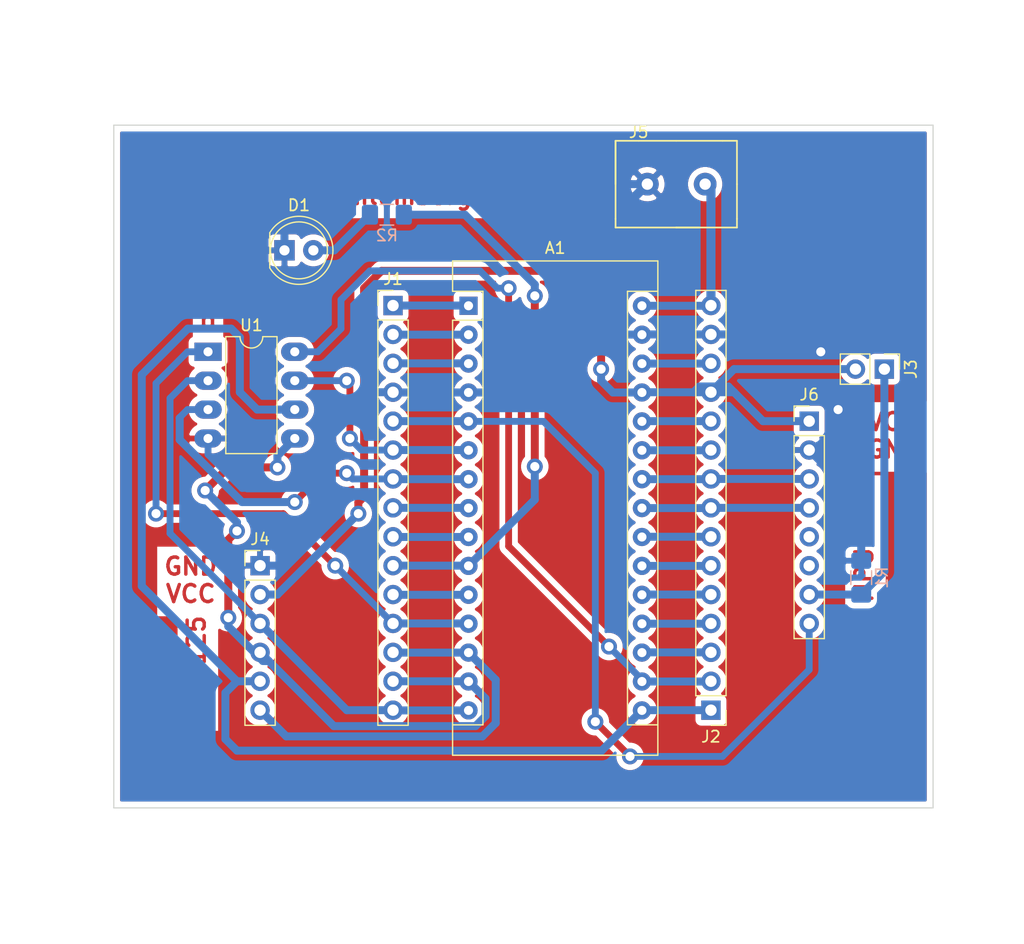
<source format=kicad_pcb>
(kicad_pcb (version 20171130) (host pcbnew 5.1.5-52549c5~84~ubuntu19.04.1)

  (general
    (thickness 1.6)
    (drawings 13)
    (tracks 236)
    (zones 0)
    (modules 11)
    (nets 34)
  )

  (page A4)
  (layers
    (0 F.Cu signal)
    (31 B.Cu signal)
    (32 B.Adhes user)
    (33 F.Adhes user)
    (34 B.Paste user)
    (35 F.Paste user)
    (36 B.SilkS user)
    (37 F.SilkS user)
    (38 B.Mask user)
    (39 F.Mask user)
    (40 Dwgs.User user)
    (41 Cmts.User user)
    (42 Eco1.User user)
    (43 Eco2.User user)
    (44 Edge.Cuts user)
    (45 Margin user)
    (46 B.CrtYd user)
    (47 F.CrtYd user)
    (48 B.Fab user)
    (49 F.Fab user)
  )

  (setup
    (last_trace_width 0.7)
    (user_trace_width 0.6)
    (user_trace_width 0.7)
    (user_trace_width 0.8)
    (trace_clearance 0.2)
    (zone_clearance 0.508)
    (zone_45_only no)
    (trace_min 0.2)
    (via_size 0.8)
    (via_drill 0.4)
    (via_min_size 0.4)
    (via_min_drill 0.3)
    (user_via 1.4 0.8)
    (uvia_size 0.3)
    (uvia_drill 0.1)
    (uvias_allowed no)
    (uvia_min_size 0.2)
    (uvia_min_drill 0.1)
    (edge_width 0.05)
    (segment_width 0.2)
    (pcb_text_width 0.3)
    (pcb_text_size 1.5 1.5)
    (mod_edge_width 0.12)
    (mod_text_size 1 1)
    (mod_text_width 0.15)
    (pad_size 1.524 1.524)
    (pad_drill 0.762)
    (pad_to_mask_clearance 0.051)
    (solder_mask_min_width 0.25)
    (aux_axis_origin 0 0)
    (visible_elements FFFFFF7F)
    (pcbplotparams
      (layerselection 0x010fc_ffffffff)
      (usegerberextensions false)
      (usegerberattributes false)
      (usegerberadvancedattributes false)
      (creategerberjobfile false)
      (excludeedgelayer true)
      (linewidth 0.100000)
      (plotframeref false)
      (viasonmask false)
      (mode 1)
      (useauxorigin false)
      (hpglpennumber 1)
      (hpglpenspeed 20)
      (hpglpendiameter 15.000000)
      (psnegative false)
      (psa4output false)
      (plotreference true)
      (plotvalue true)
      (plotinvisibletext false)
      (padsonsilk false)
      (subtractmaskfromsilk false)
      (outputformat 1)
      (mirror false)
      (drillshape 0)
      (scaleselection 1)
      (outputdirectory "../../../../../../media/arn/REX-USB/CAO/PCB outputs/BancEssaiMesureA/"))
  )

  (net 0 "")
  (net 1 /1)
  (net 2 +3V3)
  (net 3 /2)
  (net 4 /18)
  (net 5 /3)
  (net 6 /19)
  (net 7 GND)
  (net 8 /20)
  (net 9 /5)
  (net 10 /21)
  (net 11 /6)
  (net 12 /22)
  (net 13 /7)
  (net 14 /23)
  (net 15 /8)
  (net 16 /24)
  (net 17 /9)
  (net 18 /25)
  (net 19 /10)
  (net 20 /26)
  (net 21 /11)
  (net 22 VCC)
  (net 23 /12)
  (net 24 /28)
  (net 25 /13)
  (net 26 /14)
  (net 27 /30)
  (net 28 /15)
  (net 29 /16)
  (net 30 /AD0)
  (net 31 /XDA)
  (net 32 /XCL)
  (net 33 "Net-(D1-Pad2)")

  (net_class Default "This is the default net class."
    (clearance 0.2)
    (trace_width 0.25)
    (via_dia 0.8)
    (via_drill 0.4)
    (uvia_dia 0.3)
    (uvia_drill 0.1)
    (add_net +3V3)
    (add_net /1)
    (add_net /10)
    (add_net /11)
    (add_net /12)
    (add_net /13)
    (add_net /14)
    (add_net /15)
    (add_net /16)
    (add_net /18)
    (add_net /19)
    (add_net /2)
    (add_net /20)
    (add_net /21)
    (add_net /22)
    (add_net /23)
    (add_net /24)
    (add_net /25)
    (add_net /26)
    (add_net /28)
    (add_net /3)
    (add_net /30)
    (add_net /5)
    (add_net /6)
    (add_net /7)
    (add_net /8)
    (add_net /9)
    (add_net /AD0)
    (add_net /XCL)
    (add_net /XDA)
    (add_net GND)
    (add_net "Net-(D1-Pad2)")
    (add_net VCC)
  )

  (module Resistor_SMD:R_1206_3216Metric_Pad1.42x1.75mm_HandSolder (layer B.Cu) (tedit 5B301BBD) (tstamp 5DE24EB4)
    (at 129 77.87)
    (descr "Resistor SMD 1206 (3216 Metric), square (rectangular) end terminal, IPC_7351 nominal with elongated pad for handsoldering. (Body size source: http://www.tortai-tech.com/upload/download/2011102023233369053.pdf), generated with kicad-footprint-generator")
    (tags "resistor handsolder")
    (path /5DE29C03)
    (attr smd)
    (fp_text reference R2 (at 0 1.82) (layer B.SilkS)
      (effects (font (size 1 1) (thickness 0.15)) (justify mirror))
    )
    (fp_text value 1kR (at 0 -1.82) (layer B.Fab)
      (effects (font (size 1 1) (thickness 0.15)) (justify mirror))
    )
    (fp_text user %R (at 0 0) (layer B.Fab)
      (effects (font (size 0.8 0.8) (thickness 0.12)) (justify mirror))
    )
    (fp_line (start 2.45 -1.12) (end -2.45 -1.12) (layer B.CrtYd) (width 0.05))
    (fp_line (start 2.45 1.12) (end 2.45 -1.12) (layer B.CrtYd) (width 0.05))
    (fp_line (start -2.45 1.12) (end 2.45 1.12) (layer B.CrtYd) (width 0.05))
    (fp_line (start -2.45 -1.12) (end -2.45 1.12) (layer B.CrtYd) (width 0.05))
    (fp_line (start -0.602064 -0.91) (end 0.602064 -0.91) (layer B.SilkS) (width 0.12))
    (fp_line (start -0.602064 0.91) (end 0.602064 0.91) (layer B.SilkS) (width 0.12))
    (fp_line (start 1.6 -0.8) (end -1.6 -0.8) (layer B.Fab) (width 0.1))
    (fp_line (start 1.6 0.8) (end 1.6 -0.8) (layer B.Fab) (width 0.1))
    (fp_line (start -1.6 0.8) (end 1.6 0.8) (layer B.Fab) (width 0.1))
    (fp_line (start -1.6 -0.8) (end -1.6 0.8) (layer B.Fab) (width 0.1))
    (pad 2 smd roundrect (at 1.4875 0) (size 1.425 1.75) (layers B.Cu B.Paste B.Mask) (roundrect_rratio 0.175439)
      (net 19 /10))
    (pad 1 smd roundrect (at -1.4875 0) (size 1.425 1.75) (layers B.Cu B.Paste B.Mask) (roundrect_rratio 0.175439)
      (net 33 "Net-(D1-Pad2)"))
    (model ${KISYS3DMOD}/Resistor_SMD.3dshapes/R_1206_3216Metric.wrl
      (at (xyz 0 0 0))
      (scale (xyz 1 1 1))
      (rotate (xyz 0 0 0))
    )
  )

  (module LED_THT:LED_D5.0mm (layer F.Cu) (tedit 5995936A) (tstamp 5DE24D45)
    (at 120 81)
    (descr "LED, diameter 5.0mm, 2 pins, http://cdn-reichelt.de/documents/datenblatt/A500/LL-504BC2E-009.pdf")
    (tags "LED diameter 5.0mm 2 pins")
    (path /5DE2AB2B)
    (fp_text reference D1 (at 1.27 -3.96) (layer F.SilkS)
      (effects (font (size 1 1) (thickness 0.15)))
    )
    (fp_text value LED (at 1.27 3.96) (layer F.Fab)
      (effects (font (size 1 1) (thickness 0.15)))
    )
    (fp_text user %R (at 1.25 0) (layer F.Fab)
      (effects (font (size 0.8 0.8) (thickness 0.2)))
    )
    (fp_line (start 4.5 -3.25) (end -1.95 -3.25) (layer F.CrtYd) (width 0.05))
    (fp_line (start 4.5 3.25) (end 4.5 -3.25) (layer F.CrtYd) (width 0.05))
    (fp_line (start -1.95 3.25) (end 4.5 3.25) (layer F.CrtYd) (width 0.05))
    (fp_line (start -1.95 -3.25) (end -1.95 3.25) (layer F.CrtYd) (width 0.05))
    (fp_line (start -1.29 -1.545) (end -1.29 1.545) (layer F.SilkS) (width 0.12))
    (fp_line (start -1.23 -1.469694) (end -1.23 1.469694) (layer F.Fab) (width 0.1))
    (fp_circle (center 1.27 0) (end 3.77 0) (layer F.SilkS) (width 0.12))
    (fp_circle (center 1.27 0) (end 3.77 0) (layer F.Fab) (width 0.1))
    (fp_arc (start 1.27 0) (end -1.29 1.54483) (angle -148.9) (layer F.SilkS) (width 0.12))
    (fp_arc (start 1.27 0) (end -1.29 -1.54483) (angle 148.9) (layer F.SilkS) (width 0.12))
    (fp_arc (start 1.27 0) (end -1.23 -1.469694) (angle 299.1) (layer F.Fab) (width 0.1))
    (pad 2 thru_hole circle (at 2.54 0) (size 1.8 1.8) (drill 0.9) (layers *.Cu *.Mask)
      (net 33 "Net-(D1-Pad2)"))
    (pad 1 thru_hole rect (at 0 0) (size 1.8 1.8) (drill 0.9) (layers *.Cu *.Mask)
      (net 7 GND))
    (model ${KISYS3DMOD}/LED_THT.3dshapes/LED_D5.0mm.wrl
      (at (xyz 0 0 0))
      (scale (xyz 1 1 1))
      (rotate (xyz 0 0 0))
    )
  )

  (module Module:Arduino_Nano (layer F.Cu) (tedit 58ACAF70) (tstamp 5DD9C7D3)
    (at 136.175001 85.873001)
    (descr "Arduino Nano, http://www.mouser.com/pdfdocs/Gravitech_Arduino_Nano3_0.pdf")
    (tags "Arduino Nano")
    (path /5DD7FBC4)
    (fp_text reference A1 (at 7.62 -5.08) (layer F.SilkS)
      (effects (font (size 1 1) (thickness 0.15)))
    )
    (fp_text value Arduino_Nano_v3.x (at 8.89 19.05 90) (layer F.Fab)
      (effects (font (size 1 1) (thickness 0.15)))
    )
    (fp_text user %R (at 6.35 19.05 90) (layer F.Fab)
      (effects (font (size 1 1) (thickness 0.15)))
    )
    (fp_line (start 1.27 1.27) (end 1.27 -1.27) (layer F.SilkS) (width 0.12))
    (fp_line (start 1.27 -1.27) (end -1.4 -1.27) (layer F.SilkS) (width 0.12))
    (fp_line (start -1.4 1.27) (end -1.4 39.5) (layer F.SilkS) (width 0.12))
    (fp_line (start -1.4 -3.94) (end -1.4 -1.27) (layer F.SilkS) (width 0.12))
    (fp_line (start 13.97 -1.27) (end 16.64 -1.27) (layer F.SilkS) (width 0.12))
    (fp_line (start 13.97 -1.27) (end 13.97 36.83) (layer F.SilkS) (width 0.12))
    (fp_line (start 13.97 36.83) (end 16.64 36.83) (layer F.SilkS) (width 0.12))
    (fp_line (start 1.27 1.27) (end -1.4 1.27) (layer F.SilkS) (width 0.12))
    (fp_line (start 1.27 1.27) (end 1.27 36.83) (layer F.SilkS) (width 0.12))
    (fp_line (start 1.27 36.83) (end -1.4 36.83) (layer F.SilkS) (width 0.12))
    (fp_line (start 3.81 31.75) (end 11.43 31.75) (layer F.Fab) (width 0.1))
    (fp_line (start 11.43 31.75) (end 11.43 41.91) (layer F.Fab) (width 0.1))
    (fp_line (start 11.43 41.91) (end 3.81 41.91) (layer F.Fab) (width 0.1))
    (fp_line (start 3.81 41.91) (end 3.81 31.75) (layer F.Fab) (width 0.1))
    (fp_line (start -1.4 39.5) (end 16.64 39.5) (layer F.SilkS) (width 0.12))
    (fp_line (start 16.64 39.5) (end 16.64 -3.94) (layer F.SilkS) (width 0.12))
    (fp_line (start 16.64 -3.94) (end -1.4 -3.94) (layer F.SilkS) (width 0.12))
    (fp_line (start 16.51 39.37) (end -1.27 39.37) (layer F.Fab) (width 0.1))
    (fp_line (start -1.27 39.37) (end -1.27 -2.54) (layer F.Fab) (width 0.1))
    (fp_line (start -1.27 -2.54) (end 0 -3.81) (layer F.Fab) (width 0.1))
    (fp_line (start 0 -3.81) (end 16.51 -3.81) (layer F.Fab) (width 0.1))
    (fp_line (start 16.51 -3.81) (end 16.51 39.37) (layer F.Fab) (width 0.1))
    (fp_line (start -1.53 -4.06) (end 16.75 -4.06) (layer F.CrtYd) (width 0.05))
    (fp_line (start -1.53 -4.06) (end -1.53 42.16) (layer F.CrtYd) (width 0.05))
    (fp_line (start 16.75 42.16) (end 16.75 -4.06) (layer F.CrtYd) (width 0.05))
    (fp_line (start 16.75 42.16) (end -1.53 42.16) (layer F.CrtYd) (width 0.05))
    (pad 1 thru_hole rect (at 0 0) (size 1.6 1.6) (drill 0.8) (layers *.Cu *.Mask)
      (net 1 /1))
    (pad 17 thru_hole oval (at 15.24 33.02) (size 1.6 1.6) (drill 0.8) (layers *.Cu *.Mask)
      (net 2 +3V3))
    (pad 2 thru_hole oval (at 0 2.54) (size 1.6 1.6) (drill 0.8) (layers *.Cu *.Mask)
      (net 3 /2))
    (pad 18 thru_hole oval (at 15.24 30.48) (size 1.6 1.6) (drill 0.8) (layers *.Cu *.Mask)
      (net 4 /18))
    (pad 3 thru_hole oval (at 0 5.08) (size 1.6 1.6) (drill 0.8) (layers *.Cu *.Mask)
      (net 5 /3))
    (pad 19 thru_hole oval (at 15.24 27.94) (size 1.6 1.6) (drill 0.8) (layers *.Cu *.Mask)
      (net 6 /19))
    (pad 4 thru_hole oval (at 0 7.62) (size 1.6 1.6) (drill 0.8) (layers *.Cu *.Mask)
      (net 7 GND))
    (pad 20 thru_hole oval (at 15.24 25.4) (size 1.6 1.6) (drill 0.8) (layers *.Cu *.Mask)
      (net 8 /20))
    (pad 5 thru_hole oval (at 0 10.16) (size 1.6 1.6) (drill 0.8) (layers *.Cu *.Mask)
      (net 9 /5))
    (pad 21 thru_hole oval (at 15.24 22.86) (size 1.6 1.6) (drill 0.8) (layers *.Cu *.Mask)
      (net 10 /21))
    (pad 6 thru_hole oval (at 0 12.7) (size 1.6 1.6) (drill 0.8) (layers *.Cu *.Mask)
      (net 11 /6))
    (pad 22 thru_hole oval (at 15.24 20.32) (size 1.6 1.6) (drill 0.8) (layers *.Cu *.Mask)
      (net 12 /22))
    (pad 7 thru_hole oval (at 0 15.24) (size 1.6 1.6) (drill 0.8) (layers *.Cu *.Mask)
      (net 13 /7))
    (pad 23 thru_hole oval (at 15.24 17.78) (size 1.6 1.6) (drill 0.8) (layers *.Cu *.Mask)
      (net 14 /23))
    (pad 8 thru_hole oval (at 0 17.78) (size 1.6 1.6) (drill 0.8) (layers *.Cu *.Mask)
      (net 15 /8))
    (pad 24 thru_hole oval (at 15.24 15.24) (size 1.6 1.6) (drill 0.8) (layers *.Cu *.Mask)
      (net 16 /24))
    (pad 9 thru_hole oval (at 0 20.32) (size 1.6 1.6) (drill 0.8) (layers *.Cu *.Mask)
      (net 17 /9))
    (pad 25 thru_hole oval (at 15.24 12.7) (size 1.6 1.6) (drill 0.8) (layers *.Cu *.Mask)
      (net 18 /25))
    (pad 10 thru_hole oval (at 0 22.86) (size 1.6 1.6) (drill 0.8) (layers *.Cu *.Mask)
      (net 19 /10))
    (pad 26 thru_hole oval (at 15.24 10.16) (size 1.6 1.6) (drill 0.8) (layers *.Cu *.Mask)
      (net 20 /26))
    (pad 11 thru_hole oval (at 0 25.4) (size 1.6 1.6) (drill 0.8) (layers *.Cu *.Mask)
      (net 21 /11))
    (pad 27 thru_hole oval (at 15.24 7.62) (size 1.6 1.6) (drill 0.8) (layers *.Cu *.Mask)
      (net 22 VCC))
    (pad 12 thru_hole oval (at 0 27.94) (size 1.6 1.6) (drill 0.8) (layers *.Cu *.Mask)
      (net 23 /12))
    (pad 28 thru_hole oval (at 15.24 5.08) (size 1.6 1.6) (drill 0.8) (layers *.Cu *.Mask)
      (net 24 /28))
    (pad 13 thru_hole oval (at 0 30.48) (size 1.6 1.6) (drill 0.8) (layers *.Cu *.Mask)
      (net 25 /13))
    (pad 29 thru_hole oval (at 15.24 2.54) (size 1.6 1.6) (drill 0.8) (layers *.Cu *.Mask)
      (net 7 GND))
    (pad 14 thru_hole oval (at 0 33.02) (size 1.6 1.6) (drill 0.8) (layers *.Cu *.Mask)
      (net 26 /14))
    (pad 30 thru_hole oval (at 15.24 0) (size 1.6 1.6) (drill 0.8) (layers *.Cu *.Mask)
      (net 27 /30))
    (pad 15 thru_hole oval (at 0 35.56) (size 1.6 1.6) (drill 0.8) (layers *.Cu *.Mask)
      (net 28 /15))
    (pad 16 thru_hole oval (at 15.24 35.56) (size 1.6 1.6) (drill 0.8) (layers *.Cu *.Mask)
      (net 29 /16))
    (model ${KISYS3DMOD}/Module.3dshapes/Arduino_Nano_WithMountingHoles.wrl
      (at (xyz 0 0 0))
      (scale (xyz 1 1 1))
      (rotate (xyz 0 0 0))
    )
  )

  (module rex:BatConn (layer F.Cu) (tedit 5C8A72DF) (tstamp 5DD9C85F)
    (at 154.432 75.184)
    (path /5DDC3F12)
    (fp_text reference J5 (at -3.302 -4.572) (layer F.SilkS)
      (effects (font (size 1 1) (thickness 0.15)))
    )
    (fp_text value Conn_01x02_alimExt (at -0.254 4.572) (layer F.Fab)
      (effects (font (size 1 1) (thickness 0.15)))
    )
    (fp_line (start 0 -3.81) (end -3.302 -3.81) (layer F.SilkS) (width 0.15))
    (fp_line (start 0 -3.81) (end 4.064 -3.81) (layer F.SilkS) (width 0.15))
    (fp_line (start 5.334 0) (end 5.334 -3.81) (layer F.SilkS) (width 0.15))
    (fp_line (start 5.334 0) (end 5.334 3.048) (layer F.SilkS) (width 0.15))
    (fp_line (start 5.334 -3.81) (end 4.064 -3.81) (layer F.SilkS) (width 0.15))
    (fp_line (start -5.334 -3.81) (end -5.334 3.048) (layer F.SilkS) (width 0.15))
    (fp_line (start -5.334 0) (end -5.334 -3.81) (layer F.SilkS) (width 0.15))
    (fp_line (start -5.334 -3.81) (end -3.302 -3.81) (layer F.SilkS) (width 0.15))
    (fp_line (start 2.032 3.81) (end 0 3.81) (layer F.SilkS) (width 0.15))
    (fp_line (start 0 3.81) (end 5.334 3.81) (layer F.SilkS) (width 0.15))
    (fp_line (start 0 3.81) (end -5.334 3.81) (layer F.SilkS) (width 0.15))
    (fp_line (start -5.334 3.048) (end -5.334 3.81) (layer F.SilkS) (width 0.15))
    (fp_line (start 5.334 3.81) (end 5.334 3.048) (layer F.SilkS) (width 0.15))
    (pad 2 thru_hole circle (at -2.54 0) (size 2 2) (drill 1) (layers *.Cu *.Mask)
      (net 7 GND))
    (pad 1 thru_hole circle (at 2.54 0) (size 2 2) (drill 1) (layers *.Cu *.Mask)
      (net 27 /30))
  )

  (module Connector_PinHeader_2.54mm:PinHeader_1x15_P2.54mm_Vertical (layer F.Cu) (tedit 59FED5CC) (tstamp 5DD9C7F6)
    (at 129.54 85.852)
    (descr "Through hole straight pin header, 1x15, 2.54mm pitch, single row")
    (tags "Through hole pin header THT 1x15 2.54mm single row")
    (path /5DDEFBC4)
    (fp_text reference J1 (at 0 -2.33) (layer F.SilkS)
      (effects (font (size 1 1) (thickness 0.15)))
    )
    (fp_text value Conn_01x15 (at 0 37.89) (layer F.Fab)
      (effects (font (size 1 1) (thickness 0.15)))
    )
    (fp_line (start -0.635 -1.27) (end 1.27 -1.27) (layer F.Fab) (width 0.1))
    (fp_line (start 1.27 -1.27) (end 1.27 36.83) (layer F.Fab) (width 0.1))
    (fp_line (start 1.27 36.83) (end -1.27 36.83) (layer F.Fab) (width 0.1))
    (fp_line (start -1.27 36.83) (end -1.27 -0.635) (layer F.Fab) (width 0.1))
    (fp_line (start -1.27 -0.635) (end -0.635 -1.27) (layer F.Fab) (width 0.1))
    (fp_line (start -1.33 36.89) (end 1.33 36.89) (layer F.SilkS) (width 0.12))
    (fp_line (start -1.33 1.27) (end -1.33 36.89) (layer F.SilkS) (width 0.12))
    (fp_line (start 1.33 1.27) (end 1.33 36.89) (layer F.SilkS) (width 0.12))
    (fp_line (start -1.33 1.27) (end 1.33 1.27) (layer F.SilkS) (width 0.12))
    (fp_line (start -1.33 0) (end -1.33 -1.33) (layer F.SilkS) (width 0.12))
    (fp_line (start -1.33 -1.33) (end 0 -1.33) (layer F.SilkS) (width 0.12))
    (fp_line (start -1.8 -1.8) (end -1.8 37.35) (layer F.CrtYd) (width 0.05))
    (fp_line (start -1.8 37.35) (end 1.8 37.35) (layer F.CrtYd) (width 0.05))
    (fp_line (start 1.8 37.35) (end 1.8 -1.8) (layer F.CrtYd) (width 0.05))
    (fp_line (start 1.8 -1.8) (end -1.8 -1.8) (layer F.CrtYd) (width 0.05))
    (fp_text user %R (at 0 17.78 90) (layer F.Fab)
      (effects (font (size 1 1) (thickness 0.15)))
    )
    (pad 1 thru_hole rect (at 0 0) (size 1.7 1.7) (drill 1) (layers *.Cu *.Mask)
      (net 1 /1))
    (pad 2 thru_hole oval (at 0 2.54) (size 1.7 1.7) (drill 1) (layers *.Cu *.Mask)
      (net 3 /2))
    (pad 3 thru_hole oval (at 0 5.08) (size 1.7 1.7) (drill 1) (layers *.Cu *.Mask)
      (net 5 /3))
    (pad 4 thru_hole oval (at 0 7.62) (size 1.7 1.7) (drill 1) (layers *.Cu *.Mask)
      (net 7 GND))
    (pad 5 thru_hole oval (at 0 10.16) (size 1.7 1.7) (drill 1) (layers *.Cu *.Mask)
      (net 9 /5))
    (pad 6 thru_hole oval (at 0 12.7) (size 1.7 1.7) (drill 1) (layers *.Cu *.Mask)
      (net 11 /6))
    (pad 7 thru_hole oval (at 0 15.24) (size 1.7 1.7) (drill 1) (layers *.Cu *.Mask)
      (net 13 /7))
    (pad 8 thru_hole oval (at 0 17.78) (size 1.7 1.7) (drill 1) (layers *.Cu *.Mask)
      (net 15 /8))
    (pad 9 thru_hole oval (at 0 20.32) (size 1.7 1.7) (drill 1) (layers *.Cu *.Mask)
      (net 17 /9))
    (pad 10 thru_hole oval (at 0 22.86) (size 1.7 1.7) (drill 1) (layers *.Cu *.Mask)
      (net 19 /10))
    (pad 11 thru_hole oval (at 0 25.4) (size 1.7 1.7) (drill 1) (layers *.Cu *.Mask)
      (net 21 /11))
    (pad 12 thru_hole oval (at 0 27.94) (size 1.7 1.7) (drill 1) (layers *.Cu *.Mask)
      (net 23 /12))
    (pad 13 thru_hole oval (at 0 30.48) (size 1.7 1.7) (drill 1) (layers *.Cu *.Mask)
      (net 25 /13))
    (pad 14 thru_hole oval (at 0 33.02) (size 1.7 1.7) (drill 1) (layers *.Cu *.Mask)
      (net 26 /14))
    (pad 15 thru_hole oval (at 0 35.56) (size 1.7 1.7) (drill 1) (layers *.Cu *.Mask)
      (net 28 /15))
    (model ${KISYS3DMOD}/Connector_PinHeader_2.54mm.3dshapes/PinHeader_1x15_P2.54mm_Vertical.wrl
      (at (xyz 0 0 0))
      (scale (xyz 1 1 1))
      (rotate (xyz 0 0 0))
    )
  )

  (module Connector_PinHeader_2.54mm:PinHeader_1x15_P2.54mm_Vertical (layer F.Cu) (tedit 59FED5CC) (tstamp 5DD9C819)
    (at 157.48 121.412 180)
    (descr "Through hole straight pin header, 1x15, 2.54mm pitch, single row")
    (tags "Through hole pin header THT 1x15 2.54mm single row")
    (path /5DDF4983)
    (fp_text reference J2 (at 0 -2.33) (layer F.SilkS)
      (effects (font (size 1 1) (thickness 0.15)))
    )
    (fp_text value Conn_01x15 (at 0 37.89) (layer F.Fab)
      (effects (font (size 1 1) (thickness 0.15)))
    )
    (fp_text user %R (at 0 17.78 90) (layer F.Fab)
      (effects (font (size 1 1) (thickness 0.15)))
    )
    (fp_line (start 1.8 -1.8) (end -1.8 -1.8) (layer F.CrtYd) (width 0.05))
    (fp_line (start 1.8 37.35) (end 1.8 -1.8) (layer F.CrtYd) (width 0.05))
    (fp_line (start -1.8 37.35) (end 1.8 37.35) (layer F.CrtYd) (width 0.05))
    (fp_line (start -1.8 -1.8) (end -1.8 37.35) (layer F.CrtYd) (width 0.05))
    (fp_line (start -1.33 -1.33) (end 0 -1.33) (layer F.SilkS) (width 0.12))
    (fp_line (start -1.33 0) (end -1.33 -1.33) (layer F.SilkS) (width 0.12))
    (fp_line (start -1.33 1.27) (end 1.33 1.27) (layer F.SilkS) (width 0.12))
    (fp_line (start 1.33 1.27) (end 1.33 36.89) (layer F.SilkS) (width 0.12))
    (fp_line (start -1.33 1.27) (end -1.33 36.89) (layer F.SilkS) (width 0.12))
    (fp_line (start -1.33 36.89) (end 1.33 36.89) (layer F.SilkS) (width 0.12))
    (fp_line (start -1.27 -0.635) (end -0.635 -1.27) (layer F.Fab) (width 0.1))
    (fp_line (start -1.27 36.83) (end -1.27 -0.635) (layer F.Fab) (width 0.1))
    (fp_line (start 1.27 36.83) (end -1.27 36.83) (layer F.Fab) (width 0.1))
    (fp_line (start 1.27 -1.27) (end 1.27 36.83) (layer F.Fab) (width 0.1))
    (fp_line (start -0.635 -1.27) (end 1.27 -1.27) (layer F.Fab) (width 0.1))
    (pad 15 thru_hole oval (at 0 35.56 180) (size 1.7 1.7) (drill 1) (layers *.Cu *.Mask)
      (net 27 /30))
    (pad 14 thru_hole oval (at 0 33.02 180) (size 1.7 1.7) (drill 1) (layers *.Cu *.Mask)
      (net 7 GND))
    (pad 13 thru_hole oval (at 0 30.48 180) (size 1.7 1.7) (drill 1) (layers *.Cu *.Mask)
      (net 24 /28))
    (pad 12 thru_hole oval (at 0 27.94 180) (size 1.7 1.7) (drill 1) (layers *.Cu *.Mask)
      (net 22 VCC))
    (pad 11 thru_hole oval (at 0 25.4 180) (size 1.7 1.7) (drill 1) (layers *.Cu *.Mask)
      (net 20 /26))
    (pad 10 thru_hole oval (at 0 22.86 180) (size 1.7 1.7) (drill 1) (layers *.Cu *.Mask)
      (net 18 /25))
    (pad 9 thru_hole oval (at 0 20.32 180) (size 1.7 1.7) (drill 1) (layers *.Cu *.Mask)
      (net 16 /24))
    (pad 8 thru_hole oval (at 0 17.78 180) (size 1.7 1.7) (drill 1) (layers *.Cu *.Mask)
      (net 14 /23))
    (pad 7 thru_hole oval (at 0 15.24 180) (size 1.7 1.7) (drill 1) (layers *.Cu *.Mask)
      (net 12 /22))
    (pad 6 thru_hole oval (at 0 12.7 180) (size 1.7 1.7) (drill 1) (layers *.Cu *.Mask)
      (net 10 /21))
    (pad 5 thru_hole oval (at 0 10.16 180) (size 1.7 1.7) (drill 1) (layers *.Cu *.Mask)
      (net 8 /20))
    (pad 4 thru_hole oval (at 0 7.62 180) (size 1.7 1.7) (drill 1) (layers *.Cu *.Mask)
      (net 6 /19))
    (pad 3 thru_hole oval (at 0 5.08 180) (size 1.7 1.7) (drill 1) (layers *.Cu *.Mask)
      (net 4 /18))
    (pad 2 thru_hole oval (at 0 2.54 180) (size 1.7 1.7) (drill 1) (layers *.Cu *.Mask)
      (net 2 +3V3))
    (pad 1 thru_hole rect (at 0 0 180) (size 1.7 1.7) (drill 1) (layers *.Cu *.Mask)
      (net 29 /16))
    (model ${KISYS3DMOD}/Connector_PinHeader_2.54mm.3dshapes/PinHeader_1x15_P2.54mm_Vertical.wrl
      (at (xyz 0 0 0))
      (scale (xyz 1 1 1))
      (rotate (xyz 0 0 0))
    )
  )

  (module Connector_PinHeader_2.54mm:PinHeader_1x02_P2.54mm_Vertical (layer F.Cu) (tedit 59FED5CC) (tstamp 5DD9C82F)
    (at 172.72 91.44 270)
    (descr "Through hole straight pin header, 1x02, 2.54mm pitch, single row")
    (tags "Through hole pin header THT 1x02 2.54mm single row")
    (path /5DD91713)
    (fp_text reference J3 (at 0 -2.33 90) (layer F.SilkS)
      (effects (font (size 1 1) (thickness 0.15)))
    )
    (fp_text value Conn_01x02 (at 0 4.87 90) (layer F.Fab)
      (effects (font (size 1 1) (thickness 0.15)))
    )
    (fp_line (start -0.635 -1.27) (end 1.27 -1.27) (layer F.Fab) (width 0.1))
    (fp_line (start 1.27 -1.27) (end 1.27 3.81) (layer F.Fab) (width 0.1))
    (fp_line (start 1.27 3.81) (end -1.27 3.81) (layer F.Fab) (width 0.1))
    (fp_line (start -1.27 3.81) (end -1.27 -0.635) (layer F.Fab) (width 0.1))
    (fp_line (start -1.27 -0.635) (end -0.635 -1.27) (layer F.Fab) (width 0.1))
    (fp_line (start -1.33 3.87) (end 1.33 3.87) (layer F.SilkS) (width 0.12))
    (fp_line (start -1.33 1.27) (end -1.33 3.87) (layer F.SilkS) (width 0.12))
    (fp_line (start 1.33 1.27) (end 1.33 3.87) (layer F.SilkS) (width 0.12))
    (fp_line (start -1.33 1.27) (end 1.33 1.27) (layer F.SilkS) (width 0.12))
    (fp_line (start -1.33 0) (end -1.33 -1.33) (layer F.SilkS) (width 0.12))
    (fp_line (start -1.33 -1.33) (end 0 -1.33) (layer F.SilkS) (width 0.12))
    (fp_line (start -1.8 -1.8) (end -1.8 4.35) (layer F.CrtYd) (width 0.05))
    (fp_line (start -1.8 4.35) (end 1.8 4.35) (layer F.CrtYd) (width 0.05))
    (fp_line (start 1.8 4.35) (end 1.8 -1.8) (layer F.CrtYd) (width 0.05))
    (fp_line (start 1.8 -1.8) (end -1.8 -1.8) (layer F.CrtYd) (width 0.05))
    (fp_text user %R (at 0 1.27) (layer F.Fab)
      (effects (font (size 1 1) (thickness 0.15)))
    )
    (pad 1 thru_hole rect (at 0 0 270) (size 1.7 1.7) (drill 1) (layers *.Cu *.Mask)
      (net 30 /AD0))
    (pad 2 thru_hole oval (at 0 2.54 270) (size 1.7 1.7) (drill 1) (layers *.Cu *.Mask)
      (net 22 VCC))
    (model ${KISYS3DMOD}/Connector_PinHeader_2.54mm.3dshapes/PinHeader_1x02_P2.54mm_Vertical.wrl
      (at (xyz 0 0 0))
      (scale (xyz 1 1 1))
      (rotate (xyz 0 0 0))
    )
  )

  (module Connector_PinHeader_2.54mm:PinHeader_1x06_P2.54mm_Vertical (layer F.Cu) (tedit 59FED5CC) (tstamp 5DD9C849)
    (at 117.856 108.712)
    (descr "Through hole straight pin header, 1x06, 2.54mm pitch, single row")
    (tags "Through hole pin header THT 1x06 2.54mm single row")
    (path /5DD83427)
    (fp_text reference J4 (at 0 -2.33) (layer F.SilkS)
      (effects (font (size 1 1) (thickness 0.15)))
    )
    (fp_text value Conn_01x06 (at 0 15.03) (layer F.Fab)
      (effects (font (size 1 1) (thickness 0.15)))
    )
    (fp_line (start -0.635 -1.27) (end 1.27 -1.27) (layer F.Fab) (width 0.1))
    (fp_line (start 1.27 -1.27) (end 1.27 13.97) (layer F.Fab) (width 0.1))
    (fp_line (start 1.27 13.97) (end -1.27 13.97) (layer F.Fab) (width 0.1))
    (fp_line (start -1.27 13.97) (end -1.27 -0.635) (layer F.Fab) (width 0.1))
    (fp_line (start -1.27 -0.635) (end -0.635 -1.27) (layer F.Fab) (width 0.1))
    (fp_line (start -1.33 14.03) (end 1.33 14.03) (layer F.SilkS) (width 0.12))
    (fp_line (start -1.33 1.27) (end -1.33 14.03) (layer F.SilkS) (width 0.12))
    (fp_line (start 1.33 1.27) (end 1.33 14.03) (layer F.SilkS) (width 0.12))
    (fp_line (start -1.33 1.27) (end 1.33 1.27) (layer F.SilkS) (width 0.12))
    (fp_line (start -1.33 0) (end -1.33 -1.33) (layer F.SilkS) (width 0.12))
    (fp_line (start -1.33 -1.33) (end 0 -1.33) (layer F.SilkS) (width 0.12))
    (fp_line (start -1.8 -1.8) (end -1.8 14.5) (layer F.CrtYd) (width 0.05))
    (fp_line (start -1.8 14.5) (end 1.8 14.5) (layer F.CrtYd) (width 0.05))
    (fp_line (start 1.8 14.5) (end 1.8 -1.8) (layer F.CrtYd) (width 0.05))
    (fp_line (start 1.8 -1.8) (end -1.8 -1.8) (layer F.CrtYd) (width 0.05))
    (fp_text user %R (at 0 6.35 90) (layer F.Fab)
      (effects (font (size 1 1) (thickness 0.15)))
    )
    (pad 1 thru_hole rect (at 0 0) (size 1.7 1.7) (drill 1) (layers *.Cu *.Mask)
      (net 7 GND))
    (pad 2 thru_hole oval (at 0 2.54) (size 1.7 1.7) (drill 1) (layers *.Cu *.Mask)
      (net 22 VCC))
    (pad 3 thru_hole oval (at 0 5.08) (size 1.7 1.7) (drill 1) (layers *.Cu *.Mask)
      (net 28 /15))
    (pad 4 thru_hole oval (at 0 7.62) (size 1.7 1.7) (drill 1) (layers *.Cu *.Mask)
      (net 26 /14))
    (pad 5 thru_hole oval (at 0 10.16) (size 1.7 1.7) (drill 1) (layers *.Cu *.Mask)
      (net 29 /16))
    (pad 6 thru_hole oval (at 0 12.7) (size 1.7 1.7) (drill 1) (layers *.Cu *.Mask)
      (net 25 /13))
    (model ${KISYS3DMOD}/Connector_PinHeader_2.54mm.3dshapes/PinHeader_1x06_P2.54mm_Vertical.wrl
      (at (xyz 0 0 0))
      (scale (xyz 1 1 1))
      (rotate (xyz 0 0 0))
    )
  )

  (module Connector_PinHeader_2.54mm:PinHeader_1x08_P2.54mm_Vertical (layer F.Cu) (tedit 59FED5CC) (tstamp 5DD9C87B)
    (at 166.116 96.012)
    (descr "Through hole straight pin header, 1x08, 2.54mm pitch, single row")
    (tags "Through hole pin header THT 1x08 2.54mm single row")
    (path /5DD80DF2)
    (fp_text reference J6 (at 0 -2.33) (layer F.SilkS)
      (effects (font (size 1 1) (thickness 0.15)))
    )
    (fp_text value Conn_01x08 (at 0 20.11) (layer F.Fab)
      (effects (font (size 1 1) (thickness 0.15)))
    )
    (fp_line (start -0.635 -1.27) (end 1.27 -1.27) (layer F.Fab) (width 0.1))
    (fp_line (start 1.27 -1.27) (end 1.27 19.05) (layer F.Fab) (width 0.1))
    (fp_line (start 1.27 19.05) (end -1.27 19.05) (layer F.Fab) (width 0.1))
    (fp_line (start -1.27 19.05) (end -1.27 -0.635) (layer F.Fab) (width 0.1))
    (fp_line (start -1.27 -0.635) (end -0.635 -1.27) (layer F.Fab) (width 0.1))
    (fp_line (start -1.33 19.11) (end 1.33 19.11) (layer F.SilkS) (width 0.12))
    (fp_line (start -1.33 1.27) (end -1.33 19.11) (layer F.SilkS) (width 0.12))
    (fp_line (start 1.33 1.27) (end 1.33 19.11) (layer F.SilkS) (width 0.12))
    (fp_line (start -1.33 1.27) (end 1.33 1.27) (layer F.SilkS) (width 0.12))
    (fp_line (start -1.33 0) (end -1.33 -1.33) (layer F.SilkS) (width 0.12))
    (fp_line (start -1.33 -1.33) (end 0 -1.33) (layer F.SilkS) (width 0.12))
    (fp_line (start -1.8 -1.8) (end -1.8 19.55) (layer F.CrtYd) (width 0.05))
    (fp_line (start -1.8 19.55) (end 1.8 19.55) (layer F.CrtYd) (width 0.05))
    (fp_line (start 1.8 19.55) (end 1.8 -1.8) (layer F.CrtYd) (width 0.05))
    (fp_line (start 1.8 -1.8) (end -1.8 -1.8) (layer F.CrtYd) (width 0.05))
    (fp_text user %R (at 0 8.89 90) (layer F.Fab)
      (effects (font (size 1 1) (thickness 0.15)))
    )
    (pad 1 thru_hole rect (at 0 0) (size 1.7 1.7) (drill 1) (layers *.Cu *.Mask)
      (net 22 VCC))
    (pad 2 thru_hole oval (at 0 2.54) (size 1.7 1.7) (drill 1) (layers *.Cu *.Mask)
      (net 7 GND))
    (pad 3 thru_hole oval (at 0 5.08) (size 1.7 1.7) (drill 1) (layers *.Cu *.Mask)
      (net 16 /24))
    (pad 4 thru_hole oval (at 0 7.62) (size 1.7 1.7) (drill 1) (layers *.Cu *.Mask)
      (net 14 /23))
    (pad 5 thru_hole oval (at 0 10.16) (size 1.7 1.7) (drill 1) (layers *.Cu *.Mask)
      (net 31 /XDA))
    (pad 6 thru_hole oval (at 0 12.7) (size 1.7 1.7) (drill 1) (layers *.Cu *.Mask)
      (net 32 /XCL))
    (pad 7 thru_hole oval (at 0 15.24) (size 1.7 1.7) (drill 1) (layers *.Cu *.Mask)
      (net 30 /AD0))
    (pad 8 thru_hole oval (at 0 17.78) (size 1.7 1.7) (drill 1) (layers *.Cu *.Mask)
      (net 9 /5))
    (model ${KISYS3DMOD}/Connector_PinHeader_2.54mm.3dshapes/PinHeader_1x08_P2.54mm_Vertical.wrl
      (at (xyz 0 0 0))
      (scale (xyz 1 1 1))
      (rotate (xyz 0 0 0))
    )
  )

  (module Resistor_SMD:R_1206_3216Metric_Pad1.42x1.75mm_HandSolder (layer B.Cu) (tedit 5B301BBD) (tstamp 5DD9C88C)
    (at 170.688 109.7645 90)
    (descr "Resistor SMD 1206 (3216 Metric), square (rectangular) end terminal, IPC_7351 nominal with elongated pad for handsoldering. (Body size source: http://www.tortai-tech.com/upload/download/2011102023233369053.pdf), generated with kicad-footprint-generator")
    (tags "resistor handsolder")
    (path /5DD9084E)
    (attr smd)
    (fp_text reference R1 (at 0 1.82 270) (layer B.SilkS)
      (effects (font (size 1 1) (thickness 0.15)) (justify mirror))
    )
    (fp_text value "R_PULL_DOWN 1kR" (at 0 -1.82 270) (layer B.Fab)
      (effects (font (size 1 1) (thickness 0.15)) (justify mirror))
    )
    (fp_line (start -1.6 -0.8) (end -1.6 0.8) (layer B.Fab) (width 0.1))
    (fp_line (start -1.6 0.8) (end 1.6 0.8) (layer B.Fab) (width 0.1))
    (fp_line (start 1.6 0.8) (end 1.6 -0.8) (layer B.Fab) (width 0.1))
    (fp_line (start 1.6 -0.8) (end -1.6 -0.8) (layer B.Fab) (width 0.1))
    (fp_line (start -0.602064 0.91) (end 0.602064 0.91) (layer B.SilkS) (width 0.12))
    (fp_line (start -0.602064 -0.91) (end 0.602064 -0.91) (layer B.SilkS) (width 0.12))
    (fp_line (start -2.45 -1.12) (end -2.45 1.12) (layer B.CrtYd) (width 0.05))
    (fp_line (start -2.45 1.12) (end 2.45 1.12) (layer B.CrtYd) (width 0.05))
    (fp_line (start 2.45 1.12) (end 2.45 -1.12) (layer B.CrtYd) (width 0.05))
    (fp_line (start 2.45 -1.12) (end -2.45 -1.12) (layer B.CrtYd) (width 0.05))
    (fp_text user %R (at 0 0 270) (layer F.Fab)
      (effects (font (size 0.8 0.8) (thickness 0.12)))
    )
    (pad 1 smd roundrect (at -1.4875 0 90) (size 1.425 1.75) (layers B.Cu B.Paste B.Mask) (roundrect_rratio 0.175439)
      (net 30 /AD0))
    (pad 2 smd roundrect (at 1.4875 0 90) (size 1.425 1.75) (layers B.Cu B.Paste B.Mask) (roundrect_rratio 0.175439)
      (net 7 GND))
    (model ${KISYS3DMOD}/Resistor_SMD.3dshapes/R_1206_3216Metric.wrl
      (at (xyz 0 0 0))
      (scale (xyz 1 1 1))
      (rotate (xyz 0 0 0))
    )
  )

  (module Package_DIP:DIP-8_W7.62mm_LongPads (layer F.Cu) (tedit 5A02E8C5) (tstamp 5DD9C8A8)
    (at 113.284 89.916)
    (descr "8-lead though-hole mounted DIP package, row spacing 7.62 mm (300 mils), LongPads")
    (tags "THT DIP DIL PDIP 2.54mm 7.62mm 300mil LongPads")
    (path /5DD9871F)
    (fp_text reference U1 (at 3.81 -2.33) (layer F.SilkS)
      (effects (font (size 1 1) (thickness 0.15)))
    )
    (fp_text value MR45V200B (at 3.81 9.95) (layer F.Fab)
      (effects (font (size 1 1) (thickness 0.15)))
    )
    (fp_arc (start 3.81 -1.33) (end 2.81 -1.33) (angle -180) (layer F.SilkS) (width 0.12))
    (fp_line (start 1.635 -1.27) (end 6.985 -1.27) (layer F.Fab) (width 0.1))
    (fp_line (start 6.985 -1.27) (end 6.985 8.89) (layer F.Fab) (width 0.1))
    (fp_line (start 6.985 8.89) (end 0.635 8.89) (layer F.Fab) (width 0.1))
    (fp_line (start 0.635 8.89) (end 0.635 -0.27) (layer F.Fab) (width 0.1))
    (fp_line (start 0.635 -0.27) (end 1.635 -1.27) (layer F.Fab) (width 0.1))
    (fp_line (start 2.81 -1.33) (end 1.56 -1.33) (layer F.SilkS) (width 0.12))
    (fp_line (start 1.56 -1.33) (end 1.56 8.95) (layer F.SilkS) (width 0.12))
    (fp_line (start 1.56 8.95) (end 6.06 8.95) (layer F.SilkS) (width 0.12))
    (fp_line (start 6.06 8.95) (end 6.06 -1.33) (layer F.SilkS) (width 0.12))
    (fp_line (start 6.06 -1.33) (end 4.81 -1.33) (layer F.SilkS) (width 0.12))
    (fp_line (start -1.45 -1.55) (end -1.45 9.15) (layer F.CrtYd) (width 0.05))
    (fp_line (start -1.45 9.15) (end 9.1 9.15) (layer F.CrtYd) (width 0.05))
    (fp_line (start 9.1 9.15) (end 9.1 -1.55) (layer F.CrtYd) (width 0.05))
    (fp_line (start 9.1 -1.55) (end -1.45 -1.55) (layer F.CrtYd) (width 0.05))
    (fp_text user %R (at 3.81 3.81) (layer F.Fab)
      (effects (font (size 1 1) (thickness 0.15)))
    )
    (pad 1 thru_hole rect (at 0 0) (size 2.4 1.6) (drill 0.8) (layers *.Cu *.Mask)
      (net 23 /12))
    (pad 5 thru_hole oval (at 7.62 7.62) (size 2.4 1.6) (drill 0.8) (layers *.Cu *.Mask)
      (net 26 /14))
    (pad 2 thru_hole oval (at 0 2.54) (size 2.4 1.6) (drill 0.8) (layers *.Cu *.Mask)
      (net 28 /15))
    (pad 6 thru_hole oval (at 7.62 5.08) (size 2.4 1.6) (drill 0.8) (layers *.Cu *.Mask)
      (net 29 /16))
    (pad 3 thru_hole oval (at 0 5.08) (size 2.4 1.6) (drill 0.8) (layers *.Cu *.Mask)
      (net 13 /7))
    (pad 7 thru_hole oval (at 7.62 2.54) (size 2.4 1.6) (drill 0.8) (layers *.Cu *.Mask)
      (net 11 /6))
    (pad 4 thru_hole oval (at 0 7.62) (size 2.4 1.6) (drill 0.8) (layers *.Cu *.Mask)
      (net 7 GND))
    (pad 8 thru_hole oval (at 7.62 0) (size 2.4 1.6) (drill 0.8) (layers *.Cu *.Mask)
      (net 2 +3V3))
    (model ${KISYS3DMOD}/Package_DIP.3dshapes/DIP-8_W7.62mm.wrl
      (at (xyz 0 0 0))
      (scale (xyz 1 1 1))
      (rotate (xyz 0 0 0))
    )
  )

  (gr_text + (at 162 73) (layer F.Cu)
    (effects (font (size 3 3) (thickness 0.75)))
  )
  (gr_text "-\n" (at 147 73) (layer F.Cu)
    (effects (font (size 3 3) (thickness 0.75)))
  )
  (gr_text "PI06 - Banc d'essai A\nSchlumberger" (at 131 75) (layer F.Cu)
    (effects (font (size 1.5 1.5) (thickness 0.3)))
  )
  (gr_line (start 177 70) (end 177 130) (layer Edge.Cuts) (width 0.1))
  (gr_line (start 105 70) (end 177 70) (layer Edge.Cuts) (width 0.1))
  (gr_line (start 105 130) (end 105 70) (layer Edge.Cuts) (width 0.1))
  (gr_line (start 177 130) (end 105 130) (layer Edge.Cuts) (width 0.1))
  (gr_text "VIN\nGND" (at 161.798 86.868) (layer F.Cu)
    (effects (font (size 1.5 1.5) (thickness 0.3)))
  )
  (gr_text "o\n" (at 113.284 87.122) (layer F.Cu)
    (effects (font (size 1.5 1.5) (thickness 0.3)))
  )
  (gr_text "HW-125\n" (at 112.268 117.856 90) (layer F.Cu)
    (effects (font (size 1.5 1.5) (thickness 0.3)))
  )
  (gr_text "MPU6050\n" (at 170.942 106.68 90) (layer F.Cu)
    (effects (font (size 1.5 1.5) (thickness 0.3)))
  )
  (gr_text "VCC\nGND\n" (at 173.482 97.282) (layer F.Cu)
    (effects (font (size 1.5 1.5) (thickness 0.3)))
  )
  (gr_text "GND\nVCC" (at 111.76 109.982) (layer F.Cu)
    (effects (font (size 1.5 1.5) (thickness 0.3)))
  )

  (segment (start 170.18 113.792) (end 172.466 113.792) (width 0.6) (layer F.Cu) (net 0))
  (segment (start 171.704 112.776) (end 172.466 113.538) (width 0.6) (layer F.Cu) (net 0))
  (segment (start 172.466 113.538) (end 172.466 113.792) (width 0.6) (layer F.Cu) (net 0))
  (segment (start 172.466 114.046) (end 172.466 113.792) (width 0.6) (layer F.Cu) (net 0))
  (segment (start 171.704 114.808) (end 172.466 114.046) (width 0.6) (layer F.Cu) (net 0))
  (segment (start 136.154 85.852) (end 136.175001 85.873001) (width 0.7) (layer B.Cu) (net 1))
  (segment (start 129.54 85.852) (end 136.154 85.852) (width 0.7) (layer B.Cu) (net 1))
  (segment (start 157.458999 118.893001) (end 157.48 118.872) (width 0.7) (layer B.Cu) (net 2))
  (segment (start 151.415001 118.893001) (end 157.458999 118.893001) (width 0.7) (layer B.Cu) (net 2))
  (via (at 148.52 115.824) (size 1.4) (drill 0.8) (layers F.Cu B.Cu) (net 2))
  (segment (start 151.415001 118.893001) (end 151.415001 118.719001) (width 0.6) (layer B.Cu) (net 2))
  (segment (start 151.415001 118.719001) (end 148.52 115.824) (width 0.6) (layer B.Cu) (net 2))
  (segment (start 148.52 115.824) (end 139.7 107.004) (width 0.6) (layer F.Cu) (net 2))
  (via (at 139.7 84.328) (size 1.4) (drill 0.8) (layers F.Cu B.Cu) (net 2))
  (segment (start 139.7 107.004) (end 139.7 84.328) (width 0.6) (layer F.Cu) (net 2))
  (segment (start 138.710051 84.328) (end 137.186051 82.804) (width 0.6) (layer B.Cu) (net 2))
  (segment (start 139.7 84.328) (end 138.710051 84.328) (width 0.6) (layer B.Cu) (net 2))
  (segment (start 120.904 89.916) (end 122.936 89.916) (width 0.6) (layer B.Cu) (net 2))
  (segment (start 122.936 89.916) (end 124.968 87.884) (width 0.6) (layer B.Cu) (net 2))
  (segment (start 124.968 87.884) (end 124.968 85.344) (width 0.6) (layer B.Cu) (net 2))
  (segment (start 124.968 85.344) (end 127.508 82.804) (width 0.6) (layer B.Cu) (net 2))
  (segment (start 127.508 82.804) (end 128.524 82.804) (width 0.6) (layer B.Cu) (net 2))
  (segment (start 137.186051 82.804) (end 128.524 82.804) (width 0.6) (layer B.Cu) (net 2))
  (segment (start 128.524 82.804) (end 128.016 82.804) (width 0.6) (layer B.Cu) (net 2))
  (segment (start 129.561001 88.413001) (end 129.54 88.392) (width 0.7) (layer B.Cu) (net 3))
  (segment (start 136.175001 88.413001) (end 129.561001 88.413001) (width 0.7) (layer B.Cu) (net 3))
  (segment (start 151.436002 116.332) (end 151.415001 116.353001) (width 0.7) (layer B.Cu) (net 4))
  (segment (start 157.48 116.332) (end 151.436002 116.332) (width 0.7) (layer B.Cu) (net 4))
  (segment (start 136.154 90.932) (end 136.175001 90.953001) (width 0.7) (layer B.Cu) (net 5))
  (segment (start 129.54 90.932) (end 136.154 90.932) (width 0.7) (layer B.Cu) (net 5))
  (segment (start 157.458999 113.813001) (end 157.48 113.792) (width 0.7) (layer B.Cu) (net 6))
  (segment (start 151.415001 113.813001) (end 157.458999 113.813001) (width 0.7) (layer B.Cu) (net 6))
  (segment (start 151.436002 88.392) (end 151.415001 88.413001) (width 0.7) (layer B.Cu) (net 7))
  (segment (start 157.48 88.392) (end 151.436002 88.392) (width 0.7) (layer B.Cu) (net 7))
  (segment (start 170.688 108.277) (end 170.688 103.124) (width 0.7) (layer B.Cu) (net 7))
  (segment (start 129.561001 93.493001) (end 129.54 93.472) (width 0.7) (layer B.Cu) (net 7))
  (segment (start 136.175001 93.493001) (end 129.561001 93.493001) (width 0.7) (layer B.Cu) (net 7))
  (segment (start 136.175001 93.493001) (end 142.218999 93.493001) (width 0.7) (layer B.Cu) (net 7))
  (segment (start 142.218999 93.493001) (end 147.298999 88.413001) (width 0.7) (layer B.Cu) (net 7))
  (via (at 167.132 89.916) (size 1.4) (drill 0.8) (layers F.Cu B.Cu) (net 7))
  (segment (start 157.48 88.392) (end 165.608 88.392) (width 0.7) (layer B.Cu) (net 7))
  (segment (start 165.608 88.392) (end 167.132 89.916) (width 0.7) (layer B.Cu) (net 7))
  (via (at 168.656 94.996) (size 1.4) (drill 0.8) (layers F.Cu B.Cu) (net 7))
  (segment (start 167.132 89.916) (end 167.132 93.472) (width 0.7) (layer F.Cu) (net 7))
  (segment (start 167.132 93.472) (end 168.656 94.996) (width 0.7) (layer F.Cu) (net 7))
  (segment (start 168.656 94.996) (end 168.656 96.012) (width 0.7) (layer B.Cu) (net 7))
  (segment (start 167.132 98.044) (end 166.116 98.552) (width 0.7) (layer B.Cu) (net 7))
  (segment (start 168.656 96.012) (end 167.132 98.044) (width 0.7) (layer B.Cu) (net 7))
  (segment (start 167.132 99.568) (end 166.116 98.552) (width 0.7) (layer B.Cu) (net 7))
  (segment (start 167.132 99.568) (end 167.132 98.044) (width 0.7) (layer B.Cu) (net 7))
  (segment (start 170.688 103.124) (end 167.132 99.568) (width 0.7) (layer B.Cu) (net 7))
  (segment (start 151.892 75.184) (end 149.352 77.724) (width 0.8) (layer B.Cu) (net 7))
  (segment (start 147.298999 88.413001) (end 149.352 88.392) (width 0.7) (layer B.Cu) (net 7))
  (segment (start 149.352 77.724) (end 149.352 88.392) (width 0.8) (layer B.Cu) (net 7))
  (segment (start 149.352 88.392) (end 151.415001 88.413001) (width 0.7) (layer B.Cu) (net 7))
  (segment (start 117.856 108.712) (end 119.406 108.712) (width 0.7) (layer B.Cu) (net 7))
  (segment (start 128.016 93.472) (end 129.54 93.472) (width 0.7) (layer B.Cu) (net 7))
  (segment (start 124.219 97.269) (end 128.016 93.472) (width 0.6) (layer B.Cu) (net 7))
  (segment (start 124.219 103.899) (end 124.219 97.269) (width 0.6) (layer B.Cu) (net 7))
  (segment (start 119.406 108.712) (end 124.219 103.899) (width 0.7) (layer B.Cu) (net 7))
  (segment (start 116.271999 101.923999) (end 122.243999 101.923999) (width 0.6) (layer B.Cu) (net 7))
  (segment (start 113.284 97.536) (end 113.284 98.936) (width 0.6) (layer B.Cu) (net 7))
  (segment (start 122.243999 101.923999) (end 124.219 103.899) (width 0.6) (layer B.Cu) (net 7))
  (segment (start 113.284 98.936) (end 116.271999 101.923999) (width 0.6) (layer B.Cu) (net 7))
  (segment (start 124.216 75.184) (end 150.477787 75.184) (width 0.7) (layer B.Cu) (net 7))
  (segment (start 120 79.4) (end 124.216 75.184) (width 0.7) (layer B.Cu) (net 7))
  (segment (start 150.477787 75.184) (end 151.892 75.184) (width 0.7) (layer B.Cu) (net 7))
  (segment (start 120 81) (end 120 79.4) (width 0.7) (layer B.Cu) (net 7))
  (segment (start 151.436002 111.252) (end 151.415001 111.273001) (width 0.7) (layer B.Cu) (net 8))
  (segment (start 157.48 111.252) (end 151.436002 111.252) (width 0.7) (layer B.Cu) (net 8))
  (segment (start 136.154 96.012) (end 136.175001 96.033001) (width 0.7) (layer B.Cu) (net 9))
  (segment (start 129.54 96.012) (end 136.154 96.012) (width 0.7) (layer B.Cu) (net 9))
  (segment (start 166.116 113.792) (end 166.116 117.856) (width 0.6) (layer B.Cu) (net 9))
  (via (at 150.368 125.476) (size 1.4) (drill 0.8) (layers F.Cu B.Cu) (net 9))
  (segment (start 166.116 117.856) (end 158.496 125.476) (width 0.6) (layer B.Cu) (net 9))
  (segment (start 158.496 125.476) (end 150.368 125.476) (width 0.6) (layer B.Cu) (net 9))
  (via (at 147.32 122.428) (size 1.4) (drill 0.8) (layers F.Cu B.Cu) (net 9))
  (segment (start 150.368 125.476) (end 147.32 122.428) (width 0.6) (layer F.Cu) (net 9))
  (segment (start 147.32 122.428) (end 147.32 100.584) (width 0.6) (layer B.Cu) (net 9))
  (segment (start 142.769001 96.033001) (end 136.175001 96.033001) (width 0.6) (layer B.Cu) (net 9))
  (segment (start 147.32 100.584) (end 142.769001 96.033001) (width 0.6) (layer B.Cu) (net 9))
  (segment (start 157.458999 108.733001) (end 157.48 108.712) (width 0.7) (layer B.Cu) (net 10))
  (segment (start 151.415001 108.733001) (end 157.458999 108.733001) (width 0.7) (layer B.Cu) (net 10))
  (segment (start 136.154 98.552) (end 136.175001 98.573001) (width 0.7) (layer B.Cu) (net 11))
  (segment (start 129.54 98.552) (end 136.154 98.552) (width 0.7) (layer B.Cu) (net 11))
  (via (at 125.75 97.536) (size 1.4) (drill 0.8) (layers F.Cu B.Cu) (net 11))
  (segment (start 129.54 98.552) (end 126.766 98.552) (width 0.6) (layer B.Cu) (net 11))
  (segment (start 126.766 98.552) (end 125.75 97.536) (width 0.6) (layer B.Cu) (net 11))
  (segment (start 125.75 97.536) (end 125.75 92.73) (width 0.6) (layer F.Cu) (net 11))
  (via (at 125.476 92.456) (size 1.4) (drill 0.8) (layers F.Cu B.Cu) (net 11))
  (segment (start 125.75 92.73) (end 125.476 92.456) (width 0.6) (layer F.Cu) (net 11))
  (segment (start 125.476 92.456) (end 120.904 92.456) (width 0.6) (layer B.Cu) (net 11))
  (segment (start 151.436002 106.172) (end 151.415001 106.193001) (width 0.7) (layer B.Cu) (net 12))
  (segment (start 157.48 106.172) (end 151.436002 106.172) (width 0.7) (layer B.Cu) (net 12))
  (segment (start 129.561001 101.113001) (end 129.54 101.092) (width 0.7) (layer B.Cu) (net 13))
  (segment (start 136.175001 101.113001) (end 129.561001 101.113001) (width 0.7) (layer B.Cu) (net 13))
  (via (at 125.476 100.584) (size 1.4) (drill 0.8) (layers F.Cu B.Cu) (net 13))
  (segment (start 129.54 101.092) (end 125.984 101.092) (width 0.6) (layer B.Cu) (net 13))
  (segment (start 125.984 101.092) (end 125.476 100.584) (width 0.6) (layer B.Cu) (net 13))
  (via (at 120.904 103.124) (size 1.4) (drill 0.8) (layers F.Cu B.Cu) (net 13))
  (segment (start 125.476 100.584) (end 123.444 100.584) (width 0.6) (layer F.Cu) (net 13))
  (segment (start 123.444 100.584) (end 120.904 103.124) (width 0.6) (layer F.Cu) (net 13))
  (segment (start 111.484 94.996) (end 113.284 94.996) (width 0.6) (layer B.Cu) (net 13))
  (segment (start 110.744 95.736) (end 111.484 94.996) (width 0.6) (layer B.Cu) (net 13))
  (segment (start 110.794 97.648094) (end 110.794 95.736) (width 0.7) (layer B.Cu) (net 13))
  (segment (start 120.904 103.124) (end 116.269906 103.124) (width 0.7) (layer B.Cu) (net 13))
  (segment (start 116.269906 103.124) (end 110.794 97.648094) (width 0.7) (layer B.Cu) (net 13))
  (segment (start 157.458999 103.653001) (end 157.48 103.632) (width 0.7) (layer B.Cu) (net 14))
  (segment (start 151.415001 103.653001) (end 157.458999 103.653001) (width 0.7) (layer B.Cu) (net 14))
  (segment (start 157.48 103.632) (end 166.116 103.632) (width 0.7) (layer B.Cu) (net 14))
  (segment (start 136.154 103.632) (end 136.175001 103.653001) (width 0.7) (layer B.Cu) (net 15))
  (segment (start 129.54 103.632) (end 136.154 103.632) (width 0.7) (layer B.Cu) (net 15))
  (segment (start 157.458999 101.113001) (end 157.48 101.092) (width 0.7) (layer B.Cu) (net 16))
  (segment (start 151.415001 101.113001) (end 157.458999 101.113001) (width 0.7) (layer B.Cu) (net 16))
  (segment (start 157.48 101.092) (end 166.116 101.092) (width 0.7) (layer B.Cu) (net 16))
  (segment (start 129.561001 106.193001) (end 129.54 106.172) (width 0.7) (layer B.Cu) (net 17))
  (segment (start 136.175001 106.193001) (end 129.561001 106.193001) (width 0.7) (layer B.Cu) (net 17))
  (segment (start 157.458999 98.573001) (end 157.48 98.552) (width 0.7) (layer B.Cu) (net 18))
  (segment (start 151.415001 98.573001) (end 157.458999 98.573001) (width 0.7) (layer B.Cu) (net 18))
  (segment (start 136.154 108.712) (end 136.175001 108.733001) (width 0.7) (layer B.Cu) (net 19))
  (segment (start 129.54 108.712) (end 136.154 108.712) (width 0.7) (layer B.Cu) (net 19))
  (via (at 142 100) (size 1.4) (drill 0.8) (layers F.Cu B.Cu) (net 19))
  (segment (start 136.175001 108.733001) (end 142 102.908002) (width 0.7) (layer B.Cu) (net 19))
  (segment (start 142 102.908002) (end 142 100) (width 0.7) (layer B.Cu) (net 19))
  (via (at 142 85) (size 1.4) (drill 0.8) (layers F.Cu B.Cu) (net 19))
  (segment (start 142 100) (end 142 85) (width 0.7) (layer F.Cu) (net 19))
  (segment (start 131.2 77.87) (end 130.4875 77.87) (width 0.7) (layer B.Cu) (net 19))
  (segment (start 135.859949 77.87) (end 131.2 77.87) (width 0.7) (layer B.Cu) (net 19))
  (segment (start 142 84.010051) (end 135.859949 77.87) (width 0.7) (layer B.Cu) (net 19))
  (segment (start 142 85) (end 142 84.010051) (width 0.7) (layer B.Cu) (net 19))
  (segment (start 151.436002 96.012) (end 151.415001 96.033001) (width 0.7) (layer B.Cu) (net 20))
  (segment (start 157.48 96.012) (end 151.436002 96.012) (width 0.7) (layer B.Cu) (net 20))
  (segment (start 129.561001 111.273001) (end 129.54 111.252) (width 0.7) (layer B.Cu) (net 21))
  (segment (start 136.175001 111.273001) (end 129.561001 111.273001) (width 0.7) (layer B.Cu) (net 21))
  (segment (start 151.436002 93.472) (end 151.415001 93.493001) (width 0.7) (layer B.Cu) (net 22))
  (segment (start 166.116 96.012) (end 162.052 96.012) (width 0.7) (layer B.Cu) (net 22))
  (segment (start 162.052 96.012) (end 159.512 93.472) (width 0.7) (layer B.Cu) (net 22))
  (segment (start 159.512 93.472) (end 157.48 93.472) (width 0.7) (layer B.Cu) (net 22))
  (segment (start 155.956 93.472) (end 151.436002 93.472) (width 0.7) (layer B.Cu) (net 22))
  (segment (start 157.48 93.472) (end 155.956 93.472) (width 0.7) (layer B.Cu) (net 22))
  (segment (start 159.004 92.964) (end 159.512 93.472) (width 0.7) (layer B.Cu) (net 22))
  (segment (start 155.956 93.472) (end 156.464 92.964) (width 0.7) (layer B.Cu) (net 22))
  (segment (start 156.464 92.964) (end 159.004 92.964) (width 0.7) (layer B.Cu) (net 22))
  (segment (start 159.512 91.44) (end 170.18 91.44) (width 0.7) (layer B.Cu) (net 22))
  (segment (start 157.48 93.472) (end 159.512 91.44) (width 0.7) (layer B.Cu) (net 22))
  (via (at 126.492 104.14) (size 1.4) (drill 0.8) (layers F.Cu B.Cu) (net 22))
  (segment (start 117.856 111.252) (end 119.38 111.252) (width 0.7) (layer B.Cu) (net 22))
  (segment (start 119.38 111.252) (end 126.492 104.14) (width 0.7) (layer B.Cu) (net 22))
  (segment (start 126.492 103.150051) (end 127 102.642051) (width 0.7) (layer F.Cu) (net 22))
  (segment (start 126.492 104.14) (end 126.492 103.150051) (width 0.7) (layer F.Cu) (net 22))
  (segment (start 127 102.642051) (end 127 84.328) (width 0.7) (layer F.Cu) (net 22))
  (segment (start 127 84.328) (end 128.524 82.804) (width 0.7) (layer F.Cu) (net 22))
  (segment (start 128.524 82.804) (end 143.764 82.804) (width 0.7) (layer F.Cu) (net 22))
  (via (at 147.828 91.44) (size 1.4) (drill 0.8) (layers F.Cu B.Cu) (net 22))
  (segment (start 143.764 82.804) (end 147.828 86.868) (width 0.7) (layer F.Cu) (net 22))
  (segment (start 147.828 86.868) (end 147.828 91.44) (width 0.7) (layer F.Cu) (net 22))
  (segment (start 147.828 91.44) (end 147.828 92.456) (width 0.7) (layer B.Cu) (net 22))
  (segment (start 148.865001 93.493001) (end 151.415001 93.493001) (width 0.7) (layer B.Cu) (net 22))
  (segment (start 147.828 92.456) (end 148.865001 93.493001) (width 0.7) (layer B.Cu) (net 22))
  (segment (start 136.154 113.792) (end 136.175001 113.813001) (width 0.7) (layer B.Cu) (net 23))
  (segment (start 129.54 113.792) (end 136.154 113.792) (width 0.7) (layer B.Cu) (net 23))
  (via (at 124.46 108.712) (size 1.4) (drill 0.8) (layers F.Cu B.Cu) (net 23))
  (segment (start 129.54 113.792) (end 124.46 108.712) (width 0.6) (layer B.Cu) (net 23))
  (via (at 108.712 104.14) (size 1.4) (drill 0.8) (layers F.Cu B.Cu) (net 23))
  (segment (start 124.46 108.712) (end 119.888 104.14) (width 0.6) (layer F.Cu) (net 23))
  (segment (start 119.888 104.14) (end 108.712 104.14) (width 0.6) (layer F.Cu) (net 23))
  (segment (start 111.484 89.916) (end 113.284 89.916) (width 0.6) (layer B.Cu) (net 23))
  (segment (start 108.712 92.688) (end 111.484 89.916) (width 0.6) (layer B.Cu) (net 23))
  (segment (start 108.712 104.14) (end 108.712 92.688) (width 0.6) (layer B.Cu) (net 23))
  (segment (start 157.458999 90.953001) (end 157.48 90.932) (width 0.7) (layer B.Cu) (net 24))
  (segment (start 151.415001 90.953001) (end 157.458999 90.953001) (width 0.7) (layer B.Cu) (net 24))
  (segment (start 129.561001 116.353001) (end 129.54 116.332) (width 0.7) (layer B.Cu) (net 25))
  (segment (start 136.175001 116.353001) (end 129.561001 116.353001) (width 0.7) (layer B.Cu) (net 25))
  (segment (start 120.156011 123.712011) (end 137.399989 123.712011) (width 0.7) (layer B.Cu) (net 25))
  (segment (start 117.856 121.412) (end 120.156011 123.712011) (width 0.7) (layer B.Cu) (net 25))
  (segment (start 136.975 117.153) (end 136.175001 116.353001) (width 0.7) (layer B.Cu) (net 25))
  (segment (start 138.56801 118.74601) (end 136.975 117.153) (width 0.7) (layer B.Cu) (net 25))
  (segment (start 138.56801 122.54399) (end 138.56801 118.74601) (width 0.7) (layer B.Cu) (net 25))
  (segment (start 137.399989 123.712011) (end 138.56801 122.54399) (width 0.7) (layer B.Cu) (net 25))
  (segment (start 136.154 118.872) (end 136.175001 118.893001) (width 0.7) (layer B.Cu) (net 26))
  (segment (start 129.54 118.872) (end 136.154 118.872) (width 0.7) (layer B.Cu) (net 26))
  (segment (start 136.794003 122.812001) (end 137.668 121.938004) (width 0.7) (layer B.Cu) (net 26))
  (segment (start 124.336001 122.812001) (end 136.794003 122.812001) (width 0.7) (layer B.Cu) (net 26))
  (segment (start 137.668 120.386) (end 136.175001 118.893001) (width 0.7) (layer B.Cu) (net 26))
  (segment (start 137.668 121.938004) (end 137.668 120.386) (width 0.7) (layer B.Cu) (net 26))
  (segment (start 118.618 117.094) (end 118.11 117.094) (width 0.7) (layer B.Cu) (net 26))
  (segment (start 118.618 117.094) (end 124.336001 122.812001) (width 0.7) (layer B.Cu) (net 26))
  (segment (start 117.856 116.332) (end 118.618 117.094) (width 0.7) (layer B.Cu) (net 26))
  (segment (start 118.11 117.094) (end 115.062 114.046) (width 0.7) (layer B.Cu) (net 26))
  (via (at 115.062 113.284) (size 1.4) (drill 0.8) (layers F.Cu B.Cu) (net 26))
  (segment (start 115.062 114.046) (end 115.062 113.284) (width 0.7) (layer B.Cu) (net 26))
  (segment (start 115.062 113.284) (end 115.062 106.426) (width 0.7) (layer F.Cu) (net 26))
  (via (at 115.824 105.664) (size 1.4) (drill 0.8) (layers F.Cu B.Cu) (net 26))
  (segment (start 115.062 106.426) (end 115.824 105.664) (width 0.7) (layer F.Cu) (net 26))
  (via (at 113.03 102.108) (size 1.4) (drill 0.8) (layers F.Cu B.Cu) (net 26))
  (segment (start 115.824 105.664) (end 115.824 104.902) (width 0.7) (layer B.Cu) (net 26))
  (segment (start 115.824 104.902) (end 113.03 102.108) (width 0.7) (layer B.Cu) (net 26))
  (via (at 119.38 100.076) (size 1.4) (drill 0.8) (layers F.Cu B.Cu) (net 26))
  (segment (start 113.03 102.108) (end 115.062 100.076) (width 0.7) (layer F.Cu) (net 26))
  (segment (start 115.062 100.076) (end 119.38 100.076) (width 0.7) (layer F.Cu) (net 26))
  (segment (start 119.38 99.06) (end 120.904 97.536) (width 0.7) (layer B.Cu) (net 26))
  (segment (start 119.38 100.076) (end 119.38 99.06) (width 0.7) (layer B.Cu) (net 26))
  (segment (start 157.458999 85.873001) (end 157.48 85.852) (width 0.7) (layer B.Cu) (net 27))
  (segment (start 151.415001 85.873001) (end 157.458999 85.873001) (width 0.7) (layer B.Cu) (net 27))
  (segment (start 157.48 75.692) (end 156.972 75.184) (width 0.8) (layer B.Cu) (net 27))
  (segment (start 157.48 85.852) (end 157.48 75.692) (width 0.8) (layer B.Cu) (net 27))
  (segment (start 129.561001 121.433001) (end 129.54 121.412) (width 0.7) (layer B.Cu) (net 28))
  (segment (start 136.175001 121.433001) (end 129.561001 121.433001) (width 0.7) (layer B.Cu) (net 28))
  (segment (start 117.856 113.792) (end 125.476 121.412) (width 0.7) (layer B.Cu) (net 28))
  (segment (start 125.476 121.412) (end 129.54 121.412) (width 0.7) (layer B.Cu) (net 28))
  (segment (start 117.006001 112.942001) (end 117.856 113.792) (width 0.6) (layer B.Cu) (net 28))
  (segment (start 109.94399 105.87999) (end 117.006001 112.942001) (width 0.6) (layer B.Cu) (net 28))
  (segment (start 109.94399 93.99601) (end 109.94399 105.87999) (width 0.6) (layer B.Cu) (net 28))
  (segment (start 111.484 92.456) (end 109.94399 93.99601) (width 0.6) (layer B.Cu) (net 28))
  (segment (start 113.284 92.456) (end 111.484 92.456) (width 0.6) (layer B.Cu) (net 28))
  (segment (start 151.436002 121.412) (end 151.415001 121.433001) (width 0.7) (layer B.Cu) (net 29))
  (segment (start 157.48 121.412) (end 151.436002 121.412) (width 0.7) (layer B.Cu) (net 29))
  (segment (start 115.824 118.872) (end 117.856 118.872) (width 0.7) (layer B.Cu) (net 29))
  (segment (start 147.880002 124.968) (end 115.824 124.968) (width 0.7) (layer B.Cu) (net 29))
  (segment (start 151.415001 121.433001) (end 147.880002 124.968) (width 0.7) (layer B.Cu) (net 29))
  (segment (start 115.824 124.968) (end 114.808 123.952) (width 0.7) (layer B.Cu) (net 29))
  (segment (start 114.808 123.952) (end 114.808 119.888) (width 0.7) (layer B.Cu) (net 29))
  (segment (start 114.808 119.888) (end 115.824 118.872) (width 0.7) (layer B.Cu) (net 29))
  (segment (start 107.461999 91.928001) (end 107.461999 110.509999) (width 0.7) (layer B.Cu) (net 29))
  (segment (start 107.461999 110.509999) (end 115.824 118.872) (width 0.7) (layer B.Cu) (net 29))
  (segment (start 111.506 87.884) (end 107.461999 91.928001) (width 0.7) (layer B.Cu) (net 29))
  (segment (start 120.904 94.996) (end 117.602 94.996) (width 0.7) (layer B.Cu) (net 29))
  (segment (start 117.602 94.996) (end 116.078 93.472) (width 0.7) (layer B.Cu) (net 29))
  (segment (start 116.078 88.646) (end 115.316 87.884) (width 0.7) (layer B.Cu) (net 29))
  (segment (start 116.078 93.472) (end 116.078 88.646) (width 0.7) (layer B.Cu) (net 29))
  (segment (start 115.316 87.884) (end 111.506 87.884) (width 0.7) (layer B.Cu) (net 29))
  (segment (start 172.72 91.44) (end 172.72 109.22) (width 0.7) (layer B.Cu) (net 30))
  (segment (start 172.72 109.22) (end 170.688 111.252) (width 0.7) (layer B.Cu) (net 30))
  (segment (start 170.688 111.252) (end 166.116 111.252) (width 0.7) (layer B.Cu) (net 30))
  (segment (start 124.3825 81) (end 127.5125 77.87) (width 0.7) (layer B.Cu) (net 33))
  (segment (start 122.54 81) (end 124.3825 81) (width 0.7) (layer B.Cu) (net 33))

  (zone (net 7) (net_name GND) (layer F.Cu) (tstamp 5DE24FC1) (hatch edge 0.508)
    (connect_pads (clearance 0.508))
    (min_thickness 0.254)
    (fill yes (arc_segments 32) (thermal_gap 0.508) (thermal_bridge_width 0.508))
    (polygon
      (pts
        (xy 181 64) (xy 181 135) (xy 99 136) (xy 102 63)
      )
    )
    (filled_polygon
      (pts
        (xy 144.132857 71.935) (xy 117.143572 71.935) (xy 117.143572 78.305) (xy 144.856429 78.305) (xy 144.856429 76.5375)
        (xy 149.867143 76.5375) (xy 149.867143 76.319413) (xy 150.936192 76.319413) (xy 151.031956 76.583814) (xy 151.321571 76.724704)
        (xy 151.633108 76.806384) (xy 151.954595 76.825718) (xy 152.273675 76.781961) (xy 152.578088 76.676795) (xy 152.752044 76.583814)
        (xy 152.847808 76.319413) (xy 151.892 75.363605) (xy 150.936192 76.319413) (xy 149.867143 76.319413) (xy 149.867143 75.246595)
        (xy 150.250282 75.246595) (xy 150.294039 75.565675) (xy 150.399205 75.870088) (xy 150.492186 76.044044) (xy 150.756587 76.139808)
        (xy 151.712395 75.184) (xy 152.071605 75.184) (xy 153.027413 76.139808) (xy 153.291814 76.044044) (xy 153.432704 75.754429)
        (xy 153.514384 75.442892) (xy 153.533718 75.121405) (xy 153.520219 75.022967) (xy 155.337 75.022967) (xy 155.337 75.345033)
        (xy 155.399832 75.660912) (xy 155.523082 75.958463) (xy 155.702013 76.226252) (xy 155.929748 76.453987) (xy 156.197537 76.632918)
        (xy 156.495088 76.756168) (xy 156.810967 76.819) (xy 157.133033 76.819) (xy 157.448912 76.756168) (xy 157.746463 76.632918)
        (xy 158.014252 76.453987) (xy 158.241987 76.226252) (xy 158.420918 75.958463) (xy 158.544168 75.660912) (xy 158.607 75.345033)
        (xy 158.607 75.022967) (xy 158.544168 74.707088) (xy 158.420918 74.409537) (xy 158.241987 74.141748) (xy 158.014252 73.914013)
        (xy 157.746463 73.735082) (xy 157.448912 73.611832) (xy 157.133033 73.549) (xy 156.810967 73.549) (xy 156.495088 73.611832)
        (xy 156.197537 73.735082) (xy 155.929748 73.914013) (xy 155.702013 74.141748) (xy 155.523082 74.409537) (xy 155.399832 74.707088)
        (xy 155.337 75.022967) (xy 153.520219 75.022967) (xy 153.489961 74.802325) (xy 153.384795 74.497912) (xy 153.291814 74.323956)
        (xy 153.027413 74.228192) (xy 152.071605 75.184) (xy 151.712395 75.184) (xy 150.756587 74.228192) (xy 150.492186 74.323956)
        (xy 150.351296 74.613571) (xy 150.269616 74.925108) (xy 150.250282 75.246595) (xy 149.867143 75.246595) (xy 149.867143 74.048587)
        (xy 150.936192 74.048587) (xy 151.892 75.004395) (xy 152.847808 74.048587) (xy 152.752044 73.784186) (xy 152.462429 73.643296)
        (xy 152.150892 73.561616) (xy 151.829405 73.542282) (xy 151.510325 73.586039) (xy 151.205912 73.691205) (xy 151.031956 73.784186)
        (xy 150.936192 74.048587) (xy 149.867143 74.048587) (xy 149.867143 70.685) (xy 159.132857 70.685) (xy 159.132857 76.5375)
        (xy 164.867143 76.5375) (xy 164.867143 70.685) (xy 176.315 70.685) (xy 176.315 94.217) (xy 170.411286 94.217)
        (xy 170.411286 100.587) (xy 176.315001 100.587) (xy 176.315001 129.315) (xy 105.685 129.315) (xy 105.685 104.008514)
        (xy 107.377 104.008514) (xy 107.377 104.271486) (xy 107.428304 104.529405) (xy 107.528939 104.772359) (xy 107.675038 104.991013)
        (xy 107.860987 105.176962) (xy 108.079641 105.323061) (xy 108.322595 105.423696) (xy 108.580514 105.475) (xy 108.843486 105.475)
        (xy 109.101405 105.423696) (xy 109.344359 105.323061) (xy 109.563013 105.176962) (xy 109.664975 105.075) (xy 114.622979 105.075)
        (xy 114.540304 105.274595) (xy 114.489 105.532514) (xy 114.489 105.606) (xy 114.399711 105.695289) (xy 114.362131 105.72613)
        (xy 114.239041 105.876116) (xy 114.190152 105.967581) (xy 114.147576 106.047234) (xy 114.091253 106.232907) (xy 114.072235 106.426)
        (xy 114.077001 106.47439) (xy 114.077001 106.917) (xy 108.689286 106.917) (xy 108.689286 113.287) (xy 110.478 113.287)
        (xy 110.478 123.355285) (xy 114.298 123.355285) (xy 114.298 114.379102) (xy 114.429641 114.467061) (xy 114.672595 114.567696)
        (xy 114.930514 114.619) (xy 115.193486 114.619) (xy 115.451405 114.567696) (xy 115.694359 114.467061) (xy 115.913013 114.320962)
        (xy 116.098962 114.135013) (xy 116.245061 113.916359) (xy 116.345696 113.673405) (xy 116.397 113.415486) (xy 116.397 113.152514)
        (xy 116.345696 112.894595) (xy 116.245061 112.651641) (xy 116.098962 112.432987) (xy 116.047 112.381025) (xy 116.047 109.562)
        (xy 116.367928 109.562) (xy 116.380188 109.686482) (xy 116.416498 109.80618) (xy 116.475463 109.916494) (xy 116.554815 110.013185)
        (xy 116.651506 110.092537) (xy 116.76182 110.151502) (xy 116.83438 110.173513) (xy 116.702525 110.305368) (xy 116.54001 110.548589)
        (xy 116.428068 110.818842) (xy 116.371 111.10574) (xy 116.371 111.39826) (xy 116.428068 111.685158) (xy 116.54001 111.955411)
        (xy 116.702525 112.198632) (xy 116.909368 112.405475) (xy 117.08376 112.522) (xy 116.909368 112.638525) (xy 116.702525 112.845368)
        (xy 116.54001 113.088589) (xy 116.428068 113.358842) (xy 116.371 113.64574) (xy 116.371 113.93826) (xy 116.428068 114.225158)
        (xy 116.54001 114.495411) (xy 116.702525 114.738632) (xy 116.909368 114.945475) (xy 117.08376 115.062) (xy 116.909368 115.178525)
        (xy 116.702525 115.385368) (xy 116.54001 115.628589) (xy 116.428068 115.898842) (xy 116.371 116.18574) (xy 116.371 116.47826)
        (xy 116.428068 116.765158) (xy 116.54001 117.035411) (xy 116.702525 117.278632) (xy 116.909368 117.485475) (xy 117.08376 117.602)
        (xy 116.909368 117.718525) (xy 116.702525 117.925368) (xy 116.54001 118.168589) (xy 116.428068 118.438842) (xy 116.371 118.72574)
        (xy 116.371 119.01826) (xy 116.428068 119.305158) (xy 116.54001 119.575411) (xy 116.702525 119.818632) (xy 116.909368 120.025475)
        (xy 117.08376 120.142) (xy 116.909368 120.258525) (xy 116.702525 120.465368) (xy 116.54001 120.708589) (xy 116.428068 120.978842)
        (xy 116.371 121.26574) (xy 116.371 121.55826) (xy 116.428068 121.845158) (xy 116.54001 122.115411) (xy 116.702525 122.358632)
        (xy 116.909368 122.565475) (xy 117.152589 122.72799) (xy 117.422842 122.839932) (xy 117.70974 122.897) (xy 118.00226 122.897)
        (xy 118.289158 122.839932) (xy 118.559411 122.72799) (xy 118.802632 122.565475) (xy 119.009475 122.358632) (xy 119.17199 122.115411)
        (xy 119.283932 121.845158) (xy 119.341 121.55826) (xy 119.341 121.26574) (xy 119.283932 120.978842) (xy 119.17199 120.708589)
        (xy 119.009475 120.465368) (xy 118.802632 120.258525) (xy 118.62824 120.142) (xy 118.802632 120.025475) (xy 119.009475 119.818632)
        (xy 119.17199 119.575411) (xy 119.283932 119.305158) (xy 119.341 119.01826) (xy 119.341 118.72574) (xy 119.283932 118.438842)
        (xy 119.17199 118.168589) (xy 119.009475 117.925368) (xy 118.802632 117.718525) (xy 118.62824 117.602) (xy 118.802632 117.485475)
        (xy 119.009475 117.278632) (xy 119.17199 117.035411) (xy 119.283932 116.765158) (xy 119.341 116.47826) (xy 119.341 116.18574)
        (xy 119.283932 115.898842) (xy 119.17199 115.628589) (xy 119.009475 115.385368) (xy 118.802632 115.178525) (xy 118.62824 115.062)
        (xy 118.802632 114.945475) (xy 119.009475 114.738632) (xy 119.17199 114.495411) (xy 119.283932 114.225158) (xy 119.341 113.93826)
        (xy 119.341 113.64574) (xy 119.283932 113.358842) (xy 119.17199 113.088589) (xy 119.009475 112.845368) (xy 118.802632 112.638525)
        (xy 118.62824 112.522) (xy 118.802632 112.405475) (xy 119.009475 112.198632) (xy 119.17199 111.955411) (xy 119.283932 111.685158)
        (xy 119.341 111.39826) (xy 119.341 111.10574) (xy 119.283932 110.818842) (xy 119.17199 110.548589) (xy 119.009475 110.305368)
        (xy 118.87762 110.173513) (xy 118.95018 110.151502) (xy 119.060494 110.092537) (xy 119.157185 110.013185) (xy 119.236537 109.916494)
        (xy 119.295502 109.80618) (xy 119.331812 109.686482) (xy 119.344072 109.562) (xy 119.341 108.99775) (xy 119.18225 108.839)
        (xy 117.983 108.839) (xy 117.983 108.859) (xy 117.729 108.859) (xy 117.729 108.839) (xy 116.52975 108.839)
        (xy 116.371 108.99775) (xy 116.367928 109.562) (xy 116.047 109.562) (xy 116.047 107.862) (xy 116.367928 107.862)
        (xy 116.371 108.42625) (xy 116.52975 108.585) (xy 117.729 108.585) (xy 117.729 107.38575) (xy 117.983 107.38575)
        (xy 117.983 108.585) (xy 119.18225 108.585) (xy 119.341 108.42625) (xy 119.344072 107.862) (xy 119.331812 107.737518)
        (xy 119.295502 107.61782) (xy 119.236537 107.507506) (xy 119.157185 107.410815) (xy 119.060494 107.331463) (xy 118.95018 107.272498)
        (xy 118.830482 107.236188) (xy 118.706 107.223928) (xy 118.14175 107.227) (xy 117.983 107.38575) (xy 117.729 107.38575)
        (xy 117.57025 107.227) (xy 117.006 107.223928) (xy 116.881518 107.236188) (xy 116.76182 107.272498) (xy 116.651506 107.331463)
        (xy 116.554815 107.410815) (xy 116.475463 107.507506) (xy 116.416498 107.61782) (xy 116.380188 107.737518) (xy 116.367928 107.862)
        (xy 116.047 107.862) (xy 116.047 106.980796) (xy 116.213405 106.947696) (xy 116.456359 106.847061) (xy 116.675013 106.700962)
        (xy 116.860962 106.515013) (xy 117.007061 106.296359) (xy 117.107696 106.053405) (xy 117.159 105.795486) (xy 117.159 105.532514)
        (xy 117.107696 105.274595) (xy 117.025021 105.075) (xy 119.500711 105.075) (xy 123.125 108.69929) (xy 123.125 108.843486)
        (xy 123.176304 109.101405) (xy 123.276939 109.344359) (xy 123.423038 109.563013) (xy 123.608987 109.748962) (xy 123.827641 109.895061)
        (xy 124.070595 109.995696) (xy 124.328514 110.047) (xy 124.591486 110.047) (xy 124.849405 109.995696) (xy 125.092359 109.895061)
        (xy 125.311013 109.748962) (xy 125.496962 109.563013) (xy 125.643061 109.344359) (xy 125.743696 109.101405) (xy 125.795 108.843486)
        (xy 125.795 108.580514) (xy 125.743696 108.322595) (xy 125.643061 108.079641) (xy 125.496962 107.860987) (xy 125.311013 107.675038)
        (xy 125.092359 107.528939) (xy 124.849405 107.428304) (xy 124.591486 107.377) (xy 124.44729 107.377) (xy 121.423923 104.353634)
        (xy 121.536359 104.307061) (xy 121.755013 104.160962) (xy 121.940962 103.975013) (xy 122.087061 103.756359) (xy 122.187696 103.513405)
        (xy 122.239 103.255486) (xy 122.239 103.111289) (xy 123.83129 101.519) (xy 124.523025 101.519) (xy 124.624987 101.620962)
        (xy 124.843641 101.767061) (xy 125.086595 101.867696) (xy 125.344514 101.919) (xy 125.607486 101.919) (xy 125.865405 101.867696)
        (xy 126.015 101.805732) (xy 126.015 102.234051) (xy 125.829712 102.419339) (xy 125.792131 102.450181) (xy 125.669041 102.600167)
        (xy 125.668046 102.602029) (xy 125.577576 102.771285) (xy 125.521253 102.956958) (xy 125.502235 103.150051) (xy 125.507001 103.19844)
        (xy 125.507001 103.237024) (xy 125.455038 103.288987) (xy 125.308939 103.507641) (xy 125.208304 103.750595) (xy 125.157 104.008514)
        (xy 125.157 104.271486) (xy 125.208304 104.529405) (xy 125.308939 104.772359) (xy 125.455038 104.991013) (xy 125.640987 105.176962)
        (xy 125.859641 105.323061) (xy 126.102595 105.423696) (xy 126.360514 105.475) (xy 126.623486 105.475) (xy 126.881405 105.423696)
        (xy 127.124359 105.323061) (xy 127.343013 105.176962) (xy 127.528962 104.991013) (xy 127.675061 104.772359) (xy 127.775696 104.529405)
        (xy 127.827 104.271486) (xy 127.827 104.008514) (xy 127.775696 103.750595) (xy 127.675061 103.507641) (xy 127.61592 103.41913)
        (xy 127.662279 103.372771) (xy 127.69987 103.341921) (xy 127.82296 103.191935) (xy 127.914424 103.020818) (xy 127.970747 102.835145)
        (xy 127.985 102.690431) (xy 127.985 102.69043) (xy 127.989765 102.642052) (xy 127.985 102.593674) (xy 127.985 95.86574)
        (xy 128.055 95.86574) (xy 128.055 96.15826) (xy 128.112068 96.445158) (xy 128.22401 96.715411) (xy 128.386525 96.958632)
        (xy 128.593368 97.165475) (xy 128.76776 97.282) (xy 128.593368 97.398525) (xy 128.386525 97.605368) (xy 128.22401 97.848589)
        (xy 128.112068 98.118842) (xy 128.055 98.40574) (xy 128.055 98.69826) (xy 128.112068 98.985158) (xy 128.22401 99.255411)
        (xy 128.386525 99.498632) (xy 128.593368 99.705475) (xy 128.76776 99.822) (xy 128.593368 99.938525) (xy 128.386525 100.145368)
        (xy 128.22401 100.388589) (xy 128.112068 100.658842) (xy 128.055 100.94574) (xy 128.055 101.23826) (xy 128.112068 101.525158)
        (xy 128.22401 101.795411) (xy 128.386525 102.038632) (xy 128.593368 102.245475) (xy 128.76776 102.362) (xy 128.593368 102.478525)
        (xy 128.386525 102.685368) (xy 128.22401 102.928589) (xy 128.112068 103.198842) (xy 128.055 103.48574) (xy 128.055 103.77826)
        (xy 128.112068 104.065158) (xy 128.22401 104.335411) (xy 128.386525 104.578632) (xy 128.593368 104.785475) (xy 128.76776 104.902)
        (xy 128.593368 105.018525) (xy 128.386525 105.225368) (xy 128.22401 105.468589) (xy 128.112068 105.738842) (xy 128.055 106.02574)
        (xy 128.055 106.31826) (xy 128.112068 106.605158) (xy 128.22401 106.875411) (xy 128.386525 107.118632) (xy 128.593368 107.325475)
        (xy 128.76776 107.442) (xy 128.593368 107.558525) (xy 128.386525 107.765368) (xy 128.22401 108.008589) (xy 128.112068 108.278842)
        (xy 128.055 108.56574) (xy 128.055 108.85826) (xy 128.112068 109.145158) (xy 128.22401 109.415411) (xy 128.386525 109.658632)
        (xy 128.593368 109.865475) (xy 128.76776 109.982) (xy 128.593368 110.098525) (xy 128.386525 110.305368) (xy 128.22401 110.548589)
        (xy 128.112068 110.818842) (xy 128.055 111.10574) (xy 128.055 111.39826) (xy 128.112068 111.685158) (xy 128.22401 111.955411)
        (xy 128.386525 112.198632) (xy 128.593368 112.405475) (xy 128.76776 112.522) (xy 128.593368 112.638525) (xy 128.386525 112.845368)
        (xy 128.22401 113.088589) (xy 128.112068 113.358842) (xy 128.055 113.64574) (xy 128.055 113.93826) (xy 128.112068 114.225158)
        (xy 128.22401 114.495411) (xy 128.386525 114.738632) (xy 128.593368 114.945475) (xy 128.76776 115.062) (xy 128.593368 115.178525)
        (xy 128.386525 115.385368) (xy 128.22401 115.628589) (xy 128.112068 115.898842) (xy 128.055 116.18574) (xy 128.055 116.47826)
        (xy 128.112068 116.765158) (xy 128.22401 117.035411) (xy 128.386525 117.278632) (xy 128.593368 117.485475) (xy 128.76776 117.602)
        (xy 128.593368 117.718525) (xy 128.386525 117.925368) (xy 128.22401 118.168589) (xy 128.112068 118.438842) (xy 128.055 118.72574)
        (xy 128.055 119.01826) (xy 128.112068 119.305158) (xy 128.22401 119.575411) (xy 128.386525 119.818632) (xy 128.593368 120.025475)
        (xy 128.76776 120.142) (xy 128.593368 120.258525) (xy 128.386525 120.465368) (xy 128.22401 120.708589) (xy 128.112068 120.978842)
        (xy 128.055 121.26574) (xy 128.055 121.55826) (xy 128.112068 121.845158) (xy 128.22401 122.115411) (xy 128.386525 122.358632)
        (xy 128.593368 122.565475) (xy 128.836589 122.72799) (xy 129.106842 122.839932) (xy 129.39374 122.897) (xy 129.68626 122.897)
        (xy 129.973158 122.839932) (xy 130.243411 122.72799) (xy 130.486632 122.565475) (xy 130.693475 122.358632) (xy 130.85599 122.115411)
        (xy 130.967932 121.845158) (xy 131.025 121.55826) (xy 131.025 121.26574) (xy 130.967932 120.978842) (xy 130.85599 120.708589)
        (xy 130.693475 120.465368) (xy 130.486632 120.258525) (xy 130.31224 120.142) (xy 130.486632 120.025475) (xy 130.693475 119.818632)
        (xy 130.85599 119.575411) (xy 130.967932 119.305158) (xy 131.025 119.01826) (xy 131.025 118.72574) (xy 130.967932 118.438842)
        (xy 130.85599 118.168589) (xy 130.693475 117.925368) (xy 130.486632 117.718525) (xy 130.31224 117.602) (xy 130.486632 117.485475)
        (xy 130.693475 117.278632) (xy 130.85599 117.035411) (xy 130.967932 116.765158) (xy 131.025 116.47826) (xy 131.025 116.18574)
        (xy 130.967932 115.898842) (xy 130.85599 115.628589) (xy 130.693475 115.385368) (xy 130.486632 115.178525) (xy 130.31224 115.062)
        (xy 130.486632 114.945475) (xy 130.693475 114.738632) (xy 130.85599 114.495411) (xy 130.967932 114.225158) (xy 131.025 113.93826)
        (xy 131.025 113.64574) (xy 130.967932 113.358842) (xy 130.85599 113.088589) (xy 130.693475 112.845368) (xy 130.486632 112.638525)
        (xy 130.31224 112.522) (xy 130.486632 112.405475) (xy 130.693475 112.198632) (xy 130.85599 111.955411) (xy 130.967932 111.685158)
        (xy 131.025 111.39826) (xy 131.025 111.10574) (xy 130.967932 110.818842) (xy 130.85599 110.548589) (xy 130.693475 110.305368)
        (xy 130.486632 110.098525) (xy 130.31224 109.982) (xy 130.486632 109.865475) (xy 130.693475 109.658632) (xy 130.85599 109.415411)
        (xy 130.967932 109.145158) (xy 131.025 108.85826) (xy 131.025 108.56574) (xy 130.967932 108.278842) (xy 130.85599 108.008589)
        (xy 130.693475 107.765368) (xy 130.486632 107.558525) (xy 130.31224 107.442) (xy 130.486632 107.325475) (xy 130.693475 107.118632)
        (xy 130.85599 106.875411) (xy 130.967932 106.605158) (xy 131.025 106.31826) (xy 131.025 106.02574) (xy 130.967932 105.738842)
        (xy 130.85599 105.468589) (xy 130.693475 105.225368) (xy 130.486632 105.018525) (xy 130.31224 104.902) (xy 130.486632 104.785475)
        (xy 130.693475 104.578632) (xy 130.85599 104.335411) (xy 130.967932 104.065158) (xy 131.025 103.77826) (xy 131.025 103.48574)
        (xy 130.967932 103.198842) (xy 130.85599 102.928589) (xy 130.693475 102.685368) (xy 130.486632 102.478525) (xy 130.31224 102.362)
        (xy 130.486632 102.245475) (xy 130.693475 102.038632) (xy 130.85599 101.795411) (xy 130.967932 101.525158) (xy 131.025 101.23826)
        (xy 131.025 100.94574) (xy 130.967932 100.658842) (xy 130.85599 100.388589) (xy 130.693475 100.145368) (xy 130.486632 99.938525)
        (xy 130.31224 99.822) (xy 130.486632 99.705475) (xy 130.693475 99.498632) (xy 130.85599 99.255411) (xy 130.967932 98.985158)
        (xy 131.025 98.69826) (xy 131.025 98.40574) (xy 130.967932 98.118842) (xy 130.85599 97.848589) (xy 130.693475 97.605368)
        (xy 130.486632 97.398525) (xy 130.31224 97.282) (xy 130.486632 97.165475) (xy 130.693475 96.958632) (xy 130.85599 96.715411)
        (xy 130.967932 96.445158) (xy 131.025 96.15826) (xy 131.025 95.891666) (xy 134.740001 95.891666) (xy 134.740001 96.174336)
        (xy 134.795148 96.451575) (xy 134.903321 96.712728) (xy 135.060364 96.94776) (xy 135.260242 97.147638) (xy 135.49276 97.303001)
        (xy 135.260242 97.458364) (xy 135.060364 97.658242) (xy 134.903321 97.893274) (xy 134.795148 98.154427) (xy 134.740001 98.431666)
        (xy 134.740001 98.714336) (xy 134.795148 98.991575) (xy 134.903321 99.252728) (xy 135.060364 99.48776) (xy 135.260242 99.687638)
        (xy 135.49276 99.843001) (xy 135.260242 99.998364) (xy 135.060364 100.198242) (xy 134.903321 100.433274) (xy 134.795148 100.694427)
        (xy 134.740001 100.971666) (xy 134.740001 101.254336) (xy 134.795148 101.531575) (xy 134.903321 101.792728) (xy 135.060364 102.02776)
        (xy 135.260242 102.227638) (xy 135.49276 102.383001) (xy 135.260242 102.538364) (xy 135.060364 102.738242) (xy 134.903321 102.973274)
        (xy 134.795148 103.234427) (xy 134.740001 103.511666) (xy 134.740001 103.794336) (xy 134.795148 104.071575) (xy 134.903321 104.332728)
        (xy 135.060364 104.56776) (xy 135.260242 104.767638) (xy 135.49276 104.923001) (xy 135.260242 105.078364) (xy 135.060364 105.278242)
        (xy 134.903321 105.513274) (xy 134.795148 105.774427) (xy 134.740001 106.051666) (xy 134.740001 106.334336) (xy 134.795148 106.611575)
        (xy 134.903321 106.872728) (xy 135.060364 107.10776) (xy 135.260242 107.307638) (xy 135.49276 107.463001) (xy 135.260242 107.618364)
        (xy 135.060364 107.818242) (xy 134.903321 108.053274) (xy 134.795148 108.314427) (xy 134.740001 108.591666) (xy 134.740001 108.874336)
        (xy 134.795148 109.151575) (xy 134.903321 109.412728) (xy 135.060364 109.64776) (xy 135.260242 109.847638) (xy 135.49276 110.003001)
        (xy 135.260242 110.158364) (xy 135.060364 110.358242) (xy 134.903321 110.593274) (xy 134.795148 110.854427) (xy 134.740001 111.131666)
        (xy 134.740001 111.414336) (xy 134.795148 111.691575) (xy 134.903321 111.952728) (xy 135.060364 112.18776) (xy 135.260242 112.387638)
        (xy 135.49276 112.543001) (xy 135.260242 112.698364) (xy 135.060364 112.898242) (xy 134.903321 113.133274) (xy 134.795148 113.394427)
        (xy 134.740001 113.671666) (xy 134.740001 113.954336) (xy 134.795148 114.231575) (xy 134.903321 114.492728) (xy 135.060364 114.72776)
        (xy 135.260242 114.927638) (xy 135.49276 115.083001) (xy 135.260242 115.238364) (xy 135.060364 115.438242) (xy 134.903321 115.673274)
        (xy 134.795148 115.934427) (xy 134.740001 116.211666) (xy 134.740001 116.494336) (xy 134.795148 116.771575) (xy 134.903321 117.032728)
        (xy 135.060364 117.26776) (xy 135.260242 117.467638) (xy 135.49276 117.623001) (xy 135.260242 117.778364) (xy 135.060364 117.978242)
        (xy 134.903321 118.213274) (xy 134.795148 118.474427) (xy 134.740001 118.751666) (xy 134.740001 119.034336) (xy 134.795148 119.311575)
        (xy 134.903321 119.572728) (xy 135.060364 119.80776) (xy 135.260242 120.007638) (xy 135.49276 120.163001) (xy 135.260242 120.318364)
        (xy 135.060364 120.518242) (xy 134.903321 120.753274) (xy 134.795148 121.014427) (xy 134.740001 121.291666) (xy 134.740001 121.574336)
        (xy 134.795148 121.851575) (xy 134.903321 122.112728) (xy 135.060364 122.34776) (xy 135.260242 122.547638) (xy 135.495274 122.704681)
        (xy 135.756427 122.812854) (xy 136.033666 122.868001) (xy 136.316336 122.868001) (xy 136.593575 122.812854) (xy 136.854728 122.704681)
        (xy 137.08976 122.547638) (xy 137.289638 122.34776) (xy 137.323879 122.296514) (xy 145.985 122.296514) (xy 145.985 122.559486)
        (xy 146.036304 122.817405) (xy 146.136939 123.060359) (xy 146.283038 123.279013) (xy 146.468987 123.464962) (xy 146.687641 123.611061)
        (xy 146.930595 123.711696) (xy 147.188514 123.763) (xy 147.332711 123.763) (xy 149.033 125.463289) (xy 149.033 125.607486)
        (xy 149.084304 125.865405) (xy 149.184939 126.108359) (xy 149.331038 126.327013) (xy 149.516987 126.512962) (xy 149.735641 126.659061)
        (xy 149.978595 126.759696) (xy 150.236514 126.811) (xy 150.499486 126.811) (xy 150.757405 126.759696) (xy 151.000359 126.659061)
        (xy 151.219013 126.512962) (xy 151.404962 126.327013) (xy 151.551061 126.108359) (xy 151.651696 125.865405) (xy 151.703 125.607486)
        (xy 151.703 125.344514) (xy 151.651696 125.086595) (xy 151.551061 124.843641) (xy 151.404962 124.624987) (xy 151.219013 124.439038)
        (xy 151.000359 124.292939) (xy 150.757405 124.192304) (xy 150.499486 124.141) (xy 150.355289 124.141) (xy 148.655 122.440711)
        (xy 148.655 122.296514) (xy 148.603696 122.038595) (xy 148.503061 121.795641) (xy 148.356962 121.576987) (xy 148.171013 121.391038)
        (xy 147.952359 121.244939) (xy 147.709405 121.144304) (xy 147.451486 121.093) (xy 147.188514 121.093) (xy 146.930595 121.144304)
        (xy 146.687641 121.244939) (xy 146.468987 121.391038) (xy 146.283038 121.576987) (xy 146.136939 121.795641) (xy 146.036304 122.038595)
        (xy 145.985 122.296514) (xy 137.323879 122.296514) (xy 137.446681 122.112728) (xy 137.554854 121.851575) (xy 137.610001 121.574336)
        (xy 137.610001 121.291666) (xy 137.554854 121.014427) (xy 137.446681 120.753274) (xy 137.289638 120.518242) (xy 137.08976 120.318364)
        (xy 136.857242 120.163001) (xy 137.08976 120.007638) (xy 137.289638 119.80776) (xy 137.446681 119.572728) (xy 137.554854 119.311575)
        (xy 137.610001 119.034336) (xy 137.610001 118.751666) (xy 137.554854 118.474427) (xy 137.446681 118.213274) (xy 137.289638 117.978242)
        (xy 137.08976 117.778364) (xy 136.857242 117.623001) (xy 137.08976 117.467638) (xy 137.289638 117.26776) (xy 137.446681 117.032728)
        (xy 137.554854 116.771575) (xy 137.610001 116.494336) (xy 137.610001 116.211666) (xy 137.554854 115.934427) (xy 137.446681 115.673274)
        (xy 137.289638 115.438242) (xy 137.08976 115.238364) (xy 136.857242 115.083001) (xy 137.08976 114.927638) (xy 137.289638 114.72776)
        (xy 137.446681 114.492728) (xy 137.554854 114.231575) (xy 137.610001 113.954336) (xy 137.610001 113.671666) (xy 137.554854 113.394427)
        (xy 137.446681 113.133274) (xy 137.289638 112.898242) (xy 137.08976 112.698364) (xy 136.857242 112.543001) (xy 137.08976 112.387638)
        (xy 137.289638 112.18776) (xy 137.446681 111.952728) (xy 137.554854 111.691575) (xy 137.610001 111.414336) (xy 137.610001 111.131666)
        (xy 137.554854 110.854427) (xy 137.446681 110.593274) (xy 137.289638 110.358242) (xy 137.08976 110.158364) (xy 136.857242 110.003001)
        (xy 137.08976 109.847638) (xy 137.289638 109.64776) (xy 137.446681 109.412728) (xy 137.554854 109.151575) (xy 137.610001 108.874336)
        (xy 137.610001 108.591666) (xy 137.554854 108.314427) (xy 137.446681 108.053274) (xy 137.289638 107.818242) (xy 137.08976 107.618364)
        (xy 136.857242 107.463001) (xy 137.08976 107.307638) (xy 137.289638 107.10776) (xy 137.446681 106.872728) (xy 137.554854 106.611575)
        (xy 137.610001 106.334336) (xy 137.610001 106.051666) (xy 137.554854 105.774427) (xy 137.446681 105.513274) (xy 137.289638 105.278242)
        (xy 137.08976 105.078364) (xy 136.857242 104.923001) (xy 137.08976 104.767638) (xy 137.289638 104.56776) (xy 137.446681 104.332728)
        (xy 137.554854 104.071575) (xy 137.610001 103.794336) (xy 137.610001 103.511666) (xy 137.554854 103.234427) (xy 137.446681 102.973274)
        (xy 137.289638 102.738242) (xy 137.08976 102.538364) (xy 136.857242 102.383001) (xy 137.08976 102.227638) (xy 137.289638 102.02776)
        (xy 137.446681 101.792728) (xy 137.554854 101.531575) (xy 137.610001 101.254336) (xy 137.610001 100.971666) (xy 137.554854 100.694427)
        (xy 137.446681 100.433274) (xy 137.289638 100.198242) (xy 137.08976 99.998364) (xy 136.857242 99.843001) (xy 137.08976 99.687638)
        (xy 137.289638 99.48776) (xy 137.446681 99.252728) (xy 137.554854 98.991575) (xy 137.610001 98.714336) (xy 137.610001 98.431666)
        (xy 137.554854 98.154427) (xy 137.446681 97.893274) (xy 137.289638 97.658242) (xy 137.08976 97.458364) (xy 136.857242 97.303001)
        (xy 137.08976 97.147638) (xy 137.289638 96.94776) (xy 137.446681 96.712728) (xy 137.554854 96.451575) (xy 137.610001 96.174336)
        (xy 137.610001 95.891666) (xy 137.554854 95.614427) (xy 137.446681 95.353274) (xy 137.289638 95.118242) (xy 137.08976 94.918364)
        (xy 136.854728 94.761321) (xy 136.844136 94.756934) (xy 137.030132 94.645386) (xy 137.23852 94.456415) (xy 137.406038 94.230421)
        (xy 137.526247 93.976088) (xy 137.566905 93.84204) (xy 137.444916 93.620001) (xy 136.302001 93.620001) (xy 136.302001 93.640001)
        (xy 136.048001 93.640001) (xy 136.048001 93.620001) (xy 134.905086 93.620001) (xy 134.783097 93.84204) (xy 134.823755 93.976088)
        (xy 134.943964 94.230421) (xy 135.111482 94.456415) (xy 135.31987 94.645386) (xy 135.505866 94.756934) (xy 135.495274 94.761321)
        (xy 135.260242 94.918364) (xy 135.060364 95.118242) (xy 134.903321 95.353274) (xy 134.795148 95.614427) (xy 134.740001 95.891666)
        (xy 131.025 95.891666) (xy 131.025 95.86574) (xy 130.967932 95.578842) (xy 130.85599 95.308589) (xy 130.693475 95.065368)
        (xy 130.486632 94.858525) (xy 130.304466 94.736805) (xy 130.421355 94.667178) (xy 130.637588 94.472269) (xy 130.811641 94.23892)
        (xy 130.936825 93.976099) (xy 130.981476 93.82889) (xy 130.860155 93.599) (xy 129.667 93.599) (xy 129.667 93.619)
        (xy 129.413 93.619) (xy 129.413 93.599) (xy 128.219845 93.599) (xy 128.098524 93.82889) (xy 128.143175 93.976099)
        (xy 128.268359 94.23892) (xy 128.442412 94.472269) (xy 128.658645 94.667178) (xy 128.775534 94.736805) (xy 128.593368 94.858525)
        (xy 128.386525 95.065368) (xy 128.22401 95.308589) (xy 128.112068 95.578842) (xy 128.055 95.86574) (xy 127.985 95.86574)
        (xy 127.985 85.002) (xy 128.051928 85.002) (xy 128.051928 86.702) (xy 128.064188 86.826482) (xy 128.100498 86.94618)
        (xy 128.159463 87.056494) (xy 128.238815 87.153185) (xy 128.335506 87.232537) (xy 128.44582 87.291502) (xy 128.51838 87.313513)
        (xy 128.386525 87.445368) (xy 128.22401 87.688589) (xy 128.112068 87.958842) (xy 128.055 88.24574) (xy 128.055 88.53826)
        (xy 128.112068 88.825158) (xy 128.22401 89.095411) (xy 128.386525 89.338632) (xy 128.593368 89.545475) (xy 128.76776 89.662)
        (xy 128.593368 89.778525) (xy 128.386525 89.985368) (xy 128.22401 90.228589) (xy 128.112068 90.498842) (xy 128.055 90.78574)
        (xy 128.055 91.07826) (xy 128.112068 91.365158) (xy 128.22401 91.635411) (xy 128.386525 91.878632) (xy 128.593368 92.085475)
        (xy 128.775534 92.207195) (xy 128.658645 92.276822) (xy 128.442412 92.471731) (xy 128.268359 92.70508) (xy 128.143175 92.967901)
        (xy 128.098524 93.11511) (xy 128.219845 93.345) (xy 129.413 93.345) (xy 129.413 93.325) (xy 129.667 93.325)
        (xy 129.667 93.345) (xy 130.860155 93.345) (xy 130.981476 93.11511) (xy 130.936825 92.967901) (xy 130.811641 92.70508)
        (xy 130.637588 92.471731) (xy 130.421355 92.276822) (xy 130.304466 92.207195) (xy 130.486632 92.085475) (xy 130.693475 91.878632)
        (xy 130.85599 91.635411) (xy 130.967932 91.365158) (xy 131.025 91.07826) (xy 131.025 90.78574) (xy 130.967932 90.498842)
        (xy 130.85599 90.228589) (xy 130.693475 89.985368) (xy 130.486632 89.778525) (xy 130.31224 89.662) (xy 130.486632 89.545475)
        (xy 130.693475 89.338632) (xy 130.85599 89.095411) (xy 130.967932 88.825158) (xy 131.025 88.53826) (xy 131.025 88.24574)
        (xy 130.967932 87.958842) (xy 130.85599 87.688589) (xy 130.693475 87.445368) (xy 130.56162 87.313513) (xy 130.63418 87.291502)
        (xy 130.744494 87.232537) (xy 130.841185 87.153185) (xy 130.920537 87.056494) (xy 130.979502 86.94618) (xy 131.015812 86.826482)
        (xy 131.028072 86.702) (xy 131.028072 85.073001) (xy 134.736929 85.073001) (xy 134.736929 86.673001) (xy 134.749189 86.797483)
        (xy 134.785499 86.917181) (xy 134.844464 87.027495) (xy 134.923816 87.124186) (xy 135.020507 87.203538) (xy 135.130821 87.262503)
        (xy 135.250519 87.298813) (xy 135.258962 87.299644) (xy 135.060364 87.498242) (xy 134.903321 87.733274) (xy 134.795148 87.994427)
        (xy 134.740001 88.271666) (xy 134.740001 88.554336) (xy 134.795148 88.831575) (xy 134.903321 89.092728) (xy 135.060364 89.32776)
        (xy 135.260242 89.527638) (xy 135.49276 89.683001) (xy 135.260242 89.838364) (xy 135.060364 90.038242) (xy 134.903321 90.273274)
        (xy 134.795148 90.534427) (xy 134.740001 90.811666) (xy 134.740001 91.094336) (xy 134.795148 91.371575) (xy 134.903321 91.632728)
        (xy 135.060364 91.86776) (xy 135.260242 92.067638) (xy 135.495274 92.224681) (xy 135.505866 92.229068) (xy 135.31987 92.340616)
        (xy 135.111482 92.529587) (xy 134.943964 92.755581) (xy 134.823755 93.009914) (xy 134.783097 93.143962) (xy 134.905086 93.366001)
        (xy 136.048001 93.366001) (xy 136.048001 93.346001) (xy 136.302001 93.346001) (xy 136.302001 93.366001) (xy 137.444916 93.366001)
        (xy 137.566905 93.143962) (xy 137.526247 93.009914) (xy 137.406038 92.755581) (xy 137.23852 92.529587) (xy 137.030132 92.340616)
        (xy 136.844136 92.229068) (xy 136.854728 92.224681) (xy 137.08976 92.067638) (xy 137.289638 91.86776) (xy 137.446681 91.632728)
        (xy 137.554854 91.371575) (xy 137.610001 91.094336) (xy 137.610001 90.811666) (xy 137.554854 90.534427) (xy 137.446681 90.273274)
        (xy 137.289638 90.038242) (xy 137.08976 89.838364) (xy 136.857242 89.683001) (xy 137.08976 89.527638) (xy 137.289638 89.32776)
        (xy 137.446681 89.092728) (xy 137.554854 88.831575) (xy 137.610001 88.554336) (xy 137.610001 88.271666) (xy 137.554854 87.994427)
        (xy 137.446681 87.733274) (xy 137.289638 87.498242) (xy 137.09104 87.299644) (xy 137.099483 87.298813) (xy 137.219181 87.262503)
        (xy 137.329495 87.203538) (xy 137.426186 87.124186) (xy 137.505538 87.027495) (xy 137.564503 86.917181) (xy 137.600813 86.797483)
        (xy 137.613073 86.673001) (xy 137.613073 85.073001) (xy 137.600813 84.948519) (xy 137.564503 84.828821) (xy 137.505538 84.718507)
        (xy 137.426186 84.621816) (xy 137.329495 84.542464) (xy 137.219181 84.483499) (xy 137.099483 84.447189) (xy 136.975001 84.434929)
        (xy 135.375001 84.434929) (xy 135.250519 84.447189) (xy 135.130821 84.483499) (xy 135.020507 84.542464) (xy 134.923816 84.621816)
        (xy 134.844464 84.718507) (xy 134.785499 84.828821) (xy 134.749189 84.948519) (xy 134.736929 85.073001) (xy 131.028072 85.073001)
        (xy 131.028072 85.002) (xy 131.015812 84.877518) (xy 130.979502 84.75782) (xy 130.920537 84.647506) (xy 130.841185 84.550815)
        (xy 130.744494 84.471463) (xy 130.63418 84.412498) (xy 130.514482 84.376188) (xy 130.39 84.363928) (xy 128.69 84.363928)
        (xy 128.565518 84.376188) (xy 128.44582 84.412498) (xy 128.335506 84.471463) (xy 128.238815 84.550815) (xy 128.159463 84.647506)
        (xy 128.100498 84.75782) (xy 128.064188 84.877518) (xy 128.051928 85.002) (xy 127.985 85.002) (xy 127.985 84.736)
        (xy 128.932 83.789) (xy 138.478268 83.789) (xy 138.416304 83.938595) (xy 138.365 84.196514) (xy 138.365 84.459486)
        (xy 138.416304 84.717405) (xy 138.516939 84.960359) (xy 138.663038 85.179013) (xy 138.765001 85.280976) (xy 138.765 106.958068)
        (xy 138.760476 107.004) (xy 138.765 107.049931) (xy 138.778529 107.187291) (xy 138.831993 107.363539) (xy 138.918814 107.525971)
        (xy 139.035656 107.668344) (xy 139.071341 107.69763) (xy 147.185 115.811289) (xy 147.185 115.955486) (xy 147.236304 116.213405)
        (xy 147.336939 116.456359) (xy 147.483038 116.675013) (xy 147.668987 116.860962) (xy 147.887641 117.007061) (xy 148.130595 117.107696)
        (xy 148.388514 117.159) (xy 148.651486 117.159) (xy 148.909405 117.107696) (xy 149.152359 117.007061) (xy 149.371013 116.860962)
        (xy 149.556962 116.675013) (xy 149.703061 116.456359) (xy 149.803696 116.213405) (xy 149.855 115.955486) (xy 149.855 115.692514)
        (xy 149.803696 115.434595) (xy 149.703061 115.191641) (xy 149.556962 114.972987) (xy 149.371013 114.787038) (xy 149.152359 114.640939)
        (xy 148.909405 114.540304) (xy 148.651486 114.489) (xy 148.507289 114.489) (xy 140.635 106.616711) (xy 140.635 85.280975)
        (xy 140.684825 85.23115) (xy 140.716304 85.389405) (xy 140.816939 85.632359) (xy 140.963038 85.851013) (xy 141.015001 85.902976)
        (xy 141.015 99.097025) (xy 140.963038 99.148987) (xy 140.816939 99.367641) (xy 140.716304 99.610595) (xy 140.665 99.868514)
        (xy 140.665 100.131486) (xy 140.716304 100.389405) (xy 140.816939 100.632359) (xy 140.963038 100.851013) (xy 141.148987 101.036962)
        (xy 141.367641 101.183061) (xy 141.610595 101.283696) (xy 141.868514 101.335) (xy 142.131486 101.335) (xy 142.389405 101.283696)
        (xy 142.632359 101.183061) (xy 142.851013 101.036962) (xy 143.036962 100.851013) (xy 143.183061 100.632359) (xy 143.283696 100.389405)
        (xy 143.335 100.131486) (xy 143.335 99.868514) (xy 143.283696 99.610595) (xy 143.183061 99.367641) (xy 143.036962 99.148987)
        (xy 142.985 99.097025) (xy 142.985 85.902975) (xy 143.036962 85.851013) (xy 143.183061 85.632359) (xy 143.283696 85.389405)
        (xy 143.335 85.131486) (xy 143.335 84.868514) (xy 143.283696 84.610595) (xy 143.183061 84.367641) (xy 143.036962 84.148987)
        (xy 142.851013 83.963038) (xy 142.632359 83.816939) (xy 142.564908 83.789) (xy 143.356 83.789) (xy 146.843 87.276001)
        (xy 146.843001 90.537024) (xy 146.791038 90.588987) (xy 146.644939 90.807641) (xy 146.544304 91.050595) (xy 146.493 91.308514)
        (xy 146.493 91.571486) (xy 146.544304 91.829405) (xy 146.644939 92.072359) (xy 146.791038 92.291013) (xy 146.976987 92.476962)
        (xy 147.195641 92.623061) (xy 147.438595 92.723696) (xy 147.696514 92.775) (xy 147.959486 92.775) (xy 148.217405 92.723696)
        (xy 148.460359 92.623061) (xy 148.679013 92.476962) (xy 148.864962 92.291013) (xy 149.011061 92.072359) (xy 149.111696 91.829405)
        (xy 149.163 91.571486) (xy 149.163 91.308514) (xy 149.111696 91.050595) (xy 149.012729 90.811666) (xy 149.980001 90.811666)
        (xy 149.980001 91.094336) (xy 150.035148 91.371575) (xy 150.143321 91.632728) (xy 150.300364 91.86776) (xy 150.500242 92.067638)
        (xy 150.73276 92.223001) (xy 150.500242 92.378364) (xy 150.300364 92.578242) (xy 150.143321 92.813274) (xy 150.035148 93.074427)
        (xy 149.980001 93.351666) (xy 149.980001 93.634336) (xy 150.035148 93.911575) (xy 150.143321 94.172728) (xy 150.300364 94.40776)
        (xy 150.500242 94.607638) (xy 150.73276 94.763001) (xy 150.500242 94.918364) (xy 150.300364 95.118242) (xy 150.143321 95.353274)
        (xy 150.035148 95.614427) (xy 149.980001 95.891666) (xy 149.980001 96.174336) (xy 150.035148 96.451575) (xy 150.143321 96.712728)
        (xy 150.300364 96.94776) (xy 150.500242 97.147638) (xy 150.73276 97.303001) (xy 150.500242 97.458364) (xy 150.300364 97.658242)
        (xy 150.143321 97.893274) (xy 150.035148 98.154427) (xy 149.980001 98.431666) (xy 149.980001 98.714336) (xy 150.035148 98.991575)
        (xy 150.143321 99.252728) (xy 150.300364 99.48776) (xy 150.500242 99.687638) (xy 150.73276 99.843001) (xy 150.500242 99.998364)
        (xy 150.300364 100.198242) (xy 150.143321 100.433274) (xy 150.035148 100.694427) (xy 149.980001 100.971666) (xy 149.980001 101.254336)
        (xy 150.035148 101.531575) (xy 150.143321 101.792728) (xy 150.300364 102.02776) (xy 150.500242 102.227638) (xy 150.73276 102.383001)
        (xy 150.500242 102.538364) (xy 150.300364 102.738242) (xy 150.143321 102.973274) (xy 150.035148 103.234427) (xy 149.980001 103.511666)
        (xy 149.980001 103.794336) (xy 150.035148 104.071575) (xy 150.143321 104.332728) (xy 150.300364 104.56776) (xy 150.500242 104.767638)
        (xy 150.73276 104.923001) (xy 150.500242 105.078364) (xy 150.300364 105.278242) (xy 150.143321 105.513274) (xy 150.035148 105.774427)
        (xy 149.980001 106.051666) (xy 149.980001 106.334336) (xy 150.035148 106.611575) (xy 150.143321 106.872728) (xy 150.300364 107.10776)
        (xy 150.500242 107.307638) (xy 150.73276 107.463001) (xy 150.500242 107.618364) (xy 150.300364 107.818242) (xy 150.143321 108.053274)
        (xy 150.035148 108.314427) (xy 149.980001 108.591666) (xy 149.980001 108.874336) (xy 150.035148 109.151575) (xy 150.143321 109.412728)
        (xy 150.300364 109.64776) (xy 150.500242 109.847638) (xy 150.73276 110.003001) (xy 150.500242 110.158364) (xy 150.300364 110.358242)
        (xy 150.143321 110.593274) (xy 150.035148 110.854427) (xy 149.980001 111.131666) (xy 149.980001 111.414336) (xy 150.035148 111.691575)
        (xy 150.143321 111.952728) (xy 150.300364 112.18776) (xy 150.500242 112.387638) (xy 150.73276 112.543001) (xy 150.500242 112.698364)
        (xy 150.300364 112.898242) (xy 150.143321 113.133274) (xy 150.035148 113.394427) (xy 149.980001 113.671666) (xy 149.980001 113.954336)
        (xy 150.035148 114.231575) (xy 150.143321 114.492728) (xy 150.300364 114.72776) (xy 150.500242 114.927638) (xy 150.73276 115.083001)
        (xy 150.500242 115.238364) (xy 150.300364 115.438242) (xy 150.143321 115.673274) (xy 150.035148 115.934427) (xy 149.980001 116.211666)
        (xy 149.980001 116.494336) (xy 150.035148 116.771575) (xy 150.143321 117.032728) (xy 150.300364 117.26776) (xy 150.500242 117.467638)
        (xy 150.73276 117.623001) (xy 150.500242 117.778364) (xy 150.300364 117.978242) (xy 150.143321 118.213274) (xy 150.035148 118.474427)
        (xy 149.980001 118.751666) (xy 149.980001 119.034336) (xy 150.035148 119.311575) (xy 150.143321 119.572728) (xy 150.300364 119.80776)
        (xy 150.500242 120.007638) (xy 150.73276 120.163001) (xy 150.500242 120.318364) (xy 150.300364 120.518242) (xy 150.143321 120.753274)
        (xy 150.035148 121.014427) (xy 149.980001 121.291666) (xy 149.980001 121.574336) (xy 150.035148 121.851575) (xy 150.143321 122.112728)
        (xy 150.300364 122.34776) (xy 150.500242 122.547638) (xy 150.735274 122.704681) (xy 150.996427 122.812854) (xy 151.273666 122.868001)
        (xy 151.556336 122.868001) (xy 151.833575 122.812854) (xy 152.094728 122.704681) (xy 152.32976 122.547638) (xy 152.529638 122.34776)
        (xy 152.686681 122.112728) (xy 152.794854 121.851575) (xy 152.850001 121.574336) (xy 152.850001 121.291666) (xy 152.794854 121.014427)
        (xy 152.686681 120.753274) (xy 152.558877 120.562) (xy 155.991928 120.562) (xy 155.991928 122.262) (xy 156.004188 122.386482)
        (xy 156.040498 122.50618) (xy 156.099463 122.616494) (xy 156.178815 122.713185) (xy 156.275506 122.792537) (xy 156.38582 122.851502)
        (xy 156.505518 122.887812) (xy 156.63 122.900072) (xy 158.33 122.900072) (xy 158.454482 122.887812) (xy 158.57418 122.851502)
        (xy 158.684494 122.792537) (xy 158.781185 122.713185) (xy 158.860537 122.616494) (xy 158.919502 122.50618) (xy 158.955812 122.386482)
        (xy 158.968072 122.262) (xy 158.968072 120.562) (xy 158.955812 120.437518) (xy 158.919502 120.31782) (xy 158.860537 120.207506)
        (xy 158.781185 120.110815) (xy 158.684494 120.031463) (xy 158.57418 119.972498) (xy 158.50162 119.950487) (xy 158.633475 119.818632)
        (xy 158.79599 119.575411) (xy 158.907932 119.305158) (xy 158.965 119.01826) (xy 158.965 118.72574) (xy 158.907932 118.438842)
        (xy 158.79599 118.168589) (xy 158.633475 117.925368) (xy 158.426632 117.718525) (xy 158.25224 117.602) (xy 158.426632 117.485475)
        (xy 158.633475 117.278632) (xy 158.79599 117.035411) (xy 158.907932 116.765158) (xy 158.965 116.47826) (xy 158.965 116.18574)
        (xy 158.907932 115.898842) (xy 158.79599 115.628589) (xy 158.633475 115.385368) (xy 158.426632 115.178525) (xy 158.25224 115.062)
        (xy 158.426632 114.945475) (xy 158.633475 114.738632) (xy 158.79599 114.495411) (xy 158.907932 114.225158) (xy 158.965 113.93826)
        (xy 158.965 113.64574) (xy 158.907932 113.358842) (xy 158.79599 113.088589) (xy 158.633475 112.845368) (xy 158.426632 112.638525)
        (xy 158.25224 112.522) (xy 158.426632 112.405475) (xy 158.633475 112.198632) (xy 158.79599 111.955411) (xy 158.907932 111.685158)
        (xy 158.965 111.39826) (xy 158.965 111.10574) (xy 158.907932 110.818842) (xy 158.79599 110.548589) (xy 158.633475 110.305368)
        (xy 158.426632 110.098525) (xy 158.25224 109.982) (xy 158.426632 109.865475) (xy 158.633475 109.658632) (xy 158.79599 109.415411)
        (xy 158.907932 109.145158) (xy 158.965 108.85826) (xy 158.965 108.56574) (xy 158.907932 108.278842) (xy 158.79599 108.008589)
        (xy 158.633475 107.765368) (xy 158.426632 107.558525) (xy 158.25224 107.442) (xy 158.426632 107.325475) (xy 158.633475 107.118632)
        (xy 158.79599 106.875411) (xy 158.907932 106.605158) (xy 158.965 106.31826) (xy 158.965 106.02574) (xy 158.907932 105.738842)
        (xy 158.79599 105.468589) (xy 158.633475 105.225368) (xy 158.426632 105.018525) (xy 158.25224 104.902) (xy 158.426632 104.785475)
        (xy 158.633475 104.578632) (xy 158.79599 104.335411) (xy 158.907932 104.065158) (xy 158.965 103.77826) (xy 158.965 103.48574)
        (xy 158.907932 103.198842) (xy 158.79599 102.928589) (xy 158.633475 102.685368) (xy 158.426632 102.478525) (xy 158.25224 102.362)
        (xy 158.426632 102.245475) (xy 158.633475 102.038632) (xy 158.79599 101.795411) (xy 158.907932 101.525158) (xy 158.965 101.23826)
        (xy 158.965 100.94574) (xy 164.631 100.94574) (xy 164.631 101.23826) (xy 164.688068 101.525158) (xy 164.80001 101.795411)
        (xy 164.962525 102.038632) (xy 165.169368 102.245475) (xy 165.34376 102.362) (xy 165.169368 102.478525) (xy 164.962525 102.685368)
        (xy 164.80001 102.928589) (xy 164.688068 103.198842) (xy 164.631 103.48574) (xy 164.631 103.77826) (xy 164.688068 104.065158)
        (xy 164.80001 104.335411) (xy 164.962525 104.578632) (xy 165.169368 104.785475) (xy 165.34376 104.902) (xy 165.169368 105.018525)
        (xy 164.962525 105.225368) (xy 164.80001 105.468589) (xy 164.688068 105.738842) (xy 164.631 106.02574) (xy 164.631 106.31826)
        (xy 164.688068 106.605158) (xy 164.80001 106.875411) (xy 164.962525 107.118632) (xy 165.169368 107.325475) (xy 165.34376 107.442)
        (xy 165.169368 107.558525) (xy 164.962525 107.765368) (xy 164.80001 108.008589) (xy 164.688068 108.278842) (xy 164.631 108.56574)
        (xy 164.631 108.85826) (xy 164.688068 109.145158) (xy 164.80001 109.415411) (xy 164.962525 109.658632) (xy 165.169368 109.865475)
        (xy 165.34376 109.982) (xy 165.169368 110.098525) (xy 164.962525 110.305368) (xy 164.80001 110.548589) (xy 164.688068 110.818842)
        (xy 164.631 111.10574) (xy 164.631 111.39826) (xy 164.688068 111.685158) (xy 164.80001 111.955411) (xy 164.962525 112.198632)
        (xy 165.169368 112.405475) (xy 165.34376 112.522) (xy 165.169368 112.638525) (xy 164.962525 112.845368) (xy 164.80001 113.088589)
        (xy 164.688068 113.358842) (xy 164.631 113.64574) (xy 164.631 113.93826) (xy 164.688068 114.225158) (xy 164.80001 114.495411)
        (xy 164.962525 114.738632) (xy 165.169368 114.945475) (xy 165.412589 115.10799) (xy 165.682842 115.219932) (xy 165.96974 115.277)
        (xy 166.26226 115.277) (xy 166.549158 115.219932) (xy 166.819411 115.10799) (xy 167.062632 114.945475) (xy 167.269475 114.738632)
        (xy 167.43199 114.495411) (xy 167.543932 114.225158) (xy 167.601 113.93826) (xy 167.601 113.64574) (xy 167.543932 113.358842)
        (xy 167.43199 113.088589) (xy 167.269475 112.845368) (xy 167.062632 112.638525) (xy 166.88824 112.522) (xy 167.062632 112.405475)
        (xy 167.269475 112.198632) (xy 167.43199 111.955411) (xy 167.543932 111.685158) (xy 167.601 111.39826) (xy 167.601 111.10574)
        (xy 167.543932 110.818842) (xy 167.43199 110.548589) (xy 167.269475 110.305368) (xy 167.062632 110.098525) (xy 166.88824 109.982)
        (xy 167.062632 109.865475) (xy 167.269475 109.658632) (xy 167.43199 109.415411) (xy 167.543932 109.145158) (xy 167.601 108.85826)
        (xy 167.601 108.56574) (xy 167.543932 108.278842) (xy 167.43199 108.008589) (xy 167.269475 107.765368) (xy 167.062632 107.558525)
        (xy 166.88824 107.442) (xy 167.062632 107.325475) (xy 167.269475 107.118632) (xy 167.43199 106.875411) (xy 167.543932 106.605158)
        (xy 167.601 106.31826) (xy 167.601 106.02574) (xy 167.543932 105.738842) (xy 167.43199 105.468589) (xy 167.269475 105.225368)
        (xy 167.062632 105.018525) (xy 166.88824 104.902) (xy 167.062632 104.785475) (xy 167.269475 104.578632) (xy 167.43199 104.335411)
        (xy 167.543932 104.065158) (xy 167.601 103.77826) (xy 167.601 103.48574) (xy 167.543932 103.198842) (xy 167.43199 102.928589)
        (xy 167.269475 102.685368) (xy 167.062632 102.478525) (xy 166.88824 102.362) (xy 167.062632 102.245475) (xy 167.269475 102.038632)
        (xy 167.43199 101.795411) (xy 167.543932 101.525158) (xy 167.601 101.23826) (xy 167.601 100.94574) (xy 167.543932 100.658842)
        (xy 167.538199 100.645) (xy 169.152 100.645) (xy 169.152 112.715) (xy 170.770484 112.715) (xy 170.764476 112.776)
        (xy 170.772454 112.857) (xy 170.134068 112.857) (xy 169.996708 112.870529) (xy 169.82046 112.923993) (xy 169.658028 113.010814)
        (xy 169.515656 113.127656) (xy 169.398814 113.270028) (xy 169.311993 113.43246) (xy 169.258529 113.608708) (xy 169.240476 113.792)
        (xy 169.258529 113.975292) (xy 169.311993 114.15154) (xy 169.398814 114.313972) (xy 169.515656 114.456344) (xy 169.658028 114.573186)
        (xy 169.82046 114.660007) (xy 169.996708 114.713471) (xy 170.134068 114.727) (xy 170.772454 114.727) (xy 170.764476 114.808)
        (xy 170.782529 114.991291) (xy 170.835994 115.16754) (xy 170.922815 115.329971) (xy 171.039657 115.472343) (xy 171.182029 115.589185)
        (xy 171.34446 115.676006) (xy 171.520709 115.729471) (xy 171.704 115.747524) (xy 171.887291 115.729471) (xy 172.06354 115.676006)
        (xy 172.225971 115.589185) (xy 172.332666 115.501623) (xy 173.09466 114.739629) (xy 173.130344 114.710344) (xy 173.247186 114.567972)
        (xy 173.334007 114.40554) (xy 173.359663 114.320962) (xy 173.387472 114.229292) (xy 173.405524 114.046) (xy 173.401 114.000065)
        (xy 173.401 113.837931) (xy 173.405524 113.792) (xy 173.401 113.746068) (xy 173.401 113.583935) (xy 173.405524 113.538)
        (xy 173.387472 113.354708) (xy 173.334007 113.178461) (xy 173.334007 113.17846) (xy 173.247186 113.016028) (xy 173.130344 112.873656)
        (xy 173.09466 112.844371) (xy 172.965289 112.715) (xy 172.972 112.715) (xy 172.972 100.645) (xy 169.152 100.645)
        (xy 167.538199 100.645) (xy 167.43199 100.388589) (xy 167.269475 100.145368) (xy 167.062632 99.938525) (xy 166.880466 99.816805)
        (xy 166.997355 99.747178) (xy 167.213588 99.552269) (xy 167.387641 99.31892) (xy 167.512825 99.056099) (xy 167.557476 98.90889)
        (xy 167.436155 98.679) (xy 166.243 98.679) (xy 166.243 98.699) (xy 165.989 98.699) (xy 165.989 98.679)
        (xy 164.795845 98.679) (xy 164.674524 98.90889) (xy 164.719175 99.056099) (xy 164.844359 99.31892) (xy 165.018412 99.552269)
        (xy 165.234645 99.747178) (xy 165.351534 99.816805) (xy 165.169368 99.938525) (xy 164.962525 100.145368) (xy 164.80001 100.388589)
        (xy 164.688068 100.658842) (xy 164.631 100.94574) (xy 158.965 100.94574) (xy 158.907932 100.658842) (xy 158.79599 100.388589)
        (xy 158.633475 100.145368) (xy 158.426632 99.938525) (xy 158.25224 99.822) (xy 158.426632 99.705475) (xy 158.633475 99.498632)
        (xy 158.79599 99.255411) (xy 158.907932 98.985158) (xy 158.965 98.69826) (xy 158.965 98.40574) (xy 158.907932 98.118842)
        (xy 158.79599 97.848589) (xy 158.633475 97.605368) (xy 158.426632 97.398525) (xy 158.25224 97.282) (xy 158.426632 97.165475)
        (xy 158.633475 96.958632) (xy 158.79599 96.715411) (xy 158.907932 96.445158) (xy 158.965 96.15826) (xy 158.965 95.86574)
        (xy 158.907932 95.578842) (xy 158.79599 95.308589) (xy 158.698043 95.162) (xy 164.627928 95.162) (xy 164.627928 96.862)
        (xy 164.640188 96.986482) (xy 164.676498 97.10618) (xy 164.735463 97.216494) (xy 164.814815 97.313185) (xy 164.911506 97.392537)
        (xy 165.02182 97.451502) (xy 165.102466 97.475966) (xy 165.018412 97.551731) (xy 164.844359 97.78508) (xy 164.719175 98.047901)
        (xy 164.674524 98.19511) (xy 164.795845 98.425) (xy 165.989 98.425) (xy 165.989 98.405) (xy 166.243 98.405)
        (xy 166.243 98.425) (xy 167.436155 98.425) (xy 167.557476 98.19511) (xy 167.512825 98.047901) (xy 167.387641 97.78508)
        (xy 167.213588 97.551731) (xy 167.129534 97.475966) (xy 167.21018 97.451502) (xy 167.320494 97.392537) (xy 167.417185 97.313185)
        (xy 167.496537 97.216494) (xy 167.555502 97.10618) (xy 167.591812 96.986482) (xy 167.604072 96.862) (xy 167.604072 95.162)
        (xy 167.591812 95.037518) (xy 167.555502 94.91782) (xy 167.496537 94.807506) (xy 167.417185 94.710815) (xy 167.320494 94.631463)
        (xy 167.21018 94.572498) (xy 167.090482 94.536188) (xy 166.966 94.523928) (xy 165.266 94.523928) (xy 165.141518 94.536188)
        (xy 165.02182 94.572498) (xy 164.911506 94.631463) (xy 164.814815 94.710815) (xy 164.735463 94.807506) (xy 164.676498 94.91782)
        (xy 164.640188 95.037518) (xy 164.627928 95.162) (xy 158.698043 95.162) (xy 158.633475 95.065368) (xy 158.426632 94.858525)
        (xy 158.25224 94.742) (xy 158.426632 94.625475) (xy 158.633475 94.418632) (xy 158.79599 94.175411) (xy 158.907932 93.905158)
        (xy 158.965 93.61826) (xy 158.965 93.32574) (xy 158.907932 93.038842) (xy 158.79599 92.768589) (xy 158.633475 92.525368)
        (xy 158.426632 92.318525) (xy 158.25224 92.202) (xy 158.426632 92.085475) (xy 158.633475 91.878632) (xy 158.79599 91.635411)
        (xy 158.907932 91.365158) (xy 158.922138 91.29374) (xy 168.695 91.29374) (xy 168.695 91.58626) (xy 168.752068 91.873158)
        (xy 168.86401 92.143411) (xy 169.026525 92.386632) (xy 169.233368 92.593475) (xy 169.476589 92.75599) (xy 169.746842 92.867932)
        (xy 170.03374 92.925) (xy 170.32626 92.925) (xy 170.613158 92.867932) (xy 170.883411 92.75599) (xy 171.126632 92.593475)
        (xy 171.258487 92.46162) (xy 171.280498 92.53418) (xy 171.339463 92.644494) (xy 171.418815 92.741185) (xy 171.515506 92.820537)
        (xy 171.62582 92.879502) (xy 171.745518 92.915812) (xy 171.87 92.928072) (xy 173.57 92.928072) (xy 173.694482 92.915812)
        (xy 173.81418 92.879502) (xy 173.924494 92.820537) (xy 174.021185 92.741185) (xy 174.100537 92.644494) (xy 174.159502 92.53418)
        (xy 174.195812 92.414482) (xy 174.208072 92.29) (xy 174.208072 90.59) (xy 174.195812 90.465518) (xy 174.159502 90.34582)
        (xy 174.100537 90.235506) (xy 174.021185 90.138815) (xy 173.924494 90.059463) (xy 173.81418 90.000498) (xy 173.694482 89.964188)
        (xy 173.57 89.951928) (xy 171.87 89.951928) (xy 171.745518 89.964188) (xy 171.62582 90.000498) (xy 171.515506 90.059463)
        (xy 171.418815 90.138815) (xy 171.339463 90.235506) (xy 171.280498 90.34582) (xy 171.258487 90.41838) (xy 171.126632 90.286525)
        (xy 170.883411 90.12401) (xy 170.613158 90.012068) (xy 170.32626 89.955) (xy 170.03374 89.955) (xy 169.746842 90.012068)
        (xy 169.476589 90.12401) (xy 169.233368 90.286525) (xy 169.026525 90.493368) (xy 168.86401 90.736589) (xy 168.752068 91.006842)
        (xy 168.695 91.29374) (xy 158.922138 91.29374) (xy 158.965 91.07826) (xy 158.965 90.78574) (xy 158.907932 90.498842)
        (xy 158.79599 90.228589) (xy 158.758847 90.173) (xy 164.868715 90.173) (xy 164.868715 83.803) (xy 158.727286 83.803)
        (xy 158.727286 85.045766) (xy 158.633475 84.905368) (xy 158.426632 84.698525) (xy 158.183411 84.53601) (xy 157.913158 84.424068)
        (xy 157.62626 84.367) (xy 157.33374 84.367) (xy 157.046842 84.424068) (xy 156.776589 84.53601) (xy 156.533368 84.698525)
        (xy 156.326525 84.905368) (xy 156.16401 85.148589) (xy 156.052068 85.418842) (xy 155.995 85.70574) (xy 155.995 85.99826)
        (xy 156.052068 86.285158) (xy 156.16401 86.555411) (xy 156.326525 86.798632) (xy 156.533368 87.005475) (xy 156.715534 87.127195)
        (xy 156.598645 87.196822) (xy 156.382412 87.391731) (xy 156.208359 87.62508) (xy 156.083175 87.887901) (xy 156.038524 88.03511)
        (xy 156.159845 88.265) (xy 157.353 88.265) (xy 157.353 88.245) (xy 157.607 88.245) (xy 157.607 88.265)
        (xy 157.627 88.265) (xy 157.627 88.519) (xy 157.607 88.519) (xy 157.607 88.539) (xy 157.353 88.539)
        (xy 157.353 88.519) (xy 156.159845 88.519) (xy 156.038524 88.74889) (xy 156.083175 88.896099) (xy 156.208359 89.15892)
        (xy 156.382412 89.392269) (xy 156.598645 89.587178) (xy 156.715534 89.656805) (xy 156.533368 89.778525) (xy 156.326525 89.985368)
        (xy 156.16401 90.228589) (xy 156.052068 90.498842) (xy 155.995 90.78574) (xy 155.995 91.07826) (xy 156.052068 91.365158)
        (xy 156.16401 91.635411) (xy 156.326525 91.878632) (xy 156.533368 92.085475) (xy 156.70776 92.202) (xy 156.533368 92.318525)
        (xy 156.326525 92.525368) (xy 156.16401 92.768589) (xy 156.052068 93.038842) (xy 155.995 93.32574) (xy 155.995 93.61826)
        (xy 156.052068 93.905158) (xy 156.16401 94.175411) (xy 156.326525 94.418632) (xy 156.533368 94.625475) (xy 156.70776 94.742)
        (xy 156.533368 94.858525) (xy 156.326525 95.065368) (xy 156.16401 95.308589) (xy 156.052068 95.578842) (xy 155.995 95.86574)
        (xy 155.995 96.15826) (xy 156.052068 96.445158) (xy 156.16401 96.715411) (xy 156.326525 96.958632) (xy 156.533368 97.165475)
        (xy 156.70776 97.282) (xy 156.533368 97.398525) (xy 156.326525 97.605368) (xy 156.16401 97.848589) (xy 156.052068 98.118842)
        (xy 155.995 98.40574) (xy 155.995 98.69826) (xy 156.052068 98.985158) (xy 156.16401 99.255411) (xy 156.326525 99.498632)
        (xy 156.533368 99.705475) (xy 156.70776 99.822) (xy 156.533368 99.938525) (xy 156.326525 100.145368) (xy 156.16401 100.388589)
        (xy 156.052068 100.658842) (xy 155.995 100.94574) (xy 155.995 101.23826) (xy 156.052068 101.525158) (xy 156.16401 101.795411)
        (xy 156.326525 102.038632) (xy 156.533368 102.245475) (xy 156.70776 102.362) (xy 156.533368 102.478525) (xy 156.326525 102.685368)
        (xy 156.16401 102.928589) (xy 156.052068 103.198842) (xy 155.995 103.48574) (xy 155.995 103.77826) (xy 156.052068 104.065158)
        (xy 156.16401 104.335411) (xy 156.326525 104.578632) (xy 156.533368 104.785475) (xy 156.70776 104.902) (xy 156.533368 105.018525)
        (xy 156.326525 105.225368) (xy 156.16401 105.468589) (xy 156.052068 105.738842) (xy 155.995 106.02574) (xy 155.995 106.31826)
        (xy 156.052068 106.605158) (xy 156.16401 106.875411) (xy 156.326525 107.118632) (xy 156.533368 107.325475) (xy 156.70776 107.442)
        (xy 156.533368 107.558525) (xy 156.326525 107.765368) (xy 156.16401 108.008589) (xy 156.052068 108.278842) (xy 155.995 108.56574)
        (xy 155.995 108.85826) (xy 156.052068 109.145158) (xy 156.16401 109.415411) (xy 156.326525 109.658632) (xy 156.533368 109.865475)
        (xy 156.70776 109.982) (xy 156.533368 110.098525) (xy 156.326525 110.305368) (xy 156.16401 110.548589) (xy 156.052068 110.818842)
        (xy 155.995 111.10574) (xy 155.995 111.39826) (xy 156.052068 111.685158) (xy 156.16401 111.955411) (xy 156.326525 112.198632)
        (xy 156.533368 112.405475) (xy 156.70776 112.522) (xy 156.533368 112.638525) (xy 156.326525 112.845368) (xy 156.16401 113.088589)
        (xy 156.052068 113.358842) (xy 155.995 113.64574) (xy 155.995 113.93826) (xy 156.052068 114.225158) (xy 156.16401 114.495411)
        (xy 156.326525 114.738632) (xy 156.533368 114.945475) (xy 156.70776 115.062) (xy 156.533368 115.178525) (xy 156.326525 115.385368)
        (xy 156.16401 115.628589) (xy 156.052068 115.898842) (xy 155.995 116.18574) (xy 155.995 116.47826) (xy 156.052068 116.765158)
        (xy 156.16401 117.035411) (xy 156.326525 117.278632) (xy 156.533368 117.485475) (xy 156.70776 117.602) (xy 156.533368 117.718525)
        (xy 156.326525 117.925368) (xy 156.16401 118.168589) (xy 156.052068 118.438842) (xy 155.995 118.72574) (xy 155.995 119.01826)
        (xy 156.052068 119.305158) (xy 156.16401 119.575411) (xy 156.326525 119.818632) (xy 156.45838 119.950487) (xy 156.38582 119.972498)
        (xy 156.275506 120.031463) (xy 156.178815 120.110815) (xy 156.099463 120.207506) (xy 156.040498 120.31782) (xy 156.004188 120.437518)
        (xy 155.991928 120.562) (xy 152.558877 120.562) (xy 152.529638 120.518242) (xy 152.32976 120.318364) (xy 152.097242 120.163001)
        (xy 152.32976 120.007638) (xy 152.529638 119.80776) (xy 152.686681 119.572728) (xy 152.794854 119.311575) (xy 152.850001 119.034336)
        (xy 152.850001 118.751666) (xy 152.794854 118.474427) (xy 152.686681 118.213274) (xy 152.529638 117.978242) (xy 152.32976 117.778364)
        (xy 152.097242 117.623001) (xy 152.32976 117.467638) (xy 152.529638 117.26776) (xy 152.686681 117.032728) (xy 152.794854 116.771575)
        (xy 152.850001 116.494336) (xy 152.850001 116.211666) (xy 152.794854 115.934427) (xy 152.686681 115.673274) (xy 152.529638 115.438242)
        (xy 152.32976 115.238364) (xy 152.097242 115.083001) (xy 152.32976 114.927638) (xy 152.529638 114.72776) (xy 152.686681 114.492728)
        (xy 152.794854 114.231575) (xy 152.850001 113.954336) (xy 152.850001 113.671666) (xy 152.794854 113.394427) (xy 152.686681 113.133274)
        (xy 152.529638 112.898242) (xy 152.32976 112.698364) (xy 152.097242 112.543001) (xy 152.32976 112.387638) (xy 152.529638 112.18776)
        (xy 152.686681 111.952728) (xy 152.794854 111.691575) (xy 152.850001 111.414336) (xy 152.850001 111.131666) (xy 152.794854 110.854427)
        (xy 152.686681 110.593274) (xy 152.529638 110.358242) (xy 152.32976 110.158364) (xy 152.097242 110.003001) (xy 152.32976 109.847638)
        (xy 152.529638 109.64776) (xy 152.686681 109.412728) (xy 152.794854 109.151575) (xy 152.850001 108.874336) (xy 152.850001 108.591666)
        (xy 152.794854 108.314427) (xy 152.686681 108.053274) (xy 152.529638 107.818242) (xy 152.32976 107.618364) (xy 152.097242 107.463001)
        (xy 152.32976 107.307638) (xy 152.529638 107.10776) (xy 152.686681 106.872728) (xy 152.794854 106.611575) (xy 152.850001 106.334336)
        (xy 152.850001 106.051666) (xy 152.794854 105.774427) (xy 152.686681 105.513274) (xy 152.529638 105.278242) (xy 152.32976 105.078364)
        (xy 152.097242 104.923001) (xy 152.32976 104.767638) (xy 152.529638 104.56776) (xy 152.686681 104.332728) (xy 152.794854 104.071575)
        (xy 152.850001 103.794336) (xy 152.850001 103.511666) (xy 152.794854 103.234427) (xy 152.686681 102.973274) (xy 152.529638 102.738242)
        (xy 152.32976 102.538364) (xy 152.097242 102.383001) (xy 152.32976 102.227638) (xy 152.529638 102.02776) (xy 152.686681 101.792728)
        (xy 152.794854 101.531575) (xy 152.850001 101.254336) (xy 152.850001 100.971666) (xy 152.794854 100.694427) (xy 152.686681 100.433274)
        (xy 152.529638 100.198242) (xy 152.32976 99.998364) (xy 152.097242 99.843001) (xy 152.32976 99.687638) (xy 152.529638 99.48776)
        (xy 152.686681 99.252728) (xy 152.794854 98.991575) (xy 152.850001 98.714336) (xy 152.850001 98.431666) (xy 152.794854 98.154427)
        (xy 152.686681 97.893274) (xy 152.529638 97.658242) (xy 152.32976 97.458364) (xy 152.097242 97.303001) (xy 152.32976 97.147638)
        (xy 152.529638 96.94776) (xy 152.686681 96.712728) (xy 152.794854 96.451575) (xy 152.850001 96.174336) (xy 152.850001 95.891666)
        (xy 152.794854 95.614427) (xy 152.686681 95.353274) (xy 152.529638 95.118242) (xy 152.32976 94.918364) (xy 152.097242 94.763001)
        (xy 152.32976 94.607638) (xy 152.529638 94.40776) (xy 152.686681 94.172728) (xy 152.794854 93.911575) (xy 152.850001 93.634336)
        (xy 152.850001 93.351666) (xy 152.794854 93.074427) (xy 152.686681 92.813274) (xy 152.529638 92.578242) (xy 152.32976 92.378364)
        (xy 152.097242 92.223001) (xy 152.32976 92.067638) (xy 152.529638 91.86776) (xy 152.686681 91.632728) (xy 152.794854 91.371575)
        (xy 152.850001 91.094336) (xy 152.850001 90.811666) (xy 152.794854 90.534427) (xy 152.686681 90.273274) (xy 152.529638 90.038242)
        (xy 152.32976 89.838364) (xy 152.094728 89.681321) (xy 152.084136 89.676934) (xy 152.270132 89.565386) (xy 152.47852 89.376415)
        (xy 152.646038 89.150421) (xy 152.766247 88.896088) (xy 152.806905 88.76204) (xy 152.684916 88.540001) (xy 151.542001 88.540001)
        (xy 151.542001 88.560001) (xy 151.288001 88.560001) (xy 151.288001 88.540001) (xy 150.145086 88.540001) (xy 150.023097 88.76204)
        (xy 150.063755 88.896088) (xy 150.183964 89.150421) (xy 150.351482 89.376415) (xy 150.55987 89.565386) (xy 150.745866 89.676934)
        (xy 150.735274 89.681321) (xy 150.500242 89.838364) (xy 150.300364 90.038242) (xy 150.143321 90.273274) (xy 150.035148 90.534427)
        (xy 149.980001 90.811666) (xy 149.012729 90.811666) (xy 149.011061 90.807641) (xy 148.864962 90.588987) (xy 148.813 90.537025)
        (xy 148.813 86.91638) (xy 148.817765 86.868) (xy 148.798747 86.674906) (xy 148.742424 86.489233) (xy 148.65096 86.318116)
        (xy 148.52787 86.16813) (xy 148.49029 86.137289) (xy 148.084667 85.731666) (xy 149.980001 85.731666) (xy 149.980001 86.014336)
        (xy 150.035148 86.291575) (xy 150.143321 86.552728) (xy 150.300364 86.78776) (xy 150.500242 86.987638) (xy 150.735274 87.144681)
        (xy 150.745866 87.149068) (xy 150.55987 87.260616) (xy 150.351482 87.449587) (xy 150.183964 87.675581) (xy 150.063755 87.929914)
        (xy 150.023097 88.063962) (xy 150.145086 88.286001) (xy 151.288001 88.286001) (xy 151.288001 88.266001) (xy 151.542001 88.266001)
        (xy 151.542001 88.286001) (xy 152.684916 88.286001) (xy 152.806905 88.063962) (xy 152.766247 87.929914) (xy 152.646038 87.675581)
        (xy 152.47852 87.449587) (xy 152.270132 87.260616) (xy 152.084136 87.149068) (xy 152.094728 87.144681) (xy 152.32976 86.987638)
        (xy 152.529638 86.78776) (xy 152.686681 86.552728) (xy 152.794854 86.291575) (xy 152.850001 86.014336) (xy 152.850001 85.731666)
        (xy 152.794854 85.454427) (xy 152.686681 85.193274) (xy 152.529638 84.958242) (xy 152.32976 84.758364) (xy 152.094728 84.601321)
        (xy 151.833575 84.493148) (xy 151.556336 84.438001) (xy 151.273666 84.438001) (xy 150.996427 84.493148) (xy 150.735274 84.601321)
        (xy 150.500242 84.758364) (xy 150.300364 84.958242) (xy 150.143321 85.193274) (xy 150.035148 85.454427) (xy 149.980001 85.731666)
        (xy 148.084667 85.731666) (xy 144.494716 82.141716) (xy 144.46387 82.10413) (xy 144.313884 81.98104) (xy 144.142767 81.889576)
        (xy 143.957094 81.833253) (xy 143.81238 81.819) (xy 143.764 81.814235) (xy 143.71562 81.819) (xy 128.572377 81.819)
        (xy 128.523999 81.814235) (xy 128.475621 81.819) (xy 128.47562 81.819) (xy 128.330906 81.833253) (xy 128.145233 81.889576)
        (xy 127.974116 81.98104) (xy 127.82413 82.10413) (xy 127.793284 82.141716) (xy 126.337711 83.597289) (xy 126.300131 83.62813)
        (xy 126.177041 83.778116) (xy 126.162122 83.806028) (xy 126.085576 83.949234) (xy 126.029253 84.134907) (xy 126.010235 84.328)
        (xy 126.015001 84.37639) (xy 126.015001 91.234269) (xy 125.865405 91.172304) (xy 125.607486 91.121) (xy 125.344514 91.121)
        (xy 125.086595 91.172304) (xy 124.843641 91.272939) (xy 124.624987 91.419038) (xy 124.439038 91.604987) (xy 124.292939 91.823641)
        (xy 124.192304 92.066595) (xy 124.141 92.324514) (xy 124.141 92.587486) (xy 124.192304 92.845405) (xy 124.292939 93.088359)
        (xy 124.439038 93.307013) (xy 124.624987 93.492962) (xy 124.815001 93.619924) (xy 124.815 96.583025) (xy 124.713038 96.684987)
        (xy 124.566939 96.903641) (xy 124.466304 97.146595) (xy 124.415 97.404514) (xy 124.415 97.667486) (xy 124.466304 97.925405)
        (xy 124.566939 98.168359) (xy 124.713038 98.387013) (xy 124.898987 98.572962) (xy 125.117641 98.719061) (xy 125.360595 98.819696)
        (xy 125.618514 98.871) (xy 125.881486 98.871) (xy 126.015 98.844442) (xy 126.015 99.362268) (xy 125.865405 99.300304)
        (xy 125.607486 99.249) (xy 125.344514 99.249) (xy 125.086595 99.300304) (xy 124.843641 99.400939) (xy 124.624987 99.547038)
        (xy 124.523025 99.649) (xy 123.489924 99.649) (xy 123.443999 99.644477) (xy 123.398074 99.649) (xy 123.398068 99.649)
        (xy 123.27911 99.660717) (xy 123.260707 99.662529) (xy 123.209703 99.678001) (xy 123.08446 99.715993) (xy 122.922028 99.802814)
        (xy 122.779656 99.919656) (xy 122.750374 99.955336) (xy 120.916711 101.789) (xy 120.772514 101.789) (xy 120.514595 101.840304)
        (xy 120.271641 101.940939) (xy 120.052987 102.087038) (xy 119.867038 102.272987) (xy 119.720939 102.491641) (xy 119.620304 102.734595)
        (xy 119.569 102.992514) (xy 119.569 103.205) (xy 113.791159 103.205) (xy 113.881013 103.144962) (xy 114.066962 102.959013)
        (xy 114.213061 102.740359) (xy 114.313696 102.497405) (xy 114.365 102.239486) (xy 114.365 102.166) (xy 115.470001 101.061)
        (xy 118.477025 101.061) (xy 118.528987 101.112962) (xy 118.747641 101.259061) (xy 118.990595 101.359696) (xy 119.248514 101.411)
        (xy 119.511486 101.411) (xy 119.769405 101.359696) (xy 120.012359 101.259061) (xy 120.231013 101.112962) (xy 120.416962 100.927013)
        (xy 120.563061 100.708359) (xy 120.663696 100.465405) (xy 120.715 100.207486) (xy 120.715 99.944514) (xy 120.663696 99.686595)
        (xy 120.563061 99.443641) (xy 120.416962 99.224987) (xy 120.231013 99.039038) (xy 120.012359 98.892939) (xy 119.95368 98.868634)
        (xy 120.222691 98.950236) (xy 120.433508 98.971) (xy 121.374492 98.971) (xy 121.585309 98.950236) (xy 121.855808 98.868182)
        (xy 122.105101 98.734932) (xy 122.323608 98.555608) (xy 122.502932 98.337101) (xy 122.636182 98.087808) (xy 122.718236 97.817309)
        (xy 122.745943 97.536) (xy 122.718236 97.254691) (xy 122.636182 96.984192) (xy 122.502932 96.734899) (xy 122.323608 96.516392)
        (xy 122.105101 96.337068) (xy 121.972142 96.266) (xy 122.105101 96.194932) (xy 122.323608 96.015608) (xy 122.502932 95.797101)
        (xy 122.636182 95.547808) (xy 122.718236 95.277309) (xy 122.745943 94.996) (xy 122.718236 94.714691) (xy 122.636182 94.444192)
        (xy 122.502932 94.194899) (xy 122.323608 93.976392) (xy 122.105101 93.797068) (xy 121.972142 93.726) (xy 122.105101 93.654932)
        (xy 122.323608 93.475608) (xy 122.502932 93.257101) (xy 122.636182 93.007808) (xy 122.718236 92.737309) (xy 122.745943 92.456)
        (xy 122.718236 92.174691) (xy 122.636182 91.904192) (xy 122.502932 91.654899) (xy 122.323608 91.436392) (xy 122.105101 91.257068)
        (xy 121.972142 91.186) (xy 122.105101 91.114932) (xy 122.323608 90.935608) (xy 122.502932 90.717101) (xy 122.636182 90.467808)
        (xy 122.718236 90.197309) (xy 122.745943 89.916) (xy 122.718236 89.634691) (xy 122.636182 89.364192) (xy 122.502932 89.114899)
        (xy 122.323608 88.896392) (xy 122.105101 88.717068) (xy 121.855808 88.583818) (xy 121.585309 88.501764) (xy 121.374492 88.481)
        (xy 120.433508 88.481) (xy 120.222691 88.501764) (xy 119.952192 88.583818) (xy 119.702899 88.717068) (xy 119.484392 88.896392)
        (xy 119.305068 89.114899) (xy 119.171818 89.364192) (xy 119.089764 89.634691) (xy 119.062057 89.916) (xy 119.089764 90.197309)
        (xy 119.171818 90.467808) (xy 119.305068 90.717101) (xy 119.484392 90.935608) (xy 119.702899 91.114932) (xy 119.835858 91.186)
        (xy 119.702899 91.257068) (xy 119.484392 91.436392) (xy 119.305068 91.654899) (xy 119.171818 91.904192) (xy 119.089764 92.174691)
        (xy 119.062057 92.456) (xy 119.089764 92.737309) (xy 119.171818 93.007808) (xy 119.305068 93.257101) (xy 119.484392 93.475608)
        (xy 119.702899 93.654932) (xy 119.835858 93.726) (xy 119.702899 93.797068) (xy 119.484392 93.976392) (xy 119.305068 94.194899)
        (xy 119.171818 94.444192) (xy 119.089764 94.714691) (xy 119.062057 94.996) (xy 119.089764 95.277309) (xy 119.171818 95.547808)
        (xy 119.305068 95.797101) (xy 119.484392 96.015608) (xy 119.702899 96.194932) (xy 119.835858 96.266) (xy 119.702899 96.337068)
        (xy 119.484392 96.516392) (xy 119.305068 96.734899) (xy 119.171818 96.984192) (xy 119.089764 97.254691) (xy 119.062057 97.536)
        (xy 119.089764 97.817309) (xy 119.171818 98.087808) (xy 119.305068 98.337101) (xy 119.484392 98.555608) (xy 119.702899 98.734932)
        (xy 119.95082 98.867449) (xy 119.769405 98.792304) (xy 119.511486 98.741) (xy 119.248514 98.741) (xy 118.990595 98.792304)
        (xy 118.747641 98.892939) (xy 118.528987 99.039038) (xy 118.477025 99.091) (xy 115.11038 99.091) (xy 115.062 99.086235)
        (xy 115.01362 99.091) (xy 114.868906 99.105253) (xy 114.683233 99.161576) (xy 114.512116 99.25304) (xy 114.36213 99.37613)
        (xy 114.331289 99.41371) (xy 112.972 100.773) (xy 112.898514 100.773) (xy 112.640595 100.824304) (xy 112.397641 100.924939)
        (xy 112.178987 101.071038) (xy 111.993038 101.256987) (xy 111.846939 101.475641) (xy 111.746304 101.718595) (xy 111.695 101.976514)
        (xy 111.695 102.239486) (xy 111.746304 102.497405) (xy 111.846939 102.740359) (xy 111.993038 102.959013) (xy 112.178987 103.144962)
        (xy 112.268841 103.205) (xy 109.664975 103.205) (xy 109.563013 103.103038) (xy 109.344359 102.956939) (xy 109.101405 102.856304)
        (xy 108.843486 102.805) (xy 108.580514 102.805) (xy 108.322595 102.856304) (xy 108.079641 102.956939) (xy 107.860987 103.103038)
        (xy 107.675038 103.288987) (xy 107.528939 103.507641) (xy 107.428304 103.750595) (xy 107.377 104.008514) (xy 105.685 104.008514)
        (xy 105.685 97.885039) (xy 111.492096 97.885039) (xy 111.509633 97.967818) (xy 111.620285 98.227646) (xy 111.7795 98.460895)
        (xy 111.981161 98.658601) (xy 112.217517 98.813166) (xy 112.479486 98.91865) (xy 112.757 98.971) (xy 113.157 98.971)
        (xy 113.157 97.663) (xy 113.411 97.663) (xy 113.411 98.971) (xy 113.811 98.971) (xy 114.088514 98.91865)
        (xy 114.350483 98.813166) (xy 114.586839 98.658601) (xy 114.7885 98.460895) (xy 114.947715 98.227646) (xy 115.058367 97.967818)
        (xy 115.075904 97.885039) (xy 114.953915 97.663) (xy 113.411 97.663) (xy 113.157 97.663) (xy 111.614085 97.663)
        (xy 111.492096 97.885039) (xy 105.685 97.885039) (xy 105.685 92.456) (xy 111.442057 92.456) (xy 111.469764 92.737309)
        (xy 111.551818 93.007808) (xy 111.685068 93.257101) (xy 111.864392 93.475608) (xy 112.082899 93.654932) (xy 112.215858 93.726)
        (xy 112.082899 93.797068) (xy 111.864392 93.976392) (xy 111.685068 94.194899) (xy 111.551818 94.444192) (xy 111.469764 94.714691)
        (xy 111.442057 94.996) (xy 111.469764 95.277309) (xy 111.551818 95.547808) (xy 111.685068 95.797101) (xy 111.864392 96.015608)
        (xy 112.082899 96.194932) (xy 112.210741 96.263265) (xy 111.981161 96.413399) (xy 111.7795 96.611105) (xy 111.620285 96.844354)
        (xy 111.509633 97.104182) (xy 111.492096 97.186961) (xy 111.614085 97.409) (xy 113.157 97.409) (xy 113.157 97.389)
        (xy 113.411 97.389) (xy 113.411 97.409) (xy 114.953915 97.409) (xy 115.075904 97.186961) (xy 115.058367 97.104182)
        (xy 114.947715 96.844354) (xy 114.7885 96.611105) (xy 114.586839 96.413399) (xy 114.357259 96.263265) (xy 114.485101 96.194932)
        (xy 114.703608 96.015608) (xy 114.882932 95.797101) (xy 115.016182 95.547808) (xy 115.098236 95.277309) (xy 115.125943 94.996)
        (xy 115.098236 94.714691) (xy 115.016182 94.444192) (xy 114.882932 94.194899) (xy 114.703608 93.976392) (xy 114.485101 93.797068)
        (xy 114.352142 93.726) (xy 114.485101 93.654932) (xy 114.703608 93.475608) (xy 114.882932 93.257101) (xy 115.016182 93.007808)
        (xy 115.098236 92.737309) (xy 115.125943 92.456) (xy 115.098236 92.174691) (xy 115.016182 91.904192) (xy 114.882932 91.654899)
        (xy 114.703608 91.436392) (xy 114.590518 91.343581) (xy 114.608482 91.341812) (xy 114.72818 91.305502) (xy 114.838494 91.246537)
        (xy 114.935185 91.167185) (xy 115.014537 91.070494) (xy 115.073502 90.96018) (xy 115.109812 90.840482) (xy 115.122072 90.716)
        (xy 115.122072 89.116) (xy 115.109812 88.991518) (xy 115.073502 88.87182) (xy 115.014537 88.761506) (xy 114.935185 88.664815)
        (xy 114.838494 88.585463) (xy 114.747572 88.536863) (xy 114.747572 85.332) (xy 111.820429 85.332) (xy 111.820429 88.536863)
        (xy 111.729506 88.585463) (xy 111.632815 88.664815) (xy 111.553463 88.761506) (xy 111.494498 88.87182) (xy 111.458188 88.991518)
        (xy 111.445928 89.116) (xy 111.445928 90.716) (xy 111.458188 90.840482) (xy 111.494498 90.96018) (xy 111.553463 91.070494)
        (xy 111.632815 91.167185) (xy 111.729506 91.246537) (xy 111.83982 91.305502) (xy 111.959518 91.341812) (xy 111.977482 91.343581)
        (xy 111.864392 91.436392) (xy 111.685068 91.654899) (xy 111.551818 91.904192) (xy 111.469764 92.174691) (xy 111.442057 92.456)
        (xy 105.685 92.456) (xy 105.685 81.9) (xy 118.461928 81.9) (xy 118.474188 82.024482) (xy 118.510498 82.14418)
        (xy 118.569463 82.254494) (xy 118.648815 82.351185) (xy 118.745506 82.430537) (xy 118.85582 82.489502) (xy 118.975518 82.525812)
        (xy 119.1 82.538072) (xy 119.71425 82.535) (xy 119.873 82.37625) (xy 119.873 81.127) (xy 118.62375 81.127)
        (xy 118.465 81.28575) (xy 118.461928 81.9) (xy 105.685 81.9) (xy 105.685 80.1) (xy 118.461928 80.1)
        (xy 118.465 80.71425) (xy 118.62375 80.873) (xy 119.873 80.873) (xy 119.873 79.62375) (xy 120.127 79.62375)
        (xy 120.127 80.873) (xy 120.147 80.873) (xy 120.147 81.127) (xy 120.127 81.127) (xy 120.127 82.37625)
        (xy 120.28575 82.535) (xy 120.9 82.538072) (xy 121.024482 82.525812) (xy 121.14418 82.489502) (xy 121.254494 82.430537)
        (xy 121.351185 82.351185) (xy 121.430537 82.254494) (xy 121.489502 82.14418) (xy 121.495056 82.125873) (xy 121.561495 82.192312)
        (xy 121.812905 82.360299) (xy 122.092257 82.476011) (xy 122.388816 82.535) (xy 122.691184 82.535) (xy 122.987743 82.476011)
        (xy 123.267095 82.360299) (xy 123.518505 82.192312) (xy 123.732312 81.978505) (xy 123.900299 81.727095) (xy 124.016011 81.447743)
        (xy 124.075 81.151184) (xy 124.075 80.848816) (xy 124.016011 80.552257) (xy 123.900299 80.272905) (xy 123.732312 80.021495)
        (xy 123.518505 79.807688) (xy 123.267095 79.639701) (xy 122.987743 79.523989) (xy 122.691184 79.465) (xy 122.388816 79.465)
        (xy 122.092257 79.523989) (xy 121.812905 79.639701) (xy 121.561495 79.807688) (xy 121.495056 79.874127) (xy 121.489502 79.85582)
        (xy 121.430537 79.745506) (xy 121.351185 79.648815) (xy 121.254494 79.569463) (xy 121.14418 79.510498) (xy 121.024482 79.474188)
        (xy 120.9 79.461928) (xy 120.28575 79.465) (xy 120.127 79.62375) (xy 119.873 79.62375) (xy 119.71425 79.465)
        (xy 119.1 79.461928) (xy 118.975518 79.474188) (xy 118.85582 79.510498) (xy 118.745506 79.569463) (xy 118.648815 79.648815)
        (xy 118.569463 79.745506) (xy 118.510498 79.85582) (xy 118.474188 79.975518) (xy 118.461928 80.1) (xy 105.685 80.1)
        (xy 105.685 70.685) (xy 144.132857 70.685)
      )
    )
  )
  (zone (net 7) (net_name GND) (layer B.Cu) (tstamp 5DE24FBE) (hatch edge 0.508)
    (connect_pads (clearance 0.508))
    (min_thickness 0.254)
    (fill yes (arc_segments 32) (thermal_gap 0.508) (thermal_bridge_width 0.508))
    (polygon
      (pts
        (xy 185 138) (xy 95 142) (xy 99 59) (xy 185 59)
      )
    )
    (filled_polygon
      (pts
        (xy 176.315001 129.315) (xy 105.685 129.315) (xy 105.685 91.928001) (xy 106.472234 91.928001) (xy 106.476999 91.976381)
        (xy 106.477 110.461609) (xy 106.472234 110.509999) (xy 106.491252 110.703092) (xy 106.547575 110.888765) (xy 106.550499 110.894235)
        (xy 106.63904 111.059883) (xy 106.76213 111.209869) (xy 106.79971 111.24071) (xy 114.431 118.872) (xy 114.145711 119.157289)
        (xy 114.108131 119.18813) (xy 113.985041 119.338116) (xy 113.960866 119.383345) (xy 113.893576 119.509234) (xy 113.837253 119.694907)
        (xy 113.818235 119.888) (xy 113.823001 119.93639) (xy 113.823 123.90362) (xy 113.818235 123.952) (xy 113.823 124.000379)
        (xy 113.837253 124.145093) (xy 113.893576 124.330766) (xy 113.98504 124.501884) (xy 114.10813 124.65187) (xy 114.145715 124.682715)
        (xy 115.093289 125.63029) (xy 115.12413 125.66787) (xy 115.274116 125.79096) (xy 115.413393 125.865405) (xy 115.445233 125.882424)
        (xy 115.630906 125.938747) (xy 115.824 125.957765) (xy 115.87238 125.953) (xy 147.831622 125.953) (xy 147.880002 125.957765)
        (xy 147.928382 125.953) (xy 148.073096 125.938747) (xy 148.258769 125.882424) (xy 148.429886 125.79096) (xy 148.579872 125.66787)
        (xy 148.610718 125.630284) (xy 149.066897 125.174105) (xy 149.033 125.344514) (xy 149.033 125.607486) (xy 149.084304 125.865405)
        (xy 149.184939 126.108359) (xy 149.331038 126.327013) (xy 149.516987 126.512962) (xy 149.735641 126.659061) (xy 149.978595 126.759696)
        (xy 150.236514 126.811) (xy 150.499486 126.811) (xy 150.757405 126.759696) (xy 151.000359 126.659061) (xy 151.219013 126.512962)
        (xy 151.320975 126.411) (xy 158.450068 126.411) (xy 158.496 126.415524) (xy 158.541932 126.411) (xy 158.679292 126.397471)
        (xy 158.85554 126.344007) (xy 159.017972 126.257186) (xy 159.160344 126.140344) (xy 159.18963 126.104659) (xy 166.744665 118.549625)
        (xy 166.780344 118.520344) (xy 166.897186 118.377972) (xy 166.984007 118.21554) (xy 167.028143 118.070042) (xy 167.037471 118.039293)
        (xy 167.055524 117.856001) (xy 167.051 117.810069) (xy 167.051 114.953247) (xy 167.062632 114.945475) (xy 167.269475 114.738632)
        (xy 167.43199 114.495411) (xy 167.543932 114.225158) (xy 167.601 113.93826) (xy 167.601 113.64574) (xy 167.543932 113.358842)
        (xy 167.43199 113.088589) (xy 167.269475 112.845368) (xy 167.062632 112.638525) (xy 166.88824 112.522) (xy 167.062632 112.405475)
        (xy 167.231107 112.237) (xy 169.348488 112.237) (xy 169.435038 112.342462) (xy 169.569614 112.452905) (xy 169.72315 112.534972)
        (xy 169.889746 112.585508) (xy 170.063 112.602572) (xy 171.313 112.602572) (xy 171.486254 112.585508) (xy 171.65285 112.534972)
        (xy 171.806386 112.452905) (xy 171.940962 112.342462) (xy 172.051405 112.207886) (xy 172.133472 112.05435) (xy 172.184008 111.887754)
        (xy 172.201072 111.7145) (xy 172.201072 111.131928) (xy 173.38229 109.950711) (xy 173.41987 109.91987) (xy 173.54296 109.769884)
        (xy 173.634424 109.598767) (xy 173.690747 109.413094) (xy 173.705 109.26838) (xy 173.709765 109.22) (xy 173.705 109.17162)
        (xy 173.705 92.912621) (xy 173.81418 92.879502) (xy 173.924494 92.820537) (xy 174.021185 92.741185) (xy 174.100537 92.644494)
        (xy 174.159502 92.53418) (xy 174.195812 92.414482) (xy 174.208072 92.29) (xy 174.208072 90.59) (xy 174.195812 90.465518)
        (xy 174.159502 90.34582) (xy 174.100537 90.235506) (xy 174.021185 90.138815) (xy 173.924494 90.059463) (xy 173.81418 90.000498)
        (xy 173.694482 89.964188) (xy 173.57 89.951928) (xy 171.87 89.951928) (xy 171.745518 89.964188) (xy 171.62582 90.000498)
        (xy 171.515506 90.059463) (xy 171.418815 90.138815) (xy 171.339463 90.235506) (xy 171.280498 90.34582) (xy 171.258487 90.41838)
        (xy 171.126632 90.286525) (xy 170.883411 90.12401) (xy 170.613158 90.012068) (xy 170.32626 89.955) (xy 170.03374 89.955)
        (xy 169.746842 90.012068) (xy 169.476589 90.12401) (xy 169.233368 90.286525) (xy 169.064893 90.455) (xy 159.56038 90.455)
        (xy 159.512 90.450235) (xy 159.46362 90.455) (xy 159.318906 90.469253) (xy 159.133233 90.525576) (xy 158.962116 90.61704)
        (xy 158.935748 90.63868) (xy 158.907932 90.498842) (xy 158.79599 90.228589) (xy 158.633475 89.985368) (xy 158.426632 89.778525)
        (xy 158.244466 89.656805) (xy 158.361355 89.587178) (xy 158.577588 89.392269) (xy 158.751641 89.15892) (xy 158.876825 88.896099)
        (xy 158.921476 88.74889) (xy 158.800155 88.519) (xy 157.607 88.519) (xy 157.607 88.539) (xy 157.353 88.539)
        (xy 157.353 88.519) (xy 156.159845 88.519) (xy 156.038524 88.74889) (xy 156.083175 88.896099) (xy 156.208359 89.15892)
        (xy 156.382412 89.392269) (xy 156.598645 89.587178) (xy 156.715534 89.656805) (xy 156.533368 89.778525) (xy 156.343892 89.968001)
        (xy 152.459397 89.968001) (xy 152.32976 89.838364) (xy 152.094728 89.681321) (xy 152.084136 89.676934) (xy 152.270132 89.565386)
        (xy 152.47852 89.376415) (xy 152.646038 89.150421) (xy 152.766247 88.896088) (xy 152.806905 88.76204) (xy 152.684916 88.540001)
        (xy 151.542001 88.540001) (xy 151.542001 88.560001) (xy 151.288001 88.560001) (xy 151.288001 88.540001) (xy 150.145086 88.540001)
        (xy 150.023097 88.76204) (xy 150.063755 88.896088) (xy 150.183964 89.150421) (xy 150.351482 89.376415) (xy 150.55987 89.565386)
        (xy 150.745866 89.676934) (xy 150.735274 89.681321) (xy 150.500242 89.838364) (xy 150.300364 90.038242) (xy 150.143321 90.273274)
        (xy 150.035148 90.534427) (xy 149.980001 90.811666) (xy 149.980001 91.094336) (xy 150.035148 91.371575) (xy 150.143321 91.632728)
        (xy 150.300364 91.86776) (xy 150.500242 92.067638) (xy 150.73276 92.223001) (xy 150.500242 92.378364) (xy 150.370605 92.508001)
        (xy 149.273002 92.508001) (xy 148.941486 92.176486) (xy 149.011061 92.072359) (xy 149.111696 91.829405) (xy 149.163 91.571486)
        (xy 149.163 91.308514) (xy 149.111696 91.050595) (xy 149.011061 90.807641) (xy 148.864962 90.588987) (xy 148.679013 90.403038)
        (xy 148.460359 90.256939) (xy 148.217405 90.156304) (xy 147.959486 90.105) (xy 147.696514 90.105) (xy 147.438595 90.156304)
        (xy 147.195641 90.256939) (xy 146.976987 90.403038) (xy 146.791038 90.588987) (xy 146.644939 90.807641) (xy 146.544304 91.050595)
        (xy 146.493 91.308514) (xy 146.493 91.571486) (xy 146.544304 91.829405) (xy 146.644939 92.072359) (xy 146.791038 92.291013)
        (xy 146.843001 92.342976) (xy 146.843001 92.407611) (xy 146.838235 92.456) (xy 146.857253 92.649093) (xy 146.913576 92.834766)
        (xy 146.956152 92.914419) (xy 147.005041 93.005884) (xy 147.128131 93.15587) (xy 147.165711 93.186711) (xy 148.13429 94.155291)
        (xy 148.165131 94.192871) (xy 148.315117 94.315961) (xy 148.446942 94.386423) (xy 148.486234 94.407425) (xy 148.671907 94.463748)
        (xy 148.865001 94.482766) (xy 148.913381 94.478001) (xy 150.370605 94.478001) (xy 150.500242 94.607638) (xy 150.73276 94.763001)
        (xy 150.500242 94.918364) (xy 150.300364 95.118242) (xy 150.143321 95.353274) (xy 150.035148 95.614427) (xy 149.980001 95.891666)
        (xy 149.980001 96.174336) (xy 150.035148 96.451575) (xy 150.143321 96.712728) (xy 150.300364 96.94776) (xy 150.500242 97.147638)
        (xy 150.73276 97.303001) (xy 150.500242 97.458364) (xy 150.300364 97.658242) (xy 150.143321 97.893274) (xy 150.035148 98.154427)
        (xy 149.980001 98.431666) (xy 149.980001 98.714336) (xy 150.035148 98.991575) (xy 150.143321 99.252728) (xy 150.300364 99.48776)
        (xy 150.500242 99.687638) (xy 150.73276 99.843001) (xy 150.500242 99.998364) (xy 150.300364 100.198242) (xy 150.143321 100.433274)
        (xy 150.035148 100.694427) (xy 149.980001 100.971666) (xy 149.980001 101.254336) (xy 150.035148 101.531575) (xy 150.143321 101.792728)
        (xy 150.300364 102.02776) (xy 150.500242 102.227638) (xy 150.73276 102.383001) (xy 150.500242 102.538364) (xy 150.300364 102.738242)
        (xy 150.143321 102.973274) (xy 150.035148 103.234427) (xy 149.980001 103.511666) (xy 149.980001 103.794336) (xy 150.035148 104.071575)
        (xy 150.143321 104.332728) (xy 150.300364 104.56776) (xy 150.500242 104.767638) (xy 150.73276 104.923001) (xy 150.500242 105.078364)
        (xy 150.300364 105.278242) (xy 150.143321 105.513274) (xy 150.035148 105.774427) (xy 149.980001 106.051666) (xy 149.980001 106.334336)
        (xy 150.035148 106.611575) (xy 150.143321 106.872728) (xy 150.300364 107.10776) (xy 150.500242 107.307638) (xy 150.73276 107.463001)
        (xy 150.500242 107.618364) (xy 150.300364 107.818242) (xy 150.143321 108.053274) (xy 150.035148 108.314427) (xy 149.980001 108.591666)
        (xy 149.980001 108.874336) (xy 150.035148 109.151575) (xy 150.143321 109.412728) (xy 150.300364 109.64776) (xy 150.500242 109.847638)
        (xy 150.73276 110.003001) (xy 150.500242 110.158364) (xy 150.300364 110.358242) (xy 150.143321 110.593274) (xy 150.035148 110.854427)
        (xy 149.980001 111.131666) (xy 149.980001 111.414336) (xy 150.035148 111.691575) (xy 150.143321 111.952728) (xy 150.300364 112.18776)
        (xy 150.500242 112.387638) (xy 150.73276 112.543001) (xy 150.500242 112.698364) (xy 150.300364 112.898242) (xy 150.143321 113.133274)
        (xy 150.035148 113.394427) (xy 149.980001 113.671666) (xy 149.980001 113.954336) (xy 150.035148 114.231575) (xy 150.143321 114.492728)
        (xy 150.300364 114.72776) (xy 150.500242 114.927638) (xy 150.73276 115.083001) (xy 150.500242 115.238364) (xy 150.300364 115.438242)
        (xy 150.143321 115.673274) (xy 150.035148 115.934427) (xy 150.021471 116.003182) (xy 149.855 115.836711) (xy 149.855 115.692514)
        (xy 149.803696 115.434595) (xy 149.703061 115.191641) (xy 149.556962 114.972987) (xy 149.371013 114.787038) (xy 149.152359 114.640939)
        (xy 148.909405 114.540304) (xy 148.651486 114.489) (xy 148.388514 114.489) (xy 148.255 114.515558) (xy 148.255 100.629935)
        (xy 148.259524 100.584) (xy 148.241472 100.400708) (xy 148.188007 100.224459) (xy 148.144067 100.142254) (xy 148.101186 100.062028)
        (xy 147.984344 99.919656) (xy 147.948664 99.890374) (xy 143.462631 95.404342) (xy 143.433345 95.368657) (xy 143.290973 95.251815)
        (xy 143.128541 95.164994) (xy 142.952293 95.11153) (xy 142.814933 95.098001) (xy 142.769001 95.093477) (xy 142.723069 95.098001)
        (xy 137.269397 95.098001) (xy 137.08976 94.918364) (xy 136.854728 94.761321) (xy 136.844136 94.756934) (xy 137.030132 94.645386)
        (xy 137.23852 94.456415) (xy 137.406038 94.230421) (xy 137.526247 93.976088) (xy 137.566905 93.84204) (xy 137.444916 93.620001)
        (xy 136.302001 93.620001) (xy 136.302001 93.640001) (xy 136.048001 93.640001) (xy 136.048001 93.620001) (xy 134.905086 93.620001)
        (xy 134.783097 93.84204) (xy 134.823755 93.976088) (xy 134.943964 94.230421) (xy 135.111482 94.456415) (xy 135.31987 94.645386)
        (xy 135.505866 94.756934) (xy 135.495274 94.761321) (xy 135.260242 94.918364) (xy 135.151606 95.027) (xy 130.655107 95.027)
        (xy 130.486632 94.858525) (xy 130.304466 94.736805) (xy 130.421355 94.667178) (xy 130.637588 94.472269) (xy 130.811641 94.23892)
        (xy 130.936825 93.976099) (xy 130.981476 93.82889) (xy 130.860155 93.599) (xy 129.667 93.599) (xy 129.667 93.619)
        (xy 129.413 93.619) (xy 129.413 93.599) (xy 128.219845 93.599) (xy 128.098524 93.82889) (xy 128.143175 93.976099)
        (xy 128.268359 94.23892) (xy 128.442412 94.472269) (xy 128.658645 94.667178) (xy 128.775534 94.736805) (xy 128.593368 94.858525)
        (xy 128.386525 95.065368) (xy 128.22401 95.308589) (xy 128.112068 95.578842) (xy 128.055 95.86574) (xy 128.055 96.15826)
        (xy 128.112068 96.445158) (xy 128.22401 96.715411) (xy 128.386525 96.958632) (xy 128.593368 97.165475) (xy 128.76776 97.282)
        (xy 128.593368 97.398525) (xy 128.386525 97.605368) (xy 128.378753 97.617) (xy 127.153289 97.617) (xy 127.085 97.548711)
        (xy 127.085 97.404514) (xy 127.033696 97.146595) (xy 126.933061 96.903641) (xy 126.786962 96.684987) (xy 126.601013 96.499038)
        (xy 126.382359 96.352939) (xy 126.139405 96.252304) (xy 125.881486 96.201) (xy 125.618514 96.201) (xy 125.360595 96.252304)
        (xy 125.117641 96.352939) (xy 124.898987 96.499038) (xy 124.713038 96.684987) (xy 124.566939 96.903641) (xy 124.466304 97.146595)
        (xy 124.415 97.404514) (xy 124.415 97.667486) (xy 124.466304 97.925405) (xy 124.566939 98.168359) (xy 124.713038 98.387013)
        (xy 124.898987 98.572962) (xy 125.117641 98.719061) (xy 125.360595 98.819696) (xy 125.618514 98.871) (xy 125.762711 98.871)
        (xy 126.07237 99.180659) (xy 126.101656 99.216344) (xy 126.244028 99.333186) (xy 126.40646 99.420007) (xy 126.559477 99.466424)
        (xy 126.582708 99.473471) (xy 126.766 99.491524) (xy 126.811932 99.487) (xy 128.378753 99.487) (xy 128.386525 99.498632)
        (xy 128.593368 99.705475) (xy 128.76776 99.822) (xy 128.593368 99.938525) (xy 128.386525 100.145368) (xy 128.378753 100.157)
        (xy 126.744124 100.157) (xy 126.659061 99.951641) (xy 126.512962 99.732987) (xy 126.327013 99.547038) (xy 126.108359 99.400939)
        (xy 125.865405 99.300304) (xy 125.607486 99.249) (xy 125.344514 99.249) (xy 125.086595 99.300304) (xy 124.843641 99.400939)
        (xy 124.624987 99.547038) (xy 124.439038 99.732987) (xy 124.292939 99.951641) (xy 124.192304 100.194595) (xy 124.141 100.452514)
        (xy 124.141 100.715486) (xy 124.192304 100.973405) (xy 124.292939 101.216359) (xy 124.439038 101.435013) (xy 124.624987 101.620962)
        (xy 124.843641 101.767061) (xy 125.086595 101.867696) (xy 125.344514 101.919) (xy 125.547741 101.919) (xy 125.62446 101.960007)
        (xy 125.735129 101.993578) (xy 125.800707 102.013471) (xy 125.81911 102.015283) (xy 125.938068 102.027) (xy 125.938074 102.027)
        (xy 125.983999 102.031523) (xy 126.029924 102.027) (xy 128.378753 102.027) (xy 128.386525 102.038632) (xy 128.593368 102.245475)
        (xy 128.76776 102.362) (xy 128.593368 102.478525) (xy 128.386525 102.685368) (xy 128.22401 102.928589) (xy 128.112068 103.198842)
        (xy 128.055 103.48574) (xy 128.055 103.77826) (xy 128.112068 104.065158) (xy 128.22401 104.335411) (xy 128.386525 104.578632)
        (xy 128.593368 104.785475) (xy 128.76776 104.902) (xy 128.593368 105.018525) (xy 128.386525 105.225368) (xy 128.22401 105.468589)
        (xy 128.112068 105.738842) (xy 128.055 106.02574) (xy 128.055 106.31826) (xy 128.112068 106.605158) (xy 128.22401 106.875411)
        (xy 128.386525 107.118632) (xy 128.593368 107.325475) (xy 128.76776 107.442) (xy 128.593368 107.558525) (xy 128.386525 107.765368)
        (xy 128.22401 108.008589) (xy 128.112068 108.278842) (xy 128.055 108.56574) (xy 128.055 108.85826) (xy 128.112068 109.145158)
        (xy 128.22401 109.415411) (xy 128.386525 109.658632) (xy 128.593368 109.865475) (xy 128.76776 109.982) (xy 128.593368 110.098525)
        (xy 128.386525 110.305368) (xy 128.22401 110.548589) (xy 128.112068 110.818842) (xy 128.07508 111.004791) (xy 125.795 108.724711)
        (xy 125.795 108.580514) (xy 125.743696 108.322595) (xy 125.643061 108.079641) (xy 125.496962 107.860987) (xy 125.311013 107.675038)
        (xy 125.092359 107.528939) (xy 124.849405 107.428304) (xy 124.638624 107.386376) (xy 126.550001 105.475) (xy 126.623486 105.475)
        (xy 126.881405 105.423696) (xy 127.124359 105.323061) (xy 127.343013 105.176962) (xy 127.528962 104.991013) (xy 127.675061 104.772359)
        (xy 127.775696 104.529405) (xy 127.827 104.271486) (xy 127.827 104.008514) (xy 127.775696 103.750595) (xy 127.675061 103.507641)
        (xy 127.528962 103.288987) (xy 127.343013 103.103038) (xy 127.124359 102.956939) (xy 126.881405 102.856304) (xy 126.623486 102.805)
        (xy 126.360514 102.805) (xy 126.102595 102.856304) (xy 125.859641 102.956939) (xy 125.640987 103.103038) (xy 125.455038 103.288987)
        (xy 125.308939 103.507641) (xy 125.208304 103.750595) (xy 125.157 104.008514) (xy 125.157 104.081999) (xy 118.972 110.267)
        (xy 118.971107 110.267) (xy 118.87762 110.173513) (xy 118.95018 110.151502) (xy 119.060494 110.092537) (xy 119.157185 110.013185)
        (xy 119.236537 109.916494) (xy 119.295502 109.80618) (xy 119.331812 109.686482) (xy 119.344072 109.562) (xy 119.341 108.99775)
        (xy 119.18225 108.839) (xy 117.983 108.839) (xy 117.983 108.859) (xy 117.729 108.859) (xy 117.729 108.839)
        (xy 116.52975 108.839) (xy 116.371 108.99775) (xy 116.367928 109.562) (xy 116.380188 109.686482) (xy 116.416498 109.80618)
        (xy 116.475463 109.916494) (xy 116.554815 110.013185) (xy 116.651506 110.092537) (xy 116.76182 110.151502) (xy 116.83438 110.173513)
        (xy 116.702525 110.305368) (xy 116.54001 110.548589) (xy 116.428068 110.818842) (xy 116.39108 111.004791) (xy 113.248289 107.862)
        (xy 116.367928 107.862) (xy 116.371 108.42625) (xy 116.52975 108.585) (xy 117.729 108.585) (xy 117.729 107.38575)
        (xy 117.983 107.38575) (xy 117.983 108.585) (xy 119.18225 108.585) (xy 119.341 108.42625) (xy 119.344072 107.862)
        (xy 119.331812 107.737518) (xy 119.295502 107.61782) (xy 119.236537 107.507506) (xy 119.157185 107.410815) (xy 119.060494 107.331463)
        (xy 118.95018 107.272498) (xy 118.830482 107.236188) (xy 118.706 107.223928) (xy 118.14175 107.227) (xy 117.983 107.38575)
        (xy 117.729 107.38575) (xy 117.57025 107.227) (xy 117.006 107.223928) (xy 116.881518 107.236188) (xy 116.76182 107.272498)
        (xy 116.651506 107.331463) (xy 116.554815 107.410815) (xy 116.475463 107.507506) (xy 116.416498 107.61782) (xy 116.380188 107.737518)
        (xy 116.367928 107.862) (xy 113.248289 107.862) (xy 110.87899 105.492701) (xy 110.87899 99.126084) (xy 112.595775 100.842869)
        (xy 112.397641 100.924939) (xy 112.178987 101.071038) (xy 111.993038 101.256987) (xy 111.846939 101.475641) (xy 111.746304 101.718595)
        (xy 111.695 101.976514) (xy 111.695 102.239486) (xy 111.746304 102.497405) (xy 111.846939 102.740359) (xy 111.993038 102.959013)
        (xy 112.178987 103.144962) (xy 112.397641 103.291061) (xy 112.640595 103.391696) (xy 112.898514 103.443) (xy 112.972 103.443)
        (xy 114.61742 105.088421) (xy 114.540304 105.274595) (xy 114.489 105.532514) (xy 114.489 105.795486) (xy 114.540304 106.053405)
        (xy 114.640939 106.296359) (xy 114.787038 106.515013) (xy 114.972987 106.700962) (xy 115.191641 106.847061) (xy 115.434595 106.947696)
        (xy 115.692514 106.999) (xy 115.955486 106.999) (xy 116.213405 106.947696) (xy 116.456359 106.847061) (xy 116.675013 106.700962)
        (xy 116.860962 106.515013) (xy 117.007061 106.296359) (xy 117.107696 106.053405) (xy 117.159 105.795486) (xy 117.159 105.532514)
        (xy 117.107696 105.274595) (xy 117.007061 105.031641) (xy 116.860962 104.812987) (xy 116.798884 104.750909) (xy 116.794747 104.708906)
        (xy 116.738424 104.523233) (xy 116.64696 104.352116) (xy 116.609984 104.307061) (xy 116.52387 104.20213) (xy 116.48629 104.171289)
        (xy 116.424001 104.109) (xy 120.001025 104.109) (xy 120.052987 104.160962) (xy 120.271641 104.307061) (xy 120.514595 104.407696)
        (xy 120.772514 104.459) (xy 121.035486 104.459) (xy 121.293405 104.407696) (xy 121.536359 104.307061) (xy 121.755013 104.160962)
        (xy 121.940962 103.975013) (xy 122.087061 103.756359) (xy 122.187696 103.513405) (xy 122.239 103.255486) (xy 122.239 102.992514)
        (xy 122.187696 102.734595) (xy 122.087061 102.491641) (xy 121.940962 102.272987) (xy 121.755013 102.087038) (xy 121.536359 101.940939)
        (xy 121.293405 101.840304) (xy 121.035486 101.789) (xy 120.772514 101.789) (xy 120.514595 101.840304) (xy 120.271641 101.940939)
        (xy 120.052987 102.087038) (xy 120.001025 102.139) (xy 116.677907 102.139) (xy 113.509906 98.971) (xy 113.811 98.971)
        (xy 114.088514 98.91865) (xy 114.350483 98.813166) (xy 114.586839 98.658601) (xy 114.7885 98.460895) (xy 114.947715 98.227646)
        (xy 115.058367 97.967818) (xy 115.075904 97.885039) (xy 114.953915 97.663) (xy 113.411 97.663) (xy 113.411 97.683)
        (xy 113.157 97.683) (xy 113.157 97.663) (xy 113.137 97.663) (xy 113.137 97.409) (xy 113.157 97.409)
        (xy 113.157 97.389) (xy 113.411 97.389) (xy 113.411 97.409) (xy 114.953915 97.409) (xy 115.075904 97.186961)
        (xy 115.058367 97.104182) (xy 114.947715 96.844354) (xy 114.7885 96.611105) (xy 114.586839 96.413399) (xy 114.357259 96.263265)
        (xy 114.485101 96.194932) (xy 114.703608 96.015608) (xy 114.882932 95.797101) (xy 115.016182 95.547808) (xy 115.098236 95.277309)
        (xy 115.125943 94.996) (xy 115.098236 94.714691) (xy 115.016182 94.444192) (xy 114.882932 94.194899) (xy 114.703608 93.976392)
        (xy 114.485101 93.797068) (xy 114.352142 93.726) (xy 114.485101 93.654932) (xy 114.703608 93.475608) (xy 114.882932 93.257101)
        (xy 115.016182 93.007808) (xy 115.093 92.754569) (xy 115.093 93.42362) (xy 115.088235 93.472) (xy 115.093 93.520379)
        (xy 115.107253 93.665093) (xy 115.163576 93.850766) (xy 115.25504 94.021884) (xy 115.37813 94.17187) (xy 115.415716 94.202716)
        (xy 116.871284 95.658284) (xy 116.90213 95.69587) (xy 117.052116 95.81896) (xy 117.223233 95.910424) (xy 117.408906 95.966747)
        (xy 117.55362 95.981) (xy 117.553621 95.981) (xy 117.601999 95.985765) (xy 117.650377 95.981) (xy 119.45599 95.981)
        (xy 119.484392 96.015608) (xy 119.702899 96.194932) (xy 119.835858 96.266) (xy 119.702899 96.337068) (xy 119.484392 96.516392)
        (xy 119.305068 96.734899) (xy 119.171818 96.984192) (xy 119.089764 97.254691) (xy 119.062057 97.536) (xy 119.089764 97.817309)
        (xy 119.122331 97.924669) (xy 118.717711 98.329289) (xy 118.680131 98.36013) (xy 118.557041 98.510116) (xy 118.534654 98.552)
        (xy 118.465576 98.681234) (xy 118.409253 98.866907) (xy 118.390235 99.06) (xy 118.395001 99.108389) (xy 118.395001 99.173024)
        (xy 118.343038 99.224987) (xy 118.196939 99.443641) (xy 118.096304 99.686595) (xy 118.045 99.944514) (xy 118.045 100.207486)
        (xy 118.096304 100.465405) (xy 118.196939 100.708359) (xy 118.343038 100.927013) (xy 118.528987 101.112962) (xy 118.747641 101.259061)
        (xy 118.990595 101.359696) (xy 119.248514 101.411) (xy 119.511486 101.411) (xy 119.769405 101.359696) (xy 120.012359 101.259061)
        (xy 120.231013 101.112962) (xy 120.416962 100.927013) (xy 120.563061 100.708359) (xy 120.663696 100.465405) (xy 120.715 100.207486)
        (xy 120.715 99.944514) (xy 120.663696 99.686595) (xy 120.563061 99.443641) (xy 120.493486 99.339514) (xy 120.862 98.971)
        (xy 121.374492 98.971) (xy 121.585309 98.950236) (xy 121.855808 98.868182) (xy 122.105101 98.734932) (xy 122.323608 98.555608)
        (xy 122.502932 98.337101) (xy 122.636182 98.087808) (xy 122.718236 97.817309) (xy 122.745943 97.536) (xy 122.718236 97.254691)
        (xy 122.636182 96.984192) (xy 122.502932 96.734899) (xy 122.323608 96.516392) (xy 122.105101 96.337068) (xy 121.972142 96.266)
        (xy 122.105101 96.194932) (xy 122.323608 96.015608) (xy 122.502932 95.797101) (xy 122.636182 95.547808) (xy 122.718236 95.277309)
        (xy 122.745943 94.996) (xy 122.718236 94.714691) (xy 122.636182 94.444192) (xy 122.502932 94.194899) (xy 122.323608 93.976392)
        (xy 122.105101 93.797068) (xy 121.972142 93.726) (xy 122.105101 93.654932) (xy 122.323608 93.475608) (xy 122.393044 93.391)
        (xy 124.523025 93.391) (xy 124.624987 93.492962) (xy 124.843641 93.639061) (xy 125.086595 93.739696) (xy 125.344514 93.791)
        (xy 125.607486 93.791) (xy 125.865405 93.739696) (xy 126.108359 93.639061) (xy 126.327013 93.492962) (xy 126.512962 93.307013)
        (xy 126.659061 93.088359) (xy 126.759696 92.845405) (xy 126.811 92.587486) (xy 126.811 92.324514) (xy 126.759696 92.066595)
        (xy 126.659061 91.823641) (xy 126.512962 91.604987) (xy 126.327013 91.419038) (xy 126.108359 91.272939) (xy 125.865405 91.172304)
        (xy 125.607486 91.121) (xy 125.344514 91.121) (xy 125.086595 91.172304) (xy 124.843641 91.272939) (xy 124.624987 91.419038)
        (xy 124.523025 91.521) (xy 122.393044 91.521) (xy 122.323608 91.436392) (xy 122.105101 91.257068) (xy 121.972142 91.186)
        (xy 122.105101 91.114932) (xy 122.323608 90.935608) (xy 122.393044 90.851) (xy 122.890068 90.851) (xy 122.936 90.855524)
        (xy 122.981932 90.851) (xy 123.119292 90.837471) (xy 123.29554 90.784007) (xy 123.457972 90.697186) (xy 123.600344 90.580344)
        (xy 123.62963 90.544659) (xy 125.59666 88.577629) (xy 125.632344 88.548344) (xy 125.749186 88.405972) (xy 125.836007 88.24354)
        (xy 125.889471 88.067292) (xy 125.903 87.929932) (xy 125.903 87.929931) (xy 125.907524 87.884) (xy 125.903 87.838068)
        (xy 125.903 85.731289) (xy 126.632289 85.002) (xy 128.051928 85.002) (xy 128.051928 86.702) (xy 128.064188 86.826482)
        (xy 128.100498 86.94618) (xy 128.159463 87.056494) (xy 128.238815 87.153185) (xy 128.335506 87.232537) (xy 128.44582 87.291502)
        (xy 128.51838 87.313513) (xy 128.386525 87.445368) (xy 128.22401 87.688589) (xy 128.112068 87.958842) (xy 128.055 88.24574)
        (xy 128.055 88.53826) (xy 128.112068 88.825158) (xy 128.22401 89.095411) (xy 128.386525 89.338632) (xy 128.593368 89.545475)
        (xy 128.76776 89.662) (xy 128.593368 89.778525) (xy 128.386525 89.985368) (xy 128.22401 90.228589) (xy 128.112068 90.498842)
        (xy 128.055 90.78574) (xy 128.055 91.07826) (xy 128.112068 91.365158) (xy 128.22401 91.635411) (xy 128.386525 91.878632)
        (xy 128.593368 92.085475) (xy 128.775534 92.207195) (xy 128.658645 92.276822) (xy 128.442412 92.471731) (xy 128.268359 92.70508)
        (xy 128.143175 92.967901) (xy 128.098524 93.11511) (xy 128.219845 93.345) (xy 129.413 93.345) (xy 129.413 93.325)
        (xy 129.667 93.325) (xy 129.667 93.345) (xy 130.860155 93.345) (xy 130.981476 93.11511) (xy 130.936825 92.967901)
        (xy 130.811641 92.70508) (xy 130.637588 92.471731) (xy 130.421355 92.276822) (xy 130.304466 92.207195) (xy 130.486632 92.085475)
        (xy 130.655107 91.917) (xy 135.109604 91.917) (xy 135.260242 92.067638) (xy 135.495274 92.224681) (xy 135.505866 92.229068)
        (xy 135.31987 92.340616) (xy 135.111482 92.529587) (xy 134.943964 92.755581) (xy 134.823755 93.009914) (xy 134.783097 93.143962)
        (xy 134.905086 93.366001) (xy 136.048001 93.366001) (xy 136.048001 93.346001) (xy 136.302001 93.346001) (xy 136.302001 93.366001)
        (xy 137.444916 93.366001) (xy 137.566905 93.143962) (xy 137.526247 93.009914) (xy 137.406038 92.755581) (xy 137.23852 92.529587)
        (xy 137.030132 92.340616) (xy 136.844136 92.229068) (xy 136.854728 92.224681) (xy 137.08976 92.067638) (xy 137.289638 91.86776)
        (xy 137.446681 91.632728) (xy 137.554854 91.371575) (xy 137.610001 91.094336) (xy 137.610001 90.811666) (xy 137.554854 90.534427)
        (xy 137.446681 90.273274) (xy 137.289638 90.038242) (xy 137.08976 89.838364) (xy 136.857242 89.683001) (xy 137.08976 89.527638)
        (xy 137.289638 89.32776) (xy 137.446681 89.092728) (xy 137.554854 88.831575) (xy 137.610001 88.554336) (xy 137.610001 88.271666)
        (xy 137.554854 87.994427) (xy 137.446681 87.733274) (xy 137.289638 87.498242) (xy 137.09104 87.299644) (xy 137.099483 87.298813)
        (xy 137.219181 87.262503) (xy 137.329495 87.203538) (xy 137.426186 87.124186) (xy 137.505538 87.027495) (xy 137.564503 86.917181)
        (xy 137.600813 86.797483) (xy 137.613073 86.673001) (xy 137.613073 85.073001) (xy 137.600813 84.948519) (xy 137.564503 84.828821)
        (xy 137.505538 84.718507) (xy 137.426186 84.621816) (xy 137.329495 84.542464) (xy 137.219181 84.483499) (xy 137.099483 84.447189)
        (xy 136.975001 84.434929) (xy 135.375001 84.434929) (xy 135.250519 84.447189) (xy 135.130821 84.483499) (xy 135.020507 84.542464)
        (xy 134.923816 84.621816) (xy 134.844464 84.718507) (xy 134.785499 84.828821) (xy 134.773918 84.867) (xy 131.012621 84.867)
        (xy 130.979502 84.75782) (xy 130.920537 84.647506) (xy 130.841185 84.550815) (xy 130.744494 84.471463) (xy 130.63418 84.412498)
        (xy 130.514482 84.376188) (xy 130.39 84.363928) (xy 128.69 84.363928) (xy 128.565518 84.376188) (xy 128.44582 84.412498)
        (xy 128.335506 84.471463) (xy 128.238815 84.550815) (xy 128.159463 84.647506) (xy 128.100498 84.75782) (xy 128.064188 84.877518)
        (xy 128.051928 85.002) (xy 126.632289 85.002) (xy 127.89529 83.739) (xy 136.798762 83.739) (xy 138.016425 84.956664)
        (xy 138.045707 84.992344) (xy 138.188079 85.109186) (xy 138.350511 85.196007) (xy 138.473294 85.233253) (xy 138.526758 85.249471)
        (xy 138.545161 85.251283) (xy 138.664119 85.263) (xy 138.664125 85.263) (xy 138.71005 85.267523) (xy 138.747827 85.263802)
        (xy 138.848987 85.364962) (xy 139.067641 85.511061) (xy 139.310595 85.611696) (xy 139.568514 85.663) (xy 139.831486 85.663)
        (xy 140.089405 85.611696) (xy 140.332359 85.511061) (xy 140.551013 85.364962) (xy 140.684825 85.23115) (xy 140.716304 85.389405)
        (xy 140.816939 85.632359) (xy 140.963038 85.851013) (xy 141.148987 86.036962) (xy 141.367641 86.183061) (xy 141.610595 86.283696)
        (xy 141.868514 86.335) (xy 142.131486 86.335) (xy 142.389405 86.283696) (xy 142.632359 86.183061) (xy 142.851013 86.036962)
        (xy 143.036962 85.851013) (xy 143.116706 85.731666) (xy 149.980001 85.731666) (xy 149.980001 86.014336) (xy 150.035148 86.291575)
        (xy 150.143321 86.552728) (xy 150.300364 86.78776) (xy 150.500242 86.987638) (xy 150.735274 87.144681) (xy 150.745866 87.149068)
        (xy 150.55987 87.260616) (xy 150.351482 87.449587) (xy 150.183964 87.675581) (xy 150.063755 87.929914) (xy 150.023097 88.063962)
        (xy 150.145086 88.286001) (xy 151.288001 88.286001) (xy 151.288001 88.266001) (xy 151.542001 88.266001) (xy 151.542001 88.286001)
        (xy 152.684916 88.286001) (xy 152.806905 88.063962) (xy 152.766247 87.929914) (xy 152.646038 87.675581) (xy 152.47852 87.449587)
        (xy 152.270132 87.260616) (xy 152.084136 87.149068) (xy 152.094728 87.144681) (xy 152.32976 86.987638) (xy 152.459397 86.858001)
        (xy 156.385894 86.858001) (xy 156.533368 87.005475) (xy 156.715534 87.127195) (xy 156.598645 87.196822) (xy 156.382412 87.391731)
        (xy 156.208359 87.62508) (xy 156.083175 87.887901) (xy 156.038524 88.03511) (xy 156.159845 88.265) (xy 157.353 88.265)
        (xy 157.353 88.245) (xy 157.607 88.245) (xy 157.607 88.265) (xy 158.800155 88.265) (xy 158.921476 88.03511)
        (xy 158.876825 87.887901) (xy 158.751641 87.62508) (xy 158.577588 87.391731) (xy 158.361355 87.196822) (xy 158.244466 87.127195)
        (xy 158.426632 87.005475) (xy 158.633475 86.798632) (xy 158.79599 86.555411) (xy 158.907932 86.285158) (xy 158.965 85.99826)
        (xy 158.965 85.70574) (xy 158.907932 85.418842) (xy 158.79599 85.148589) (xy 158.633475 84.905368) (xy 158.515 84.786893)
        (xy 158.515 75.742827) (xy 158.516486 75.727743) (xy 158.544168 75.660912) (xy 158.607 75.345033) (xy 158.607 75.022967)
        (xy 158.544168 74.707088) (xy 158.420918 74.409537) (xy 158.241987 74.141748) (xy 158.014252 73.914013) (xy 157.746463 73.735082)
        (xy 157.448912 73.611832) (xy 157.133033 73.549) (xy 156.810967 73.549) (xy 156.495088 73.611832) (xy 156.197537 73.735082)
        (xy 155.929748 73.914013) (xy 155.702013 74.141748) (xy 155.523082 74.409537) (xy 155.399832 74.707088) (xy 155.337 75.022967)
        (xy 155.337 75.345033) (xy 155.399832 75.660912) (xy 155.523082 75.958463) (xy 155.702013 76.226252) (xy 155.929748 76.453987)
        (xy 156.197537 76.632918) (xy 156.445001 76.735421) (xy 156.445 84.786893) (xy 156.343892 84.888001) (xy 152.459397 84.888001)
        (xy 152.32976 84.758364) (xy 152.094728 84.601321) (xy 151.833575 84.493148) (xy 151.556336 84.438001) (xy 151.273666 84.438001)
        (xy 150.996427 84.493148) (xy 150.735274 84.601321) (xy 150.500242 84.758364) (xy 150.300364 84.958242) (xy 150.143321 85.193274)
        (xy 150.035148 85.454427) (xy 149.980001 85.731666) (xy 143.116706 85.731666) (xy 143.183061 85.632359) (xy 143.283696 85.389405)
        (xy 143.335 85.131486) (xy 143.335 84.868514) (xy 143.283696 84.610595) (xy 143.183061 84.367641) (xy 143.036962 84.148987)
        (xy 142.985 84.097025) (xy 142.985 84.05843) (xy 142.989765 84.01005) (xy 142.970747 83.816956) (xy 142.933946 83.695641)
        (xy 142.914424 83.631284) (xy 142.82296 83.460167) (xy 142.69987 83.310181) (xy 142.662284 83.279335) (xy 136.590665 77.207716)
        (xy 136.559819 77.17013) (xy 136.409833 77.04704) (xy 136.238716 76.955576) (xy 136.053043 76.899253) (xy 135.908329 76.885)
        (xy 135.859949 76.880235) (xy 135.811569 76.885) (xy 131.759702 76.885) (xy 131.688405 76.751614) (xy 131.577962 76.617038)
        (xy 131.443386 76.506595) (xy 131.28985 76.424528) (xy 131.123254 76.373992) (xy 130.95 76.356928) (xy 130.025 76.356928)
        (xy 129.851746 76.373992) (xy 129.68515 76.424528) (xy 129.531614 76.506595) (xy 129.397038 76.617038) (xy 129.286595 76.751614)
        (xy 129.204528 76.90515) (xy 129.153992 77.071746) (xy 129.136928 77.245) (xy 129.136928 78.495) (xy 129.153992 78.668254)
        (xy 129.204528 78.83485) (xy 129.286595 78.988386) (xy 129.397038 79.122962) (xy 129.531614 79.233405) (xy 129.68515 79.315472)
        (xy 129.851746 79.366008) (xy 130.025 79.383072) (xy 130.95 79.383072) (xy 131.123254 79.366008) (xy 131.28985 79.315472)
        (xy 131.443386 79.233405) (xy 131.577962 79.122962) (xy 131.688405 78.988386) (xy 131.759702 78.855) (xy 135.451949 78.855)
        (xy 139.589949 82.993) (xy 139.568514 82.993) (xy 139.310595 83.044304) (xy 139.067641 83.144939) (xy 138.936743 83.232402)
        (xy 137.879681 82.175341) (xy 137.850395 82.139656) (xy 137.708023 82.022814) (xy 137.545591 81.935993) (xy 137.369343 81.882529)
        (xy 137.231983 81.869) (xy 137.186051 81.864476) (xy 137.140119 81.869) (xy 127.553924 81.869) (xy 127.507999 81.864477)
        (xy 127.462074 81.869) (xy 127.462068 81.869) (xy 127.34311 81.880717) (xy 127.324707 81.882529) (xy 127.271243 81.898747)
        (xy 127.14846 81.935993) (xy 126.986028 82.022814) (xy 126.843656 82.139656) (xy 126.814374 82.175336) (xy 124.339336 84.650375)
        (xy 124.303657 84.679656) (xy 124.186815 84.822028) (xy 124.155159 84.881253) (xy 124.099994 84.98446) (xy 124.046529 85.160709)
        (xy 124.028476 85.344) (xy 124.033001 85.389942) (xy 124.033 87.496711) (xy 122.548711 88.981) (xy 122.393044 88.981)
        (xy 122.323608 88.896392) (xy 122.105101 88.717068) (xy 121.855808 88.583818) (xy 121.585309 88.501764) (xy 121.374492 88.481)
        (xy 120.433508 88.481) (xy 120.222691 88.501764) (xy 119.952192 88.583818) (xy 119.702899 88.717068) (xy 119.484392 88.896392)
        (xy 119.305068 89.114899) (xy 119.171818 89.364192) (xy 119.089764 89.634691) (xy 119.062057 89.916) (xy 119.089764 90.197309)
        (xy 119.171818 90.467808) (xy 119.305068 90.717101) (xy 119.484392 90.935608) (xy 119.702899 91.114932) (xy 119.835858 91.186)
        (xy 119.702899 91.257068) (xy 119.484392 91.436392) (xy 119.305068 91.654899) (xy 119.171818 91.904192) (xy 119.089764 92.174691)
        (xy 119.062057 92.456) (xy 119.089764 92.737309) (xy 119.171818 93.007808) (xy 119.305068 93.257101) (xy 119.484392 93.475608)
        (xy 119.702899 93.654932) (xy 119.835858 93.726) (xy 119.702899 93.797068) (xy 119.484392 93.976392) (xy 119.45599 94.011)
        (xy 118.01 94.011) (xy 117.063 93.064) (xy 117.063 88.69438) (xy 117.067765 88.646) (xy 117.048747 88.452906)
        (xy 116.992424 88.267233) (xy 116.90096 88.096116) (xy 116.80871 87.983709) (xy 116.77787 87.94613) (xy 116.740289 87.915288)
        (xy 116.046715 87.221715) (xy 116.01587 87.18413) (xy 115.865884 87.06104) (xy 115.694767 86.969576) (xy 115.509094 86.913253)
        (xy 115.36438 86.899) (xy 115.316 86.894235) (xy 115.26762 86.899) (xy 111.554379 86.899) (xy 111.505999 86.894235)
        (xy 111.376394 86.907) (xy 111.312906 86.913253) (xy 111.127233 86.969576) (xy 110.956116 87.06104) (xy 110.80613 87.18413)
        (xy 110.775284 87.221716) (xy 106.799715 91.197285) (xy 106.762129 91.228131) (xy 106.639039 91.378117) (xy 106.551669 91.541576)
        (xy 106.547575 91.549235) (xy 106.491252 91.734908) (xy 106.472234 91.928001) (xy 105.685 91.928001) (xy 105.685 81.9)
        (xy 118.461928 81.9) (xy 118.474188 82.024482) (xy 118.510498 82.14418) (xy 118.569463 82.254494) (xy 118.648815 82.351185)
        (xy 118.745506 82.430537) (xy 118.85582 82.489502) (xy 118.975518 82.525812) (xy 119.1 82.538072) (xy 119.71425 82.535)
        (xy 119.873 82.37625) (xy 119.873 81.127) (xy 118.62375 81.127) (xy 118.465 81.28575) (xy 118.461928 81.9)
        (xy 105.685 81.9) (xy 105.685 80.1) (xy 118.461928 80.1) (xy 118.465 80.71425) (xy 118.62375 80.873)
        (xy 119.873 80.873) (xy 119.873 79.62375) (xy 120.127 79.62375) (xy 120.127 80.873) (xy 120.147 80.873)
        (xy 120.147 81.127) (xy 120.127 81.127) (xy 120.127 82.37625) (xy 120.28575 82.535) (xy 120.9 82.538072)
        (xy 121.024482 82.525812) (xy 121.14418 82.489502) (xy 121.254494 82.430537) (xy 121.351185 82.351185) (xy 121.430537 82.254494)
        (xy 121.489502 82.14418) (xy 121.495056 82.125873) (xy 121.561495 82.192312) (xy 121.812905 82.360299) (xy 122.092257 82.476011)
        (xy 122.388816 82.535) (xy 122.691184 82.535) (xy 122.987743 82.476011) (xy 123.267095 82.360299) (xy 123.518505 82.192312)
        (xy 123.725817 81.985) (xy 124.33412 81.985) (xy 124.3825 81.989765) (xy 124.43088 81.985) (xy 124.575594 81.970747)
        (xy 124.761267 81.914424) (xy 124.932384 81.82296) (xy 125.08237 81.69987) (xy 125.113216 81.662284) (xy 127.392428 79.383072)
        (xy 127.975 79.383072) (xy 128.148254 79.366008) (xy 128.31485 79.315472) (xy 128.468386 79.233405) (xy 128.602962 79.122962)
        (xy 128.713405 78.988386) (xy 128.795472 78.83485) (xy 128.846008 78.668254) (xy 128.863072 78.495) (xy 128.863072 77.245)
        (xy 128.846008 77.071746) (xy 128.795472 76.90515) (xy 128.713405 76.751614) (xy 128.602962 76.617038) (xy 128.468386 76.506595)
        (xy 128.31485 76.424528) (xy 128.148254 76.373992) (xy 127.975 76.356928) (xy 127.05 76.356928) (xy 126.876746 76.373992)
        (xy 126.71015 76.424528) (xy 126.556614 76.506595) (xy 126.422038 76.617038) (xy 126.311595 76.751614) (xy 126.229528 76.90515)
        (xy 126.178992 77.071746) (xy 126.161928 77.245) (xy 126.161928 77.827572) (xy 123.9745 80.015) (xy 123.725817 80.015)
        (xy 123.518505 79.807688) (xy 123.267095 79.639701) (xy 122.987743 79.523989) (xy 122.691184 79.465) (xy 122.388816 79.465)
        (xy 122.092257 79.523989) (xy 121.812905 79.639701) (xy 121.561495 79.807688) (xy 121.495056 79.874127) (xy 121.489502 79.85582)
        (xy 121.430537 79.745506) (xy 121.351185 79.648815) (xy 121.254494 79.569463) (xy 121.14418 79.510498) (xy 121.024482 79.474188)
        (xy 120.9 79.461928) (xy 120.28575 79.465) (xy 120.127 79.62375) (xy 119.873 79.62375) (xy 119.71425 79.465)
        (xy 119.1 79.461928) (xy 118.975518 79.474188) (xy 118.85582 79.510498) (xy 118.745506 79.569463) (xy 118.648815 79.648815)
        (xy 118.569463 79.745506) (xy 118.510498 79.85582) (xy 118.474188 79.975518) (xy 118.461928 80.1) (xy 105.685 80.1)
        (xy 105.685 76.319413) (xy 150.936192 76.319413) (xy 151.031956 76.583814) (xy 151.321571 76.724704) (xy 151.633108 76.806384)
        (xy 151.954595 76.825718) (xy 152.273675 76.781961) (xy 152.578088 76.676795) (xy 152.752044 76.583814) (xy 152.847808 76.319413)
        (xy 151.892 75.363605) (xy 150.936192 76.319413) (xy 105.685 76.319413) (xy 105.685 75.246595) (xy 150.250282 75.246595)
        (xy 150.294039 75.565675) (xy 150.399205 75.870088) (xy 150.492186 76.044044) (xy 150.756587 76.139808) (xy 151.712395 75.184)
        (xy 152.071605 75.184) (xy 153.027413 76.139808) (xy 153.291814 76.044044) (xy 153.432704 75.754429) (xy 153.514384 75.442892)
        (xy 153.533718 75.121405) (xy 153.489961 74.802325) (xy 153.384795 74.497912) (xy 153.291814 74.323956) (xy 153.027413 74.228192)
        (xy 152.071605 75.184) (xy 151.712395 75.184) (xy 150.756587 74.228192) (xy 150.492186 74.323956) (xy 150.351296 74.613571)
        (xy 150.269616 74.925108) (xy 150.250282 75.246595) (xy 105.685 75.246595) (xy 105.685 74.048587) (xy 150.936192 74.048587)
        (xy 151.892 75.004395) (xy 152.847808 74.048587) (xy 152.752044 73.784186) (xy 152.462429 73.643296) (xy 152.150892 73.561616)
        (xy 151.829405 73.542282) (xy 151.510325 73.586039) (xy 151.205912 73.691205) (xy 151.031956 73.784186) (xy 150.936192 74.048587)
        (xy 105.685 74.048587) (xy 105.685 70.685) (xy 176.315 70.685)
      )
    )
    (filled_polygon
      (pts
        (xy 169.233368 92.593475) (xy 169.476589 92.75599) (xy 169.746842 92.867932) (xy 170.03374 92.925) (xy 170.32626 92.925)
        (xy 170.613158 92.867932) (xy 170.883411 92.75599) (xy 171.126632 92.593475) (xy 171.258487 92.46162) (xy 171.280498 92.53418)
        (xy 171.339463 92.644494) (xy 171.418815 92.741185) (xy 171.515506 92.820537) (xy 171.62582 92.879502) (xy 171.735 92.912621)
        (xy 171.735001 106.953103) (xy 171.687482 106.938688) (xy 171.563 106.926428) (xy 170.97375 106.9295) (xy 170.815 107.08825)
        (xy 170.815 108.15) (xy 170.835 108.15) (xy 170.835 108.404) (xy 170.815 108.404) (xy 170.815 109.46575)
        (xy 170.948125 109.598875) (xy 170.645572 109.901428) (xy 170.063 109.901428) (xy 169.889746 109.918492) (xy 169.72315 109.969028)
        (xy 169.569614 110.051095) (xy 169.435038 110.161538) (xy 169.348488 110.267) (xy 167.231107 110.267) (xy 167.062632 110.098525)
        (xy 166.88824 109.982) (xy 167.062632 109.865475) (xy 167.269475 109.658632) (xy 167.43199 109.415411) (xy 167.543932 109.145158)
        (xy 167.574894 108.9895) (xy 169.174928 108.9895) (xy 169.187188 109.113982) (xy 169.223498 109.23368) (xy 169.282463 109.343994)
        (xy 169.361815 109.440685) (xy 169.458506 109.520037) (xy 169.56882 109.579002) (xy 169.688518 109.615312) (xy 169.813 109.627572)
        (xy 170.40225 109.6245) (xy 170.561 109.46575) (xy 170.561 108.404) (xy 169.33675 108.404) (xy 169.178 108.56275)
        (xy 169.174928 108.9895) (xy 167.574894 108.9895) (xy 167.601 108.85826) (xy 167.601 108.56574) (xy 167.543932 108.278842)
        (xy 167.43199 108.008589) (xy 167.269475 107.765368) (xy 167.068607 107.5645) (xy 169.174928 107.5645) (xy 169.178 107.99125)
        (xy 169.33675 108.15) (xy 170.561 108.15) (xy 170.561 107.08825) (xy 170.40225 106.9295) (xy 169.813 106.926428)
        (xy 169.688518 106.938688) (xy 169.56882 106.974998) (xy 169.458506 107.033963) (xy 169.361815 107.113315) (xy 169.282463 107.210006)
        (xy 169.223498 107.32032) (xy 169.187188 107.440018) (xy 169.174928 107.5645) (xy 167.068607 107.5645) (xy 167.062632 107.558525)
        (xy 166.88824 107.442) (xy 167.062632 107.325475) (xy 167.269475 107.118632) (xy 167.43199 106.875411) (xy 167.543932 106.605158)
        (xy 167.601 106.31826) (xy 167.601 106.02574) (xy 167.543932 105.738842) (xy 167.43199 105.468589) (xy 167.269475 105.225368)
        (xy 167.062632 105.018525) (xy 166.88824 104.902) (xy 167.062632 104.785475) (xy 167.269475 104.578632) (xy 167.43199 104.335411)
        (xy 167.543932 104.065158) (xy 167.601 103.77826) (xy 167.601 103.48574) (xy 167.543932 103.198842) (xy 167.43199 102.928589)
        (xy 167.269475 102.685368) (xy 167.062632 102.478525) (xy 166.88824 102.362) (xy 167.062632 102.245475) (xy 167.269475 102.038632)
        (xy 167.43199 101.795411) (xy 167.543932 101.525158) (xy 167.601 101.23826) (xy 167.601 100.94574) (xy 167.543932 100.658842)
        (xy 167.43199 100.388589) (xy 167.269475 100.145368) (xy 167.062632 99.938525) (xy 166.880466 99.816805) (xy 166.997355 99.747178)
        (xy 167.213588 99.552269) (xy 167.387641 99.31892) (xy 167.512825 99.056099) (xy 167.557476 98.90889) (xy 167.436155 98.679)
        (xy 166.243 98.679) (xy 166.243 98.699) (xy 165.989 98.699) (xy 165.989 98.679) (xy 164.795845 98.679)
        (xy 164.674524 98.90889) (xy 164.719175 99.056099) (xy 164.844359 99.31892) (xy 165.018412 99.552269) (xy 165.234645 99.747178)
        (xy 165.351534 99.816805) (xy 165.169368 99.938525) (xy 165.000893 100.107) (xy 158.595107 100.107) (xy 158.426632 99.938525)
        (xy 158.25224 99.822) (xy 158.426632 99.705475) (xy 158.633475 99.498632) (xy 158.79599 99.255411) (xy 158.907932 98.985158)
        (xy 158.965 98.69826) (xy 158.965 98.40574) (xy 158.907932 98.118842) (xy 158.79599 97.848589) (xy 158.633475 97.605368)
        (xy 158.426632 97.398525) (xy 158.25224 97.282) (xy 158.426632 97.165475) (xy 158.633475 96.958632) (xy 158.79599 96.715411)
        (xy 158.907932 96.445158) (xy 158.965 96.15826) (xy 158.965 95.86574) (xy 158.907932 95.578842) (xy 158.79599 95.308589)
        (xy 158.633475 95.065368) (xy 158.426632 94.858525) (xy 158.25224 94.742) (xy 158.426632 94.625475) (xy 158.595107 94.457)
        (xy 159.104 94.457) (xy 161.321284 96.674284) (xy 161.35213 96.71187) (xy 161.502116 96.83496) (xy 161.673233 96.926424)
        (xy 161.858906 96.982747) (xy 162.00362 96.997) (xy 162.003621 96.997) (xy 162.051999 97.001765) (xy 162.100377 96.997)
        (xy 164.643379 96.997) (xy 164.676498 97.10618) (xy 164.735463 97.216494) (xy 164.814815 97.313185) (xy 164.911506 97.392537)
        (xy 165.02182 97.451502) (xy 165.102466 97.475966) (xy 165.018412 97.551731) (xy 164.844359 97.78508) (xy 164.719175 98.047901)
        (xy 164.674524 98.19511) (xy 164.795845 98.425) (xy 165.989 98.425) (xy 165.989 98.405) (xy 166.243 98.405)
        (xy 166.243 98.425) (xy 167.436155 98.425) (xy 167.557476 98.19511) (xy 167.512825 98.047901) (xy 167.387641 97.78508)
        (xy 167.213588 97.551731) (xy 167.129534 97.475966) (xy 167.21018 97.451502) (xy 167.320494 97.392537) (xy 167.417185 97.313185)
        (xy 167.496537 97.216494) (xy 167.555502 97.10618) (xy 167.591812 96.986482) (xy 167.604072 96.862) (xy 167.604072 95.162)
        (xy 167.591812 95.037518) (xy 167.555502 94.91782) (xy 167.496537 94.807506) (xy 167.417185 94.710815) (xy 167.320494 94.631463)
        (xy 167.21018 94.572498) (xy 167.090482 94.536188) (xy 166.966 94.523928) (xy 165.266 94.523928) (xy 165.141518 94.536188)
        (xy 165.02182 94.572498) (xy 164.911506 94.631463) (xy 164.814815 94.710815) (xy 164.735463 94.807506) (xy 164.676498 94.91782)
        (xy 164.643379 95.027) (xy 162.46 95.027) (xy 160.242716 92.809716) (xy 160.21187 92.77213) (xy 160.174279 92.74128)
        (xy 159.889 92.456001) (xy 159.920001 92.425) (xy 169.064893 92.425)
      )
    )
  )
)

</source>
